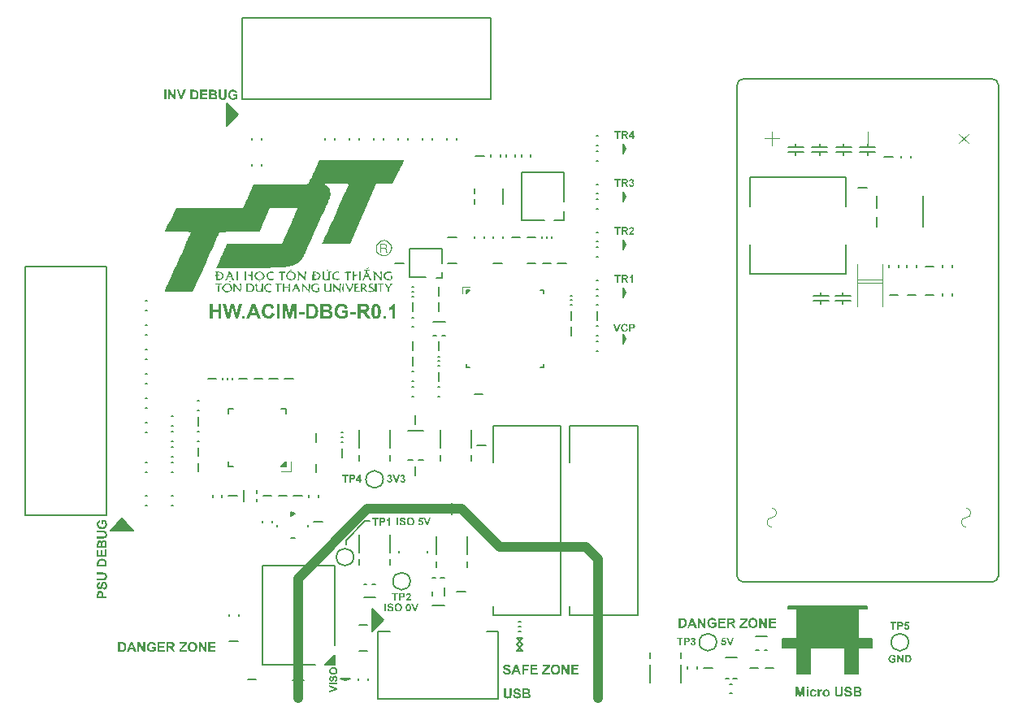
<source format=gbr>
%TF.GenerationSoftware,KiCad,Pcbnew,8.0.5*%
%TF.CreationDate,2024-09-26T23:09:47+07:00*%
%TF.ProjectId,HW.ACIM-DBG,48572e41-4349-44d2-9d44-42472e6b6963,0.1*%
%TF.SameCoordinates,Original*%
%TF.FileFunction,Legend,Top*%
%TF.FilePolarity,Positive*%
%FSLAX46Y46*%
G04 Gerber Fmt 4.6, Leading zero omitted, Abs format (unit mm)*
G04 Created by KiCad (PCBNEW 8.0.5) date 2024-09-26 23:09:47*
%MOMM*%
%LPD*%
G01*
G04 APERTURE LIST*
%ADD10C,0.154000*%
%ADD11C,0.150000*%
%ADD12C,1.000000*%
%ADD13C,0.200000*%
%ADD14C,0.160000*%
%ADD15C,0.000000*%
%ADD16C,0.100000*%
G04 APERTURE END LIST*
D10*
X140666744Y-91638456D02*
X139466744Y-92838456D01*
X139466744Y-90438456D01*
X140666744Y-91638456D01*
G36*
X140666744Y-91638456D02*
G01*
X139466744Y-92838456D01*
X139466744Y-90438456D01*
X140666744Y-91638456D01*
G37*
D11*
X191025100Y-90475100D02*
X190125100Y-90475100D01*
X190125100Y-93575100D01*
X191575100Y-93575100D01*
X191575100Y-94525100D01*
X190125100Y-94525100D01*
X190125100Y-97175100D01*
X188725100Y-97175100D01*
X188725100Y-94525100D01*
X185125100Y-94525100D01*
X185125100Y-97175100D01*
X183725100Y-97175100D01*
X183725100Y-94525100D01*
X182275100Y-94525100D01*
X182275100Y-93575100D01*
X183725100Y-93575100D01*
X183725100Y-90475100D01*
X182825100Y-90475100D01*
X182825100Y-90175100D01*
X191025100Y-90175100D01*
X191025100Y-90475100D01*
G36*
X191025100Y-90475100D02*
G01*
X190125100Y-90475100D01*
X190125100Y-93575100D01*
X191575100Y-93575100D01*
X191575100Y-94525100D01*
X190125100Y-94525100D01*
X190125100Y-97175100D01*
X188725100Y-97175100D01*
X188725100Y-94525100D01*
X185125100Y-94525100D01*
X185125100Y-97175100D01*
X183725100Y-97175100D01*
X183725100Y-94525100D01*
X182275100Y-94525100D01*
X182275100Y-93575100D01*
X183725100Y-93575100D01*
X183725100Y-90475100D01*
X182825100Y-90475100D01*
X182825100Y-90175100D01*
X191025100Y-90175100D01*
X191025100Y-90475100D01*
G37*
D12*
X161767815Y-83999185D02*
X152812700Y-84000000D01*
X131817815Y-99749185D02*
X131817815Y-87299385D01*
X131817815Y-87299385D02*
X139012700Y-80000000D01*
X163017815Y-85249185D02*
X161767815Y-83999185D01*
D11*
X136737500Y-83762500D02*
X136737500Y-83312500D01*
X138737500Y-81312500D02*
X139237500Y-81312500D01*
X136737500Y-83312500D02*
X138737500Y-81312500D01*
D10*
X114625000Y-82280200D02*
X112225000Y-82280200D01*
X113425000Y-81080200D01*
X114625000Y-82280200D01*
G36*
X114625000Y-82280200D02*
G01*
X112225000Y-82280200D01*
X113425000Y-81080200D01*
X114625000Y-82280200D01*
G37*
X125525000Y-38980200D02*
X124325000Y-40180200D01*
X124325000Y-37780200D01*
X125525000Y-38980200D01*
G36*
X125525000Y-38980200D02*
G01*
X124325000Y-40180200D01*
X124325000Y-37780200D01*
X125525000Y-38980200D01*
G37*
D12*
X163017815Y-99749185D02*
X163017815Y-85249185D01*
X148812700Y-80000000D02*
X139012700Y-80000000D01*
X152812700Y-84000000D02*
X148812700Y-80000000D01*
D13*
G36*
X171838210Y-91414873D02*
G01*
X171890817Y-91418189D01*
X171941060Y-91424803D01*
X171977773Y-91433244D01*
X172025517Y-91451328D01*
X172069281Y-91475903D01*
X172109065Y-91506970D01*
X172129448Y-91527034D01*
X172162635Y-91567211D01*
X172191031Y-91612179D01*
X172214636Y-91661939D01*
X172225679Y-91691653D01*
X172240105Y-91743112D01*
X172249346Y-91792822D01*
X172255432Y-91846903D01*
X172258137Y-91896737D01*
X172258652Y-91931744D01*
X172257168Y-91984913D01*
X172252715Y-92034787D01*
X172243991Y-92087749D01*
X172231389Y-92136407D01*
X172227633Y-92147899D01*
X172209623Y-92194390D01*
X172185233Y-92242571D01*
X172156783Y-92285470D01*
X172124271Y-92323087D01*
X172119922Y-92327418D01*
X172079126Y-92360471D01*
X172034476Y-92385811D01*
X171988131Y-92404783D01*
X171977040Y-92408506D01*
X171925356Y-92420743D01*
X171875126Y-92426977D01*
X171824476Y-92429664D01*
X171797033Y-92430000D01*
X171414305Y-92430000D01*
X171414305Y-92258053D01*
X171617759Y-92258053D01*
X171769434Y-92258053D01*
X171822438Y-92256898D01*
X171873702Y-92252090D01*
X171892532Y-92248283D01*
X171940196Y-92230223D01*
X171974353Y-92206273D01*
X172004029Y-92166889D01*
X172023644Y-92120772D01*
X172027598Y-92108332D01*
X172039418Y-92055485D01*
X172045439Y-92003574D01*
X172048035Y-91950879D01*
X172048359Y-91922219D01*
X172047061Y-91866882D01*
X172042500Y-91812767D01*
X172033579Y-91762745D01*
X172027598Y-91741723D01*
X172008188Y-91695119D01*
X171978979Y-91652765D01*
X171969957Y-91643538D01*
X171928008Y-91613862D01*
X171879476Y-91596467D01*
X171875924Y-91595666D01*
X171823076Y-91588987D01*
X171772563Y-91586669D01*
X171716796Y-91585906D01*
X171709106Y-91585896D01*
X171617759Y-91585896D01*
X171617759Y-92258053D01*
X171414305Y-92258053D01*
X171414305Y-91413949D01*
X171786042Y-91413949D01*
X171838210Y-91414873D01*
G37*
G36*
X173333321Y-92430000D02*
G01*
X173112281Y-92430000D01*
X173024353Y-92195526D01*
X172621597Y-92195526D01*
X172538554Y-92430000D01*
X172322888Y-92430000D01*
X172479790Y-92023579D01*
X172684123Y-92023579D01*
X172958896Y-92023579D01*
X172820166Y-91664054D01*
X172684123Y-92023579D01*
X172479790Y-92023579D01*
X172715142Y-91413949D01*
X172930076Y-91413949D01*
X173333321Y-92430000D01*
G37*
G36*
X173437612Y-92430000D02*
G01*
X173437612Y-91413949D01*
X173635449Y-91413949D01*
X174047487Y-92100516D01*
X174047487Y-91413949D01*
X174236286Y-91413949D01*
X174236286Y-92430000D01*
X174032344Y-92430000D01*
X173626412Y-91753691D01*
X173626412Y-92430000D01*
X173437612Y-92430000D01*
G37*
G36*
X174914060Y-92054842D02*
G01*
X174914060Y-91882896D01*
X175352476Y-91882896D01*
X175352476Y-92291270D01*
X175311960Y-92324594D01*
X175268355Y-92352270D01*
X175224340Y-92374984D01*
X175174856Y-92396295D01*
X175167340Y-92399225D01*
X175114187Y-92417307D01*
X175060731Y-92430948D01*
X175006971Y-92440148D01*
X174952906Y-92444906D01*
X174921876Y-92445631D01*
X174864042Y-92443287D01*
X174809059Y-92436254D01*
X174756926Y-92424534D01*
X174707645Y-92408125D01*
X174661214Y-92387027D01*
X174646370Y-92378953D01*
X174604367Y-92351939D01*
X174566468Y-92320907D01*
X174527441Y-92279624D01*
X174498435Y-92239885D01*
X174473534Y-92196127D01*
X174469783Y-92188443D01*
X174449695Y-92141151D01*
X174433764Y-92092330D01*
X174421989Y-92041981D01*
X174414370Y-91990103D01*
X174410907Y-91936697D01*
X174410676Y-91918555D01*
X174412994Y-91860449D01*
X174419949Y-91804833D01*
X174431541Y-91751708D01*
X174447770Y-91701072D01*
X174468636Y-91652927D01*
X174476621Y-91637431D01*
X174503498Y-91593287D01*
X174534667Y-91553179D01*
X174570130Y-91517107D01*
X174609886Y-91485070D01*
X174653936Y-91457069D01*
X174669573Y-91448632D01*
X174721002Y-91426619D01*
X174770835Y-91412518D01*
X174825180Y-91403231D01*
X174875352Y-91399104D01*
X174910641Y-91398318D01*
X174967250Y-91400345D01*
X175019839Y-91406427D01*
X175068410Y-91416564D01*
X175121390Y-91434081D01*
X175168582Y-91457437D01*
X175203488Y-91481360D01*
X175240411Y-91514734D01*
X175272044Y-91552572D01*
X175298388Y-91594876D01*
X175319442Y-91641645D01*
X175335207Y-91692878D01*
X175339287Y-91710949D01*
X175137298Y-91742212D01*
X175120344Y-91695715D01*
X175093210Y-91652117D01*
X175057187Y-91616427D01*
X175013423Y-91590145D01*
X174962733Y-91574773D01*
X174910641Y-91570265D01*
X174854915Y-91574367D01*
X174804426Y-91586674D01*
X174759172Y-91607185D01*
X174719154Y-91635901D01*
X174698638Y-91655994D01*
X174667994Y-91697379D01*
X174644876Y-91746735D01*
X174631052Y-91795384D01*
X174622757Y-91849889D01*
X174620069Y-91899784D01*
X174619992Y-91910251D01*
X174621936Y-91964819D01*
X174627768Y-92014951D01*
X174639898Y-92069253D01*
X174657626Y-92117166D01*
X174685386Y-92164991D01*
X174699615Y-92182826D01*
X174736918Y-92218229D01*
X174778942Y-92244936D01*
X174825689Y-92262948D01*
X174877157Y-92272264D01*
X174908687Y-92273684D01*
X174960562Y-92269452D01*
X175008590Y-92258031D01*
X175036670Y-92248039D01*
X175082305Y-92227259D01*
X175126007Y-92201259D01*
X175147068Y-92185757D01*
X175147068Y-92054842D01*
X174914060Y-92054842D01*
G37*
G36*
X175533949Y-92430000D02*
G01*
X175533949Y-91413949D01*
X176280599Y-91413949D01*
X176280599Y-91585896D01*
X175737403Y-91585896D01*
X175737403Y-91804738D01*
X176242986Y-91804738D01*
X176242986Y-91976685D01*
X175737403Y-91976685D01*
X175737403Y-92258053D01*
X176299894Y-92258053D01*
X176299894Y-92430000D01*
X175533949Y-92430000D01*
G37*
G36*
X176953036Y-91414911D02*
G01*
X177004252Y-91417796D01*
X177056148Y-91423593D01*
X177105096Y-91433424D01*
X177130076Y-91441304D01*
X177176987Y-91465162D01*
X177216973Y-91499120D01*
X177247312Y-91538757D01*
X177270496Y-91584548D01*
X177285094Y-91634298D01*
X177291104Y-91688008D01*
X177291276Y-91699225D01*
X177287109Y-91753996D01*
X177274606Y-91803761D01*
X177253769Y-91848518D01*
X177224598Y-91888269D01*
X177187244Y-91922081D01*
X177141616Y-91949024D01*
X177094905Y-91966964D01*
X177041859Y-91979645D01*
X177025540Y-91982302D01*
X177068136Y-92009896D01*
X177108350Y-92042039D01*
X177134228Y-92067543D01*
X177167302Y-92107822D01*
X177195779Y-92147847D01*
X177223752Y-92190283D01*
X177249999Y-92232163D01*
X177373097Y-92430000D01*
X177129831Y-92430000D01*
X176982797Y-92206517D01*
X176955140Y-92166117D01*
X176923686Y-92121627D01*
X176893084Y-92081083D01*
X176875575Y-92060704D01*
X176836275Y-92029158D01*
X176814514Y-92019183D01*
X176766265Y-92010098D01*
X176716520Y-92007959D01*
X176712176Y-92007948D01*
X176670899Y-92007948D01*
X176670899Y-92430000D01*
X176467689Y-92430000D01*
X176467689Y-91836001D01*
X176670899Y-91836001D01*
X176821353Y-91836001D01*
X176872352Y-91835580D01*
X176922083Y-91834026D01*
X176974882Y-91829818D01*
X177004046Y-91824033D01*
X177046582Y-91799045D01*
X177060955Y-91782267D01*
X177079688Y-91734590D01*
X177081716Y-91708262D01*
X177073137Y-91658313D01*
X177054605Y-91627906D01*
X177014489Y-91599573D01*
X176977912Y-91589316D01*
X176928514Y-91586751D01*
X176878993Y-91586060D01*
X176829657Y-91585896D01*
X176670899Y-91585896D01*
X176670899Y-91836001D01*
X176467689Y-91836001D01*
X176467689Y-91413949D01*
X176895603Y-91413949D01*
X176953036Y-91414911D01*
G37*
G36*
X177778785Y-92430000D02*
G01*
X177778785Y-92242421D01*
X178307815Y-91585896D01*
X177838624Y-91585896D01*
X177838624Y-91413949D01*
X178575505Y-91413949D01*
X178575505Y-91585896D01*
X178024004Y-92258053D01*
X178596998Y-92258053D01*
X178596998Y-92430000D01*
X177778785Y-92430000D01*
G37*
G36*
X179220867Y-91400489D02*
G01*
X179272375Y-91407004D01*
X179321098Y-91417861D01*
X179378084Y-91437540D01*
X179430716Y-91464005D01*
X179478996Y-91497255D01*
X179522923Y-91537292D01*
X179561411Y-91583299D01*
X179593376Y-91634612D01*
X179614252Y-91679484D01*
X179630952Y-91727753D01*
X179643477Y-91779418D01*
X179651827Y-91834479D01*
X179656002Y-91892937D01*
X179656524Y-91923440D01*
X179654451Y-91983077D01*
X179648235Y-92039379D01*
X179637873Y-92092345D01*
X179623368Y-92141976D01*
X179604717Y-92188272D01*
X179575576Y-92241450D01*
X179539960Y-92289418D01*
X179523900Y-92307145D01*
X179480278Y-92347041D01*
X179432304Y-92380175D01*
X179379977Y-92406547D01*
X179323296Y-92426156D01*
X179274818Y-92436976D01*
X179223554Y-92443467D01*
X179169503Y-92445631D01*
X179114766Y-92443479D01*
X179062907Y-92437021D01*
X179013925Y-92426260D01*
X178956743Y-92406753D01*
X178904058Y-92380521D01*
X178855869Y-92347563D01*
X178812176Y-92307878D01*
X178773969Y-92262220D01*
X178742238Y-92211493D01*
X178716982Y-92155697D01*
X178701440Y-92107412D01*
X178690043Y-92055882D01*
X178682790Y-92001109D01*
X178679682Y-91943092D01*
X178679552Y-91928080D01*
X178679748Y-91921242D01*
X178889113Y-91921242D01*
X178891039Y-91973388D01*
X178898435Y-92030563D01*
X178911378Y-92081849D01*
X178929868Y-92127244D01*
X178958450Y-92172759D01*
X178968003Y-92184291D01*
X179004658Y-92219123D01*
X179051530Y-92248455D01*
X179103714Y-92266613D01*
X179153733Y-92273335D01*
X179168771Y-92273684D01*
X179219893Y-92269442D01*
X179273195Y-92254203D01*
X179321032Y-92227882D01*
X179358407Y-92195760D01*
X179368317Y-92185024D01*
X179398676Y-92141886D01*
X179421578Y-92090262D01*
X179435274Y-92039261D01*
X179443491Y-91982025D01*
X179446154Y-91929566D01*
X179446231Y-91918555D01*
X179444376Y-91865859D01*
X179437255Y-91808386D01*
X179424793Y-91757198D01*
X179403503Y-91705423D01*
X179374944Y-91662203D01*
X179370271Y-91656727D01*
X179334666Y-91623037D01*
X179288165Y-91594667D01*
X179235465Y-91577104D01*
X179184270Y-91570602D01*
X179168771Y-91570265D01*
X179116077Y-91574449D01*
X179068059Y-91587001D01*
X179018905Y-91611593D01*
X178975857Y-91647115D01*
X178966049Y-91657704D01*
X178936071Y-91700201D01*
X178913456Y-91751183D01*
X178899932Y-91801635D01*
X178891817Y-91858321D01*
X178889188Y-91910322D01*
X178889113Y-91921242D01*
X178679748Y-91921242D01*
X178681167Y-91871846D01*
X178686009Y-91819099D01*
X178694081Y-91769837D01*
X178707578Y-91716771D01*
X178725470Y-91668450D01*
X178749427Y-91621634D01*
X178778249Y-91577966D01*
X178811938Y-91537446D01*
X178819259Y-91529720D01*
X178857580Y-91494353D01*
X178898047Y-91465187D01*
X178945040Y-91440267D01*
X178949441Y-91438374D01*
X178998365Y-91420849D01*
X179050862Y-91408332D01*
X179099727Y-91401486D01*
X179151327Y-91398474D01*
X179166572Y-91398318D01*
X179220867Y-91400489D01*
G37*
G36*
X179811374Y-92430000D02*
G01*
X179811374Y-91413949D01*
X180009210Y-91413949D01*
X180421248Y-92100516D01*
X180421248Y-91413949D01*
X180610048Y-91413949D01*
X180610048Y-92430000D01*
X180406105Y-92430000D01*
X180000173Y-91753691D01*
X180000173Y-92430000D01*
X179811374Y-92430000D01*
G37*
G36*
X180819364Y-92430000D02*
G01*
X180819364Y-91413949D01*
X181566014Y-91413949D01*
X181566014Y-91585896D01*
X181022818Y-91585896D01*
X181022818Y-91804738D01*
X181528401Y-91804738D01*
X181528401Y-91976685D01*
X181022818Y-91976685D01*
X181022818Y-92258053D01*
X181585309Y-92258053D01*
X181585309Y-92430000D01*
X180819364Y-92430000D01*
G37*
G36*
X153113502Y-96951737D02*
G01*
X153311339Y-96936106D01*
X153324266Y-96986453D01*
X153345427Y-97032879D01*
X153376969Y-97072376D01*
X153383635Y-97078255D01*
X153425750Y-97104119D01*
X153476870Y-97119248D01*
X153531157Y-97123684D01*
X153582561Y-97120458D01*
X153630704Y-97109305D01*
X153676007Y-97085405D01*
X153679168Y-97082896D01*
X153713229Y-97044374D01*
X153728556Y-96997290D01*
X153728994Y-96987152D01*
X153716174Y-96938608D01*
X153707989Y-96927313D01*
X153667061Y-96897670D01*
X153634960Y-96884326D01*
X153586107Y-96869380D01*
X153536285Y-96855722D01*
X153487570Y-96842910D01*
X153472051Y-96838897D01*
X153423368Y-96825404D01*
X153371229Y-96808047D01*
X153325943Y-96789420D01*
X153281770Y-96766082D01*
X153242706Y-96737292D01*
X153206542Y-96698769D01*
X153179261Y-96656716D01*
X153160861Y-96611133D01*
X153151344Y-96562021D01*
X153149894Y-96532372D01*
X153155031Y-96480158D01*
X153170443Y-96430310D01*
X153193369Y-96387048D01*
X153224439Y-96347783D01*
X153262998Y-96314862D01*
X153309046Y-96288287D01*
X153319154Y-96283733D01*
X153368120Y-96266613D01*
X153416121Y-96256099D01*
X153468336Y-96250012D01*
X153517480Y-96248318D01*
X153574419Y-96250399D01*
X153626778Y-96256642D01*
X153674558Y-96267047D01*
X153725849Y-96285028D01*
X153770546Y-96309002D01*
X153802755Y-96333558D01*
X153840390Y-96373574D01*
X153869307Y-96419037D01*
X153889504Y-96469945D01*
X153899877Y-96517916D01*
X153903628Y-96560949D01*
X153700173Y-96560949D01*
X153686240Y-96510654D01*
X153659306Y-96466996D01*
X153644242Y-96453237D01*
X153598400Y-96430697D01*
X153546010Y-96421424D01*
X153515281Y-96420265D01*
X153463742Y-96423747D01*
X153415645Y-96435622D01*
X153376552Y-96455924D01*
X153346862Y-96497003D01*
X153344312Y-96517473D01*
X153361347Y-96564231D01*
X153374598Y-96577313D01*
X153418848Y-96601779D01*
X153465559Y-96618815D01*
X153517727Y-96634197D01*
X153561443Y-96645457D01*
X153614409Y-96659064D01*
X153661930Y-96672774D01*
X153710491Y-96688899D01*
X153756917Y-96707500D01*
X153781018Y-96719218D01*
X153822410Y-96745422D01*
X153860945Y-96780472D01*
X153892148Y-96822044D01*
X153915092Y-96870486D01*
X153927686Y-96920784D01*
X153932291Y-96971152D01*
X153932448Y-96983000D01*
X153927749Y-97036271D01*
X153913653Y-97087395D01*
X153890159Y-97136372D01*
X153884332Y-97145910D01*
X153854118Y-97185546D01*
X153817605Y-97219000D01*
X153774795Y-97246271D01*
X153748289Y-97258750D01*
X153701624Y-97274886D01*
X153649554Y-97286411D01*
X153599560Y-97292714D01*
X153545429Y-97295487D01*
X153529203Y-97295631D01*
X153471681Y-97293490D01*
X153418488Y-97287068D01*
X153369624Y-97276365D01*
X153316701Y-97257869D01*
X153270013Y-97233208D01*
X153235868Y-97207948D01*
X153200385Y-97172150D01*
X153170689Y-97130702D01*
X153146781Y-97083604D01*
X153128660Y-97030857D01*
X153117981Y-96982584D01*
X153113502Y-96951737D01*
G37*
G36*
X155006140Y-97280000D02*
G01*
X154785100Y-97280000D01*
X154697173Y-97045526D01*
X154294416Y-97045526D01*
X154211374Y-97280000D01*
X153995707Y-97280000D01*
X154152609Y-96873579D01*
X154356942Y-96873579D01*
X154631716Y-96873579D01*
X154492986Y-96514054D01*
X154356942Y-96873579D01*
X154152609Y-96873579D01*
X154387961Y-96263949D01*
X154602895Y-96263949D01*
X155006140Y-97280000D01*
G37*
G36*
X155109699Y-97280000D02*
G01*
X155109699Y-96263949D01*
X155799929Y-96263949D01*
X155799929Y-96435896D01*
X155312909Y-96435896D01*
X155312909Y-96670369D01*
X155733251Y-96670369D01*
X155733251Y-96842316D01*
X155312909Y-96842316D01*
X155312909Y-97280000D01*
X155109699Y-97280000D01*
G37*
G36*
X155963083Y-97280000D02*
G01*
X155963083Y-96263949D01*
X156709734Y-96263949D01*
X156709734Y-96435896D01*
X156166538Y-96435896D01*
X156166538Y-96654738D01*
X156672120Y-96654738D01*
X156672120Y-96826685D01*
X156166538Y-96826685D01*
X156166538Y-97108053D01*
X156729029Y-97108053D01*
X156729029Y-97280000D01*
X155963083Y-97280000D01*
G37*
G36*
X157197731Y-97280000D02*
G01*
X157197731Y-97092421D01*
X157726761Y-96435896D01*
X157257570Y-96435896D01*
X157257570Y-96263949D01*
X157994451Y-96263949D01*
X157994451Y-96435896D01*
X157442951Y-97108053D01*
X158015944Y-97108053D01*
X158015944Y-97280000D01*
X157197731Y-97280000D01*
G37*
G36*
X158639813Y-96250489D02*
G01*
X158691322Y-96257004D01*
X158740044Y-96267861D01*
X158797030Y-96287540D01*
X158849663Y-96314005D01*
X158897942Y-96347255D01*
X158941869Y-96387292D01*
X158980358Y-96433299D01*
X159012323Y-96484612D01*
X159033198Y-96529484D01*
X159049898Y-96577753D01*
X159062423Y-96629418D01*
X159070773Y-96684479D01*
X159074948Y-96742937D01*
X159075470Y-96773440D01*
X159073398Y-96833077D01*
X159067181Y-96889379D01*
X159056820Y-96942345D01*
X159042314Y-96991976D01*
X159023664Y-97038272D01*
X158994523Y-97091450D01*
X158958906Y-97139418D01*
X158942846Y-97157145D01*
X158899225Y-97197041D01*
X158851250Y-97230175D01*
X158798923Y-97256547D01*
X158742243Y-97276156D01*
X158693764Y-97286976D01*
X158642500Y-97293467D01*
X158588450Y-97295631D01*
X158533713Y-97293479D01*
X158481853Y-97287021D01*
X158432871Y-97276260D01*
X158375690Y-97256753D01*
X158323004Y-97230521D01*
X158274815Y-97197563D01*
X158231122Y-97157878D01*
X158192915Y-97112220D01*
X158161184Y-97061493D01*
X158135929Y-97005697D01*
X158120387Y-96957412D01*
X158108989Y-96905882D01*
X158101736Y-96851109D01*
X158098628Y-96793092D01*
X158098499Y-96778080D01*
X158098695Y-96771242D01*
X158308059Y-96771242D01*
X158309985Y-96823388D01*
X158317381Y-96880563D01*
X158330324Y-96931849D01*
X158348814Y-96977244D01*
X158377396Y-97022759D01*
X158386949Y-97034291D01*
X158423604Y-97069123D01*
X158470476Y-97098455D01*
X158522660Y-97116613D01*
X158572679Y-97123335D01*
X158587717Y-97123684D01*
X158638839Y-97119442D01*
X158692141Y-97104203D01*
X158739979Y-97077882D01*
X158777353Y-97045760D01*
X158787263Y-97035024D01*
X158817622Y-96991886D01*
X158840525Y-96940262D01*
X158854220Y-96889261D01*
X158862438Y-96832025D01*
X158865101Y-96779566D01*
X158865177Y-96768555D01*
X158863322Y-96715859D01*
X158856201Y-96658386D01*
X158843739Y-96607198D01*
X158822450Y-96555423D01*
X158793891Y-96512203D01*
X158789217Y-96506727D01*
X158753612Y-96473037D01*
X158707111Y-96444667D01*
X158654412Y-96427104D01*
X158603216Y-96420602D01*
X158587717Y-96420265D01*
X158535023Y-96424449D01*
X158487005Y-96437001D01*
X158437851Y-96461593D01*
X158394803Y-96497115D01*
X158384995Y-96507704D01*
X158355017Y-96550201D01*
X158332402Y-96601183D01*
X158318878Y-96651635D01*
X158310764Y-96708321D01*
X158308134Y-96760322D01*
X158308059Y-96771242D01*
X158098695Y-96771242D01*
X158100113Y-96721846D01*
X158104956Y-96669099D01*
X158113027Y-96619837D01*
X158126524Y-96566771D01*
X158144416Y-96518450D01*
X158168373Y-96471634D01*
X158197196Y-96427966D01*
X158230884Y-96387446D01*
X158238205Y-96379720D01*
X158276526Y-96344353D01*
X158316993Y-96315187D01*
X158363986Y-96290267D01*
X158368387Y-96288374D01*
X158417312Y-96270849D01*
X158469809Y-96258332D01*
X158518674Y-96251486D01*
X158570274Y-96248474D01*
X158585519Y-96248318D01*
X158639813Y-96250489D01*
G37*
G36*
X159230320Y-97280000D02*
G01*
X159230320Y-96263949D01*
X159428157Y-96263949D01*
X159840194Y-96950516D01*
X159840194Y-96263949D01*
X160028994Y-96263949D01*
X160028994Y-97280000D01*
X159825051Y-97280000D01*
X159419120Y-96603691D01*
X159419120Y-97280000D01*
X159230320Y-97280000D01*
G37*
G36*
X160238310Y-97280000D02*
G01*
X160238310Y-96263949D01*
X160984960Y-96263949D01*
X160984960Y-96435896D01*
X160441764Y-96435896D01*
X160441764Y-96654738D01*
X160947347Y-96654738D01*
X160947347Y-96826685D01*
X160441764Y-96826685D01*
X160441764Y-97108053D01*
X161004256Y-97108053D01*
X161004256Y-97280000D01*
X160238310Y-97280000D01*
G37*
G36*
X113438210Y-93914873D02*
G01*
X113490817Y-93918189D01*
X113541060Y-93924803D01*
X113577773Y-93933244D01*
X113625517Y-93951328D01*
X113669281Y-93975903D01*
X113709065Y-94006970D01*
X113729448Y-94027034D01*
X113762635Y-94067211D01*
X113791031Y-94112179D01*
X113814636Y-94161939D01*
X113825679Y-94191653D01*
X113840105Y-94243112D01*
X113849346Y-94292822D01*
X113855432Y-94346903D01*
X113858137Y-94396737D01*
X113858652Y-94431744D01*
X113857168Y-94484913D01*
X113852715Y-94534787D01*
X113843991Y-94587749D01*
X113831389Y-94636407D01*
X113827633Y-94647899D01*
X113809623Y-94694390D01*
X113785233Y-94742571D01*
X113756783Y-94785470D01*
X113724271Y-94823087D01*
X113719922Y-94827418D01*
X113679126Y-94860471D01*
X113634476Y-94885811D01*
X113588131Y-94904783D01*
X113577040Y-94908506D01*
X113525356Y-94920743D01*
X113475126Y-94926977D01*
X113424476Y-94929664D01*
X113397033Y-94930000D01*
X113014305Y-94930000D01*
X113014305Y-94758053D01*
X113217759Y-94758053D01*
X113369434Y-94758053D01*
X113422438Y-94756898D01*
X113473702Y-94752090D01*
X113492532Y-94748283D01*
X113540196Y-94730223D01*
X113574353Y-94706273D01*
X113604029Y-94666889D01*
X113623644Y-94620772D01*
X113627598Y-94608332D01*
X113639418Y-94555485D01*
X113645439Y-94503574D01*
X113648035Y-94450879D01*
X113648359Y-94422219D01*
X113647061Y-94366882D01*
X113642500Y-94312767D01*
X113633579Y-94262745D01*
X113627598Y-94241723D01*
X113608188Y-94195119D01*
X113578979Y-94152765D01*
X113569957Y-94143538D01*
X113528008Y-94113862D01*
X113479476Y-94096467D01*
X113475924Y-94095666D01*
X113423076Y-94088987D01*
X113372563Y-94086669D01*
X113316796Y-94085906D01*
X113309106Y-94085896D01*
X113217759Y-94085896D01*
X113217759Y-94758053D01*
X113014305Y-94758053D01*
X113014305Y-93913949D01*
X113386042Y-93913949D01*
X113438210Y-93914873D01*
G37*
G36*
X114933321Y-94930000D02*
G01*
X114712281Y-94930000D01*
X114624353Y-94695526D01*
X114221597Y-94695526D01*
X114138554Y-94930000D01*
X113922888Y-94930000D01*
X114079790Y-94523579D01*
X114284123Y-94523579D01*
X114558896Y-94523579D01*
X114420166Y-94164054D01*
X114284123Y-94523579D01*
X114079790Y-94523579D01*
X114315142Y-93913949D01*
X114530076Y-93913949D01*
X114933321Y-94930000D01*
G37*
G36*
X115037612Y-94930000D02*
G01*
X115037612Y-93913949D01*
X115235449Y-93913949D01*
X115647487Y-94600516D01*
X115647487Y-93913949D01*
X115836286Y-93913949D01*
X115836286Y-94930000D01*
X115632344Y-94930000D01*
X115226412Y-94253691D01*
X115226412Y-94930000D01*
X115037612Y-94930000D01*
G37*
G36*
X116514060Y-94554842D02*
G01*
X116514060Y-94382896D01*
X116952476Y-94382896D01*
X116952476Y-94791270D01*
X116911960Y-94824594D01*
X116868355Y-94852270D01*
X116824340Y-94874984D01*
X116774856Y-94896295D01*
X116767340Y-94899225D01*
X116714187Y-94917307D01*
X116660731Y-94930948D01*
X116606971Y-94940148D01*
X116552906Y-94944906D01*
X116521876Y-94945631D01*
X116464042Y-94943287D01*
X116409059Y-94936254D01*
X116356926Y-94924534D01*
X116307645Y-94908125D01*
X116261214Y-94887027D01*
X116246370Y-94878953D01*
X116204367Y-94851939D01*
X116166468Y-94820907D01*
X116127441Y-94779624D01*
X116098435Y-94739885D01*
X116073534Y-94696127D01*
X116069783Y-94688443D01*
X116049695Y-94641151D01*
X116033764Y-94592330D01*
X116021989Y-94541981D01*
X116014370Y-94490103D01*
X116010907Y-94436697D01*
X116010676Y-94418555D01*
X116012994Y-94360449D01*
X116019949Y-94304833D01*
X116031541Y-94251708D01*
X116047770Y-94201072D01*
X116068636Y-94152927D01*
X116076621Y-94137431D01*
X116103498Y-94093287D01*
X116134667Y-94053179D01*
X116170130Y-94017107D01*
X116209886Y-93985070D01*
X116253936Y-93957069D01*
X116269573Y-93948632D01*
X116321002Y-93926619D01*
X116370835Y-93912518D01*
X116425180Y-93903231D01*
X116475352Y-93899104D01*
X116510641Y-93898318D01*
X116567250Y-93900345D01*
X116619839Y-93906427D01*
X116668410Y-93916564D01*
X116721390Y-93934081D01*
X116768582Y-93957437D01*
X116803488Y-93981360D01*
X116840411Y-94014734D01*
X116872044Y-94052572D01*
X116898388Y-94094876D01*
X116919442Y-94141645D01*
X116935207Y-94192878D01*
X116939287Y-94210949D01*
X116737298Y-94242212D01*
X116720344Y-94195715D01*
X116693210Y-94152117D01*
X116657187Y-94116427D01*
X116613423Y-94090145D01*
X116562733Y-94074773D01*
X116510641Y-94070265D01*
X116454915Y-94074367D01*
X116404426Y-94086674D01*
X116359172Y-94107185D01*
X116319154Y-94135901D01*
X116298638Y-94155994D01*
X116267994Y-94197379D01*
X116244876Y-94246735D01*
X116231052Y-94295384D01*
X116222757Y-94349889D01*
X116220069Y-94399784D01*
X116219992Y-94410251D01*
X116221936Y-94464819D01*
X116227768Y-94514951D01*
X116239898Y-94569253D01*
X116257626Y-94617166D01*
X116285386Y-94664991D01*
X116299615Y-94682826D01*
X116336918Y-94718229D01*
X116378942Y-94744936D01*
X116425689Y-94762948D01*
X116477157Y-94772264D01*
X116508687Y-94773684D01*
X116560562Y-94769452D01*
X116608590Y-94758031D01*
X116636670Y-94748039D01*
X116682305Y-94727259D01*
X116726007Y-94701259D01*
X116747068Y-94685757D01*
X116747068Y-94554842D01*
X116514060Y-94554842D01*
G37*
G36*
X117133949Y-94930000D02*
G01*
X117133949Y-93913949D01*
X117880599Y-93913949D01*
X117880599Y-94085896D01*
X117337403Y-94085896D01*
X117337403Y-94304738D01*
X117842986Y-94304738D01*
X117842986Y-94476685D01*
X117337403Y-94476685D01*
X117337403Y-94758053D01*
X117899894Y-94758053D01*
X117899894Y-94930000D01*
X117133949Y-94930000D01*
G37*
G36*
X118553036Y-93914911D02*
G01*
X118604252Y-93917796D01*
X118656148Y-93923593D01*
X118705096Y-93933424D01*
X118730076Y-93941304D01*
X118776987Y-93965162D01*
X118816973Y-93999120D01*
X118847312Y-94038757D01*
X118870496Y-94084548D01*
X118885094Y-94134298D01*
X118891104Y-94188008D01*
X118891276Y-94199225D01*
X118887109Y-94253996D01*
X118874606Y-94303761D01*
X118853769Y-94348518D01*
X118824598Y-94388269D01*
X118787244Y-94422081D01*
X118741616Y-94449024D01*
X118694905Y-94466964D01*
X118641859Y-94479645D01*
X118625540Y-94482302D01*
X118668136Y-94509896D01*
X118708350Y-94542039D01*
X118734228Y-94567543D01*
X118767302Y-94607822D01*
X118795779Y-94647847D01*
X118823752Y-94690283D01*
X118849999Y-94732163D01*
X118973097Y-94930000D01*
X118729831Y-94930000D01*
X118582797Y-94706517D01*
X118555140Y-94666117D01*
X118523686Y-94621627D01*
X118493084Y-94581083D01*
X118475575Y-94560704D01*
X118436275Y-94529158D01*
X118414514Y-94519183D01*
X118366265Y-94510098D01*
X118316520Y-94507959D01*
X118312176Y-94507948D01*
X118270899Y-94507948D01*
X118270899Y-94930000D01*
X118067689Y-94930000D01*
X118067689Y-94336001D01*
X118270899Y-94336001D01*
X118421353Y-94336001D01*
X118472352Y-94335580D01*
X118522083Y-94334026D01*
X118574882Y-94329818D01*
X118604046Y-94324033D01*
X118646582Y-94299045D01*
X118660955Y-94282267D01*
X118679688Y-94234590D01*
X118681716Y-94208262D01*
X118673137Y-94158313D01*
X118654605Y-94127906D01*
X118614489Y-94099573D01*
X118577912Y-94089316D01*
X118528514Y-94086751D01*
X118478993Y-94086060D01*
X118429657Y-94085896D01*
X118270899Y-94085896D01*
X118270899Y-94336001D01*
X118067689Y-94336001D01*
X118067689Y-93913949D01*
X118495603Y-93913949D01*
X118553036Y-93914911D01*
G37*
G36*
X119378785Y-94930000D02*
G01*
X119378785Y-94742421D01*
X119907815Y-94085896D01*
X119438624Y-94085896D01*
X119438624Y-93913949D01*
X120175505Y-93913949D01*
X120175505Y-94085896D01*
X119624004Y-94758053D01*
X120196998Y-94758053D01*
X120196998Y-94930000D01*
X119378785Y-94930000D01*
G37*
G36*
X120820867Y-93900489D02*
G01*
X120872375Y-93907004D01*
X120921098Y-93917861D01*
X120978084Y-93937540D01*
X121030716Y-93964005D01*
X121078996Y-93997255D01*
X121122923Y-94037292D01*
X121161411Y-94083299D01*
X121193376Y-94134612D01*
X121214252Y-94179484D01*
X121230952Y-94227753D01*
X121243477Y-94279418D01*
X121251827Y-94334479D01*
X121256002Y-94392937D01*
X121256524Y-94423440D01*
X121254451Y-94483077D01*
X121248235Y-94539379D01*
X121237873Y-94592345D01*
X121223368Y-94641976D01*
X121204717Y-94688272D01*
X121175576Y-94741450D01*
X121139960Y-94789418D01*
X121123900Y-94807145D01*
X121080278Y-94847041D01*
X121032304Y-94880175D01*
X120979977Y-94906547D01*
X120923296Y-94926156D01*
X120874818Y-94936976D01*
X120823554Y-94943467D01*
X120769503Y-94945631D01*
X120714766Y-94943479D01*
X120662907Y-94937021D01*
X120613925Y-94926260D01*
X120556743Y-94906753D01*
X120504058Y-94880521D01*
X120455869Y-94847563D01*
X120412176Y-94807878D01*
X120373969Y-94762220D01*
X120342238Y-94711493D01*
X120316982Y-94655697D01*
X120301440Y-94607412D01*
X120290043Y-94555882D01*
X120282790Y-94501109D01*
X120279682Y-94443092D01*
X120279552Y-94428080D01*
X120279748Y-94421242D01*
X120489113Y-94421242D01*
X120491039Y-94473388D01*
X120498435Y-94530563D01*
X120511378Y-94581849D01*
X120529868Y-94627244D01*
X120558450Y-94672759D01*
X120568003Y-94684291D01*
X120604658Y-94719123D01*
X120651530Y-94748455D01*
X120703714Y-94766613D01*
X120753733Y-94773335D01*
X120768771Y-94773684D01*
X120819893Y-94769442D01*
X120873195Y-94754203D01*
X120921032Y-94727882D01*
X120958407Y-94695760D01*
X120968317Y-94685024D01*
X120998676Y-94641886D01*
X121021578Y-94590262D01*
X121035274Y-94539261D01*
X121043491Y-94482025D01*
X121046154Y-94429566D01*
X121046231Y-94418555D01*
X121044376Y-94365859D01*
X121037255Y-94308386D01*
X121024793Y-94257198D01*
X121003503Y-94205423D01*
X120974944Y-94162203D01*
X120970271Y-94156727D01*
X120934666Y-94123037D01*
X120888165Y-94094667D01*
X120835465Y-94077104D01*
X120784270Y-94070602D01*
X120768771Y-94070265D01*
X120716077Y-94074449D01*
X120668059Y-94087001D01*
X120618905Y-94111593D01*
X120575857Y-94147115D01*
X120566049Y-94157704D01*
X120536071Y-94200201D01*
X120513456Y-94251183D01*
X120499932Y-94301635D01*
X120491817Y-94358321D01*
X120489188Y-94410322D01*
X120489113Y-94421242D01*
X120279748Y-94421242D01*
X120281167Y-94371846D01*
X120286009Y-94319099D01*
X120294081Y-94269837D01*
X120307578Y-94216771D01*
X120325470Y-94168450D01*
X120349427Y-94121634D01*
X120378249Y-94077966D01*
X120411938Y-94037446D01*
X120419259Y-94029720D01*
X120457580Y-93994353D01*
X120498047Y-93965187D01*
X120545040Y-93940267D01*
X120549441Y-93938374D01*
X120598365Y-93920849D01*
X120650862Y-93908332D01*
X120699727Y-93901486D01*
X120751327Y-93898474D01*
X120766572Y-93898318D01*
X120820867Y-93900489D01*
G37*
G36*
X121411374Y-94930000D02*
G01*
X121411374Y-93913949D01*
X121609210Y-93913949D01*
X122021248Y-94600516D01*
X122021248Y-93913949D01*
X122210048Y-93913949D01*
X122210048Y-94930000D01*
X122006105Y-94930000D01*
X121600173Y-94253691D01*
X121600173Y-94930000D01*
X121411374Y-94930000D01*
G37*
G36*
X122419364Y-94930000D02*
G01*
X122419364Y-93913949D01*
X123166014Y-93913949D01*
X123166014Y-94085896D01*
X122622818Y-94085896D01*
X122622818Y-94304738D01*
X123128401Y-94304738D01*
X123128401Y-94476685D01*
X122622818Y-94476685D01*
X122622818Y-94758053D01*
X123185309Y-94758053D01*
X123185309Y-94930000D01*
X122419364Y-94930000D01*
G37*
G36*
X122568104Y-60200411D02*
G01*
X122568104Y-58676335D01*
X122872919Y-58676335D01*
X122872919Y-59285965D01*
X123470826Y-59285965D01*
X123470826Y-58676335D01*
X123775641Y-58676335D01*
X123775641Y-60200411D01*
X123470826Y-60200411D01*
X123470826Y-59543886D01*
X122872919Y-59543886D01*
X122872919Y-60200411D01*
X122568104Y-60200411D01*
G37*
G36*
X124296611Y-60200411D02*
G01*
X123936108Y-58676335D01*
X124248251Y-58676335D01*
X124475763Y-59723404D01*
X124752002Y-58676335D01*
X125114702Y-58676335D01*
X125379584Y-59740990D01*
X125611492Y-58676335D01*
X125918505Y-58676335D01*
X125551775Y-60200411D01*
X125228275Y-60200411D01*
X124927124Y-59061018D01*
X124627438Y-60200411D01*
X124296611Y-60200411D01*
G37*
G36*
X125945616Y-60200411D02*
G01*
X125945616Y-59919043D01*
X126235411Y-59919043D01*
X126235411Y-60200411D01*
X125945616Y-60200411D01*
G37*
G36*
X127893209Y-60200411D02*
G01*
X127561649Y-60200411D01*
X127429758Y-59848701D01*
X126825623Y-59848701D01*
X126701060Y-60200411D01*
X126377560Y-60200411D01*
X126612913Y-59590780D01*
X126919413Y-59590780D01*
X127331572Y-59590780D01*
X127123478Y-59051492D01*
X126919413Y-59590780D01*
X126612913Y-59590780D01*
X126965941Y-58676335D01*
X127288341Y-58676335D01*
X127893209Y-60200411D01*
G37*
G36*
X129012818Y-59614228D02*
G01*
X129308474Y-59708017D01*
X129284979Y-59782959D01*
X129257083Y-59851622D01*
X129217799Y-59925729D01*
X129172178Y-59990794D01*
X129120220Y-60046818D01*
X129082061Y-60079144D01*
X129019846Y-60120356D01*
X128951630Y-60153041D01*
X128877411Y-60177199D01*
X128797190Y-60192831D01*
X128710967Y-60199937D01*
X128680892Y-60200411D01*
X128607367Y-60197228D01*
X128520163Y-60184298D01*
X128438181Y-60161421D01*
X128361424Y-60128599D01*
X128289890Y-60085830D01*
X128223579Y-60033115D01*
X128186300Y-59996712D01*
X128130573Y-59929407D01*
X128084291Y-59854803D01*
X128047454Y-59772901D01*
X128024785Y-59702124D01*
X128008161Y-59626675D01*
X127997583Y-59546556D01*
X127993049Y-59461766D01*
X127992860Y-59439838D01*
X127995900Y-59349026D01*
X128005019Y-59263434D01*
X128020217Y-59183063D01*
X128041495Y-59107912D01*
X128068852Y-59037982D01*
X128111597Y-58957912D01*
X128163842Y-58885999D01*
X128187399Y-58859517D01*
X128251295Y-58799990D01*
X128321165Y-58750553D01*
X128397011Y-58711204D01*
X128478831Y-58681945D01*
X128566626Y-58662775D01*
X128641164Y-58654704D01*
X128699577Y-58652888D01*
X128783696Y-58657127D01*
X128862716Y-58669846D01*
X128936638Y-58691045D01*
X129005462Y-58720722D01*
X129069188Y-58758879D01*
X129127815Y-58805516D01*
X129149838Y-58826544D01*
X129198107Y-58883606D01*
X129239964Y-58951841D01*
X129271330Y-59020713D01*
X129297787Y-59098141D01*
X129304444Y-59121834D01*
X129002560Y-59168729D01*
X128977290Y-59092548D01*
X128938253Y-59028229D01*
X128890819Y-58980051D01*
X128828055Y-58940629D01*
X128756632Y-58917570D01*
X128684189Y-58910808D01*
X128604230Y-58918273D01*
X128532148Y-58940667D01*
X128467943Y-58977990D01*
X128411614Y-59030243D01*
X128365933Y-59099234D01*
X128336669Y-59174816D01*
X128319538Y-59250902D01*
X128309750Y-59337421D01*
X128307201Y-59417490D01*
X128309714Y-59502230D01*
X128317254Y-59578991D01*
X128332938Y-59660573D01*
X128355860Y-59730666D01*
X128391751Y-59797920D01*
X128410149Y-59821956D01*
X128465493Y-59874690D01*
X128528576Y-59912357D01*
X128599399Y-59934957D01*
X128677961Y-59942490D01*
X128757558Y-59933139D01*
X128829102Y-59905087D01*
X128887155Y-59863355D01*
X128937051Y-59805023D01*
X128973698Y-59737352D01*
X128999704Y-59665132D01*
X129012818Y-59614228D01*
G37*
G36*
X129552473Y-60200411D02*
G01*
X129552473Y-58676335D01*
X129857288Y-58676335D01*
X129857288Y-60200411D01*
X129552473Y-60200411D01*
G37*
G36*
X130140854Y-60200411D02*
G01*
X130140854Y-58676335D01*
X130597344Y-58676335D01*
X130871384Y-59716077D01*
X131142494Y-58676335D01*
X131599716Y-58676335D01*
X131599716Y-60200411D01*
X131316517Y-60200411D01*
X131316517Y-59000568D01*
X131016464Y-60200411D01*
X130723007Y-60200411D01*
X130424053Y-59000568D01*
X130424053Y-60200411D01*
X130140854Y-60200411D01*
G37*
G36*
X131858003Y-59801806D02*
G01*
X131858003Y-59543886D01*
X132426967Y-59543886D01*
X132426967Y-59801806D01*
X131858003Y-59801806D01*
G37*
G36*
X133226956Y-58677720D02*
G01*
X133305867Y-58682695D01*
X133381231Y-58692615D01*
X133436300Y-58705278D01*
X133507916Y-58732403D01*
X133573562Y-58769266D01*
X133633239Y-58815866D01*
X133663813Y-58845962D01*
X133713594Y-58906227D01*
X133756188Y-58973680D01*
X133791595Y-59048319D01*
X133808160Y-59092891D01*
X133829798Y-59170080D01*
X133843661Y-59244644D01*
X133852789Y-59325766D01*
X133856846Y-59400517D01*
X133857619Y-59453027D01*
X133855393Y-59532781D01*
X133848713Y-59607592D01*
X133835627Y-59687035D01*
X133816725Y-59760022D01*
X133811091Y-59777260D01*
X133784076Y-59846996D01*
X133747491Y-59919267D01*
X133704815Y-59983616D01*
X133656048Y-60040041D01*
X133649524Y-60046538D01*
X133588330Y-60096118D01*
X133521354Y-60134128D01*
X133451838Y-60162586D01*
X133435201Y-60168170D01*
X133357675Y-60186526D01*
X133282330Y-60195877D01*
X133206355Y-60199907D01*
X133165191Y-60200411D01*
X132591098Y-60200411D01*
X132591098Y-59942490D01*
X132896279Y-59942490D01*
X133123792Y-59942490D01*
X133203298Y-59940758D01*
X133280194Y-59933546D01*
X133308439Y-59927835D01*
X133379936Y-59900745D01*
X133431171Y-59864821D01*
X133475684Y-59805745D01*
X133505107Y-59736569D01*
X133511039Y-59717909D01*
X133528768Y-59638639D01*
X133537800Y-59560773D01*
X133541693Y-59481730D01*
X133542180Y-59438739D01*
X133540233Y-59355735D01*
X133533391Y-59274562D01*
X133520010Y-59199529D01*
X133511039Y-59167996D01*
X133481923Y-59098090D01*
X133438109Y-59034559D01*
X133424577Y-59020718D01*
X133361654Y-58976204D01*
X133288855Y-58950112D01*
X133283526Y-58948910D01*
X133204256Y-58938892D01*
X133128486Y-58935415D01*
X133044835Y-58934270D01*
X133033300Y-58934256D01*
X132896279Y-58934256D01*
X132896279Y-59942490D01*
X132591098Y-59942490D01*
X132591098Y-58676335D01*
X133148704Y-58676335D01*
X133226956Y-58677720D01*
G37*
G36*
X134786361Y-58677071D02*
G01*
X134860258Y-58679716D01*
X134936593Y-58685727D01*
X134979427Y-58691722D01*
X135053107Y-58711247D01*
X135119635Y-58743534D01*
X135137330Y-58755103D01*
X135193750Y-58803269D01*
X135241194Y-58863776D01*
X135253101Y-58883331D01*
X135283226Y-58951488D01*
X135297993Y-59026176D01*
X135299629Y-59062849D01*
X135291592Y-59141160D01*
X135267481Y-59214524D01*
X135242476Y-59260686D01*
X135193893Y-59321943D01*
X135133872Y-59370527D01*
X135087504Y-59395875D01*
X135160125Y-59423035D01*
X135228918Y-59463750D01*
X135285189Y-59515557D01*
X135299629Y-59533261D01*
X135338849Y-59597268D01*
X135363542Y-59667929D01*
X135373710Y-59745244D01*
X135374001Y-59761506D01*
X135367252Y-59838219D01*
X135347004Y-59913387D01*
X135326007Y-59962640D01*
X135285118Y-60030217D01*
X135234439Y-60086769D01*
X135195215Y-60118345D01*
X135127655Y-60155748D01*
X135056131Y-60178992D01*
X134990784Y-60190152D01*
X134912939Y-60195001D01*
X134836894Y-60197365D01*
X134755303Y-60198945D01*
X134675741Y-60199947D01*
X134622954Y-60200411D01*
X134108579Y-60200411D01*
X134108579Y-59942490D01*
X134413394Y-59942490D01*
X134695861Y-59942490D01*
X134770759Y-59941918D01*
X134849144Y-59939261D01*
X134905055Y-59933331D01*
X134976934Y-59906575D01*
X135015697Y-59873980D01*
X135051487Y-59806492D01*
X135058561Y-59747218D01*
X135046937Y-59674835D01*
X135025589Y-59633645D01*
X134969689Y-59583140D01*
X134930334Y-59565501D01*
X134855604Y-59551506D01*
X134775604Y-59545997D01*
X134697392Y-59544076D01*
X134659591Y-59543886D01*
X134413394Y-59543886D01*
X134413394Y-59942490D01*
X134108579Y-59942490D01*
X134108579Y-59285965D01*
X134413394Y-59285965D01*
X134613429Y-59285965D01*
X134694029Y-59285645D01*
X134771080Y-59284342D01*
X134834713Y-59280836D01*
X134908502Y-59260686D01*
X134957811Y-59226248D01*
X134995437Y-59162662D01*
X135002874Y-59107546D01*
X134989183Y-59033008D01*
X134964039Y-58992874D01*
X134901214Y-58951372D01*
X134849367Y-58939385D01*
X134769425Y-58935703D01*
X134685602Y-58934576D01*
X134601814Y-58934261D01*
X134588516Y-58934256D01*
X134413394Y-58934256D01*
X134413394Y-59285965D01*
X134108579Y-59285965D01*
X134108579Y-58676335D01*
X134712347Y-58676335D01*
X134786361Y-58677071D01*
G37*
G36*
X136325449Y-59637675D02*
G01*
X136325449Y-59379755D01*
X136983073Y-59379755D01*
X136983073Y-59992316D01*
X136922299Y-60042303D01*
X136856891Y-60083817D01*
X136790869Y-60117887D01*
X136716642Y-60149854D01*
X136705369Y-60154249D01*
X136625640Y-60181372D01*
X136545455Y-60201833D01*
X136464814Y-60215633D01*
X136383718Y-60222770D01*
X136337173Y-60223858D01*
X136250422Y-60220342D01*
X136167947Y-60209793D01*
X136089748Y-60192212D01*
X136015825Y-60167598D01*
X135946179Y-60135952D01*
X135923914Y-60123840D01*
X135860909Y-60083320D01*
X135804061Y-60036772D01*
X135745520Y-59974847D01*
X135702011Y-59915238D01*
X135664659Y-59849602D01*
X135659032Y-59838076D01*
X135628902Y-59767138D01*
X135605005Y-59693906D01*
X135587342Y-59618382D01*
X135575913Y-59540566D01*
X135570719Y-59460456D01*
X135570372Y-59433244D01*
X135573850Y-59346085D01*
X135584283Y-59262661D01*
X135601671Y-59182973D01*
X135626014Y-59107019D01*
X135657312Y-59034801D01*
X135669291Y-59011558D01*
X135709605Y-58945342D01*
X135756359Y-58885180D01*
X135809554Y-58831071D01*
X135869188Y-58783016D01*
X135935262Y-58741014D01*
X135958718Y-58728359D01*
X136035861Y-58695340D01*
X136110611Y-58674188D01*
X136192128Y-58660258D01*
X136267386Y-58654067D01*
X136320320Y-58652888D01*
X136405233Y-58655929D01*
X136484118Y-58665052D01*
X136556974Y-58680258D01*
X136636443Y-58706533D01*
X136707232Y-58741567D01*
X136759591Y-58777452D01*
X136814975Y-58827512D01*
X136862424Y-58884270D01*
X136901940Y-58947725D01*
X136933522Y-59017878D01*
X136957170Y-59094729D01*
X136963289Y-59121834D01*
X136660306Y-59168729D01*
X136634875Y-59098984D01*
X136594174Y-59033586D01*
X136540138Y-58980051D01*
X136474493Y-58940629D01*
X136398458Y-58917570D01*
X136320320Y-58910808D01*
X136236732Y-58916962D01*
X136160997Y-58935422D01*
X136093117Y-58966189D01*
X136033090Y-59009263D01*
X136002316Y-59039402D01*
X135956349Y-59101480D01*
X135921673Y-59175514D01*
X135900936Y-59248487D01*
X135888494Y-59330245D01*
X135884462Y-59405087D01*
X135884346Y-59420787D01*
X135887262Y-59502640D01*
X135896010Y-59577837D01*
X135914205Y-59659290D01*
X135940798Y-59731161D01*
X135982437Y-59802898D01*
X136003781Y-59829650D01*
X136059735Y-59882754D01*
X136122772Y-59922815D01*
X136192892Y-59949833D01*
X136270094Y-59963808D01*
X136317389Y-59965937D01*
X136395202Y-59959589D01*
X136467244Y-59942458D01*
X136509364Y-59927469D01*
X136577817Y-59896300D01*
X136643369Y-59857300D01*
X136674960Y-59834046D01*
X136674960Y-59637675D01*
X136325449Y-59637675D01*
G37*
G36*
X137220111Y-59801806D02*
G01*
X137220111Y-59543886D01*
X137789074Y-59543886D01*
X137789074Y-59801806D01*
X137220111Y-59801806D01*
G37*
G36*
X138683424Y-58677778D02*
G01*
X138760249Y-58682105D01*
X138838092Y-58690801D01*
X138911513Y-58705547D01*
X138948983Y-58717368D01*
X139019351Y-58753154D01*
X139079329Y-58804092D01*
X139124838Y-58863547D01*
X139159614Y-58932233D01*
X139181510Y-59006859D01*
X139190526Y-59087423D01*
X139190784Y-59104249D01*
X139184533Y-59186406D01*
X139165780Y-59261053D01*
X139134524Y-59328189D01*
X139090766Y-59387815D01*
X139034736Y-59438533D01*
X138966294Y-59478948D01*
X138896227Y-59505858D01*
X138816659Y-59524879D01*
X138792180Y-59528865D01*
X138856073Y-59570255D01*
X138916395Y-59618469D01*
X138955212Y-59656726D01*
X139004823Y-59717145D01*
X139047539Y-59777182D01*
X139089499Y-59840835D01*
X139128868Y-59903655D01*
X139313516Y-60200411D01*
X138948617Y-60200411D01*
X138728066Y-59865187D01*
X138686579Y-59804587D01*
X138639399Y-59737851D01*
X138593496Y-59677036D01*
X138567232Y-59646468D01*
X138508282Y-59599149D01*
X138475641Y-59584186D01*
X138403268Y-59570559D01*
X138328650Y-59567349D01*
X138322134Y-59567333D01*
X138260219Y-59567333D01*
X138260219Y-60200411D01*
X137955404Y-60200411D01*
X137955404Y-59309413D01*
X138260219Y-59309413D01*
X138485899Y-59309413D01*
X138562398Y-59308781D01*
X138636995Y-59306450D01*
X138716193Y-59300139D01*
X138759940Y-59291461D01*
X138823743Y-59253979D01*
X138845302Y-59228812D01*
X138873402Y-59157296D01*
X138876443Y-59117804D01*
X138863576Y-59042881D01*
X138835777Y-58997270D01*
X138775603Y-58954771D01*
X138720739Y-58939385D01*
X138646641Y-58935538D01*
X138572359Y-58934501D01*
X138498355Y-58934256D01*
X138260219Y-58934256D01*
X138260219Y-59309413D01*
X137955404Y-59309413D01*
X137955404Y-58676335D01*
X138597274Y-58676335D01*
X138683424Y-58677778D01*
G37*
G36*
X139974111Y-58681861D02*
G01*
X140046222Y-58698437D01*
X140121886Y-58731744D01*
X140188434Y-58780092D01*
X140238219Y-58833505D01*
X140280648Y-58897641D01*
X140315886Y-58973726D01*
X140343932Y-59061760D01*
X140361191Y-59140792D01*
X140373848Y-59227472D01*
X140381902Y-59321799D01*
X140384922Y-59397563D01*
X140385498Y-59450463D01*
X140384194Y-59528984D01*
X140380281Y-59603254D01*
X140371008Y-59695669D01*
X140357097Y-59780528D01*
X140338550Y-59857831D01*
X140315366Y-59927578D01*
X140279866Y-60004135D01*
X140237120Y-60068886D01*
X140178814Y-60129270D01*
X140111287Y-60174824D01*
X140034538Y-60205546D01*
X139961414Y-60220074D01*
X139895302Y-60223858D01*
X139815597Y-60217881D01*
X139741893Y-60199953D01*
X139674192Y-60170071D01*
X139612492Y-60128237D01*
X139556795Y-60074450D01*
X139539563Y-60053865D01*
X139493744Y-59980754D01*
X139462804Y-59905522D01*
X139438446Y-59817285D01*
X139423700Y-59737332D01*
X139413167Y-59649055D01*
X139406847Y-59552455D01*
X139404872Y-59474543D01*
X139404755Y-59450463D01*
X139707724Y-59450463D01*
X139708377Y-59527233D01*
X139710884Y-59608944D01*
X139716186Y-59689915D01*
X139725380Y-59763520D01*
X139734468Y-59805470D01*
X139760535Y-59877508D01*
X139801880Y-59934064D01*
X139869817Y-59963945D01*
X139895302Y-59965937D01*
X139967705Y-59947596D01*
X139989092Y-59933331D01*
X140033399Y-59872537D01*
X140052839Y-59816827D01*
X140067361Y-59744152D01*
X140075370Y-59671197D01*
X140079947Y-59597223D01*
X140082412Y-59512688D01*
X140082881Y-59450463D01*
X140082228Y-59373807D01*
X140079721Y-59292234D01*
X140074419Y-59211423D01*
X140065225Y-59138001D01*
X140056136Y-59096189D01*
X140030000Y-59023830D01*
X139988359Y-58966862D01*
X139920765Y-58936293D01*
X139895302Y-58934256D01*
X139822900Y-58952597D01*
X139801513Y-58966862D01*
X139757206Y-59027656D01*
X139737766Y-59083366D01*
X139723244Y-59156544D01*
X139715234Y-59229728D01*
X139710658Y-59303788D01*
X139708193Y-59388307D01*
X139707724Y-59450463D01*
X139404755Y-59450463D01*
X139404741Y-59447532D01*
X139406045Y-59369404D01*
X139409957Y-59295488D01*
X139419231Y-59203485D01*
X139433141Y-59118969D01*
X139451688Y-59041941D01*
X139474872Y-58972400D01*
X139510373Y-58896004D01*
X139553118Y-58831307D01*
X139611442Y-58770923D01*
X139679022Y-58725369D01*
X139755858Y-58694647D01*
X139829085Y-58680119D01*
X139895302Y-58676335D01*
X139974111Y-58681861D01*
G37*
G36*
X140635358Y-60200411D02*
G01*
X140635358Y-59919043D01*
X140925152Y-59919043D01*
X140925152Y-60200411D01*
X140635358Y-60200411D01*
G37*
G36*
X141897850Y-60200411D02*
G01*
X141608422Y-60200411D01*
X141608422Y-59097654D01*
X141546937Y-59154369D01*
X141481459Y-59205262D01*
X141411989Y-59250333D01*
X141338526Y-59289583D01*
X141261070Y-59323011D01*
X141234364Y-59332860D01*
X141234364Y-59051492D01*
X141307050Y-59022455D01*
X141375771Y-58985431D01*
X141439484Y-58943860D01*
X141480561Y-58913739D01*
X141541835Y-58860708D01*
X141592668Y-58803464D01*
X141633060Y-58742006D01*
X141663010Y-58676335D01*
X141897850Y-58676335D01*
X141897850Y-60200411D01*
G37*
D14*
G36*
X117834224Y-37392911D02*
G01*
X117834224Y-36376860D01*
X118037434Y-36376860D01*
X118037434Y-37392911D01*
X117834224Y-37392911D01*
G37*
G36*
X118231363Y-37392911D02*
G01*
X118231363Y-36376860D01*
X118429200Y-36376860D01*
X118841237Y-37063427D01*
X118841237Y-36376860D01*
X119030037Y-36376860D01*
X119030037Y-37392911D01*
X118826094Y-37392911D01*
X118420163Y-36716602D01*
X118420163Y-37392911D01*
X118231363Y-37392911D01*
G37*
G36*
X119496297Y-37392911D02*
G01*
X119136283Y-36376860D01*
X119356834Y-36376860D01*
X119611579Y-37127174D01*
X119858265Y-36376860D01*
X120073931Y-36376860D01*
X119713429Y-37392911D01*
X119496297Y-37392911D01*
G37*
G36*
X120984368Y-36377784D02*
G01*
X121036976Y-36381100D01*
X121087218Y-36387714D01*
X121123931Y-36396155D01*
X121171675Y-36414239D01*
X121215439Y-36438814D01*
X121255223Y-36469881D01*
X121275606Y-36489945D01*
X121308793Y-36530122D01*
X121337189Y-36575090D01*
X121360794Y-36624850D01*
X121371838Y-36654564D01*
X121386263Y-36706023D01*
X121395505Y-36755733D01*
X121401590Y-36809814D01*
X121404295Y-36859648D01*
X121404810Y-36894655D01*
X121403326Y-36947824D01*
X121398873Y-36997698D01*
X121390149Y-37050660D01*
X121377548Y-37099318D01*
X121373792Y-37110810D01*
X121355781Y-37157301D01*
X121331391Y-37205482D01*
X121302941Y-37248381D01*
X121270430Y-37285998D01*
X121266080Y-37290329D01*
X121225284Y-37323382D01*
X121180634Y-37348722D01*
X121134289Y-37367694D01*
X121123198Y-37371417D01*
X121071514Y-37383654D01*
X121021284Y-37389888D01*
X120970634Y-37392575D01*
X120943191Y-37392911D01*
X120560463Y-37392911D01*
X120560463Y-37220964D01*
X120763917Y-37220964D01*
X120915592Y-37220964D01*
X120968596Y-37219809D01*
X121019860Y-37215001D01*
X121038690Y-37211194D01*
X121086355Y-37193134D01*
X121120512Y-37169184D01*
X121150187Y-37129800D01*
X121169802Y-37083683D01*
X121173757Y-37071243D01*
X121185576Y-37018396D01*
X121191598Y-36966485D01*
X121194193Y-36913790D01*
X121194517Y-36885130D01*
X121193220Y-36829793D01*
X121188658Y-36775678D01*
X121179737Y-36725656D01*
X121173757Y-36704634D01*
X121154346Y-36658030D01*
X121125137Y-36615676D01*
X121116115Y-36606449D01*
X121074167Y-36576773D01*
X121025634Y-36559378D01*
X121022082Y-36558577D01*
X120969235Y-36551898D01*
X120918722Y-36549580D01*
X120862954Y-36548817D01*
X120855264Y-36548807D01*
X120763917Y-36548807D01*
X120763917Y-37220964D01*
X120560463Y-37220964D01*
X120560463Y-36376860D01*
X120932200Y-36376860D01*
X120984368Y-36377784D01*
G37*
G36*
X121571384Y-37392911D02*
G01*
X121571384Y-36376860D01*
X122318034Y-36376860D01*
X122318034Y-36548807D01*
X121774838Y-36548807D01*
X121774838Y-36767649D01*
X122280421Y-36767649D01*
X122280421Y-36939596D01*
X121774838Y-36939596D01*
X121774838Y-37220964D01*
X122337330Y-37220964D01*
X122337330Y-37392911D01*
X121571384Y-37392911D01*
G37*
G36*
X122956979Y-36377351D02*
G01*
X123006244Y-36379114D01*
X123057134Y-36383121D01*
X123085690Y-36387118D01*
X123134810Y-36400135D01*
X123179162Y-36421660D01*
X123190958Y-36429372D01*
X123228572Y-36461483D01*
X123260201Y-36501821D01*
X123268139Y-36514857D01*
X123288223Y-36560296D01*
X123298067Y-36610087D01*
X123299158Y-36634536D01*
X123293800Y-36686743D01*
X123277726Y-36735653D01*
X123261056Y-36766428D01*
X123228667Y-36807266D01*
X123188653Y-36839655D01*
X123157741Y-36856553D01*
X123206155Y-36874660D01*
X123252017Y-36901804D01*
X123289532Y-36936341D01*
X123299158Y-36948144D01*
X123325304Y-36990815D01*
X123341767Y-37037923D01*
X123348546Y-37089466D01*
X123348739Y-37100308D01*
X123344240Y-37151450D01*
X123330742Y-37201561D01*
X123316743Y-37234397D01*
X123289484Y-37279448D01*
X123255698Y-37317149D01*
X123229549Y-37338200D01*
X123184509Y-37363136D01*
X123136826Y-37378631D01*
X123093261Y-37386072D01*
X123041364Y-37389304D01*
X122990668Y-37390880D01*
X122936274Y-37391934D01*
X122883232Y-37392601D01*
X122848041Y-37392911D01*
X122505124Y-37392911D01*
X122505124Y-37220964D01*
X122708334Y-37220964D01*
X122896646Y-37220964D01*
X122946578Y-37220582D01*
X122998834Y-37218811D01*
X123036108Y-37214857D01*
X123084028Y-37197020D01*
X123109870Y-37175290D01*
X123133730Y-37130298D01*
X123138446Y-37090782D01*
X123130697Y-37042527D01*
X123116464Y-37015067D01*
X123079198Y-36981397D01*
X123052961Y-36969638D01*
X123003142Y-36960308D01*
X122949808Y-36956635D01*
X122897667Y-36955354D01*
X122872466Y-36955227D01*
X122708334Y-36955227D01*
X122708334Y-37220964D01*
X122505124Y-37220964D01*
X122505124Y-36783280D01*
X122708334Y-36783280D01*
X122841691Y-36783280D01*
X122895424Y-36783067D01*
X122946792Y-36782198D01*
X122989214Y-36779861D01*
X123038407Y-36766427D01*
X123071279Y-36743469D01*
X123096363Y-36701078D01*
X123101321Y-36664334D01*
X123092194Y-36614642D01*
X123075431Y-36587886D01*
X123033548Y-36560218D01*
X122998983Y-36552227D01*
X122945689Y-36549772D01*
X122889807Y-36549021D01*
X122833948Y-36548811D01*
X122825083Y-36548807D01*
X122708334Y-36548807D01*
X122708334Y-36783280D01*
X122505124Y-36783280D01*
X122505124Y-36376860D01*
X122907637Y-36376860D01*
X122956979Y-36377351D01*
G37*
G36*
X123513115Y-36376860D02*
G01*
X123716569Y-36376860D01*
X123716569Y-36928361D01*
X123716931Y-36981325D01*
X123718233Y-37031036D01*
X123721567Y-37080545D01*
X123724140Y-37098354D01*
X123740624Y-37145085D01*
X123771719Y-37186305D01*
X123786178Y-37198737D01*
X123832150Y-37223249D01*
X123880242Y-37234229D01*
X123920512Y-37236595D01*
X123970529Y-37233113D01*
X124019530Y-37219740D01*
X124051182Y-37200936D01*
X124084670Y-37163734D01*
X124103354Y-37116244D01*
X124103938Y-37113008D01*
X124109445Y-37064305D01*
X124111907Y-37015064D01*
X124112896Y-36962148D01*
X124112975Y-36940084D01*
X124112975Y-36376860D01*
X124316185Y-36376860D01*
X124316185Y-36909554D01*
X124315780Y-36964028D01*
X124314563Y-37013266D01*
X124312033Y-37065442D01*
X124307605Y-37116785D01*
X124299577Y-37167719D01*
X124285007Y-37216834D01*
X124261543Y-37264095D01*
X124238760Y-37295213D01*
X124201380Y-37331094D01*
X124159692Y-37358795D01*
X124120302Y-37377767D01*
X124069589Y-37393996D01*
X124016319Y-37403463D01*
X123962902Y-37407791D01*
X123926618Y-37408542D01*
X123875018Y-37407366D01*
X123820982Y-37403020D01*
X123767355Y-37394131D01*
X123717389Y-37379133D01*
X123707776Y-37375081D01*
X123664270Y-37352083D01*
X123623467Y-37322322D01*
X123590051Y-37287886D01*
X123561784Y-37246865D01*
X123540541Y-37200797D01*
X123533143Y-37175290D01*
X123524380Y-37126503D01*
X123518767Y-37075298D01*
X123515481Y-37025084D01*
X123513604Y-36969030D01*
X123513115Y-36917858D01*
X123513115Y-36376860D01*
G37*
G36*
X124993226Y-37017753D02*
G01*
X124993226Y-36845807D01*
X125431642Y-36845807D01*
X125431642Y-37254181D01*
X125391126Y-37287505D01*
X125347521Y-37315181D01*
X125303506Y-37337895D01*
X125254022Y-37359206D01*
X125246506Y-37362136D01*
X125193353Y-37380218D01*
X125139897Y-37393859D01*
X125086137Y-37403059D01*
X125032072Y-37407817D01*
X125001042Y-37408542D01*
X124943208Y-37406198D01*
X124888225Y-37399165D01*
X124836092Y-37387445D01*
X124786811Y-37371036D01*
X124740380Y-37349938D01*
X124725536Y-37341864D01*
X124683533Y-37314850D01*
X124645634Y-37283818D01*
X124606607Y-37242535D01*
X124577601Y-37202796D01*
X124552700Y-37159038D01*
X124548949Y-37151354D01*
X124528861Y-37104062D01*
X124512930Y-37055241D01*
X124501155Y-37004892D01*
X124493536Y-36953014D01*
X124490073Y-36899608D01*
X124489842Y-36881466D01*
X124492160Y-36823360D01*
X124499115Y-36767744D01*
X124510707Y-36714619D01*
X124526936Y-36663983D01*
X124547802Y-36615838D01*
X124555787Y-36600342D01*
X124582664Y-36556198D01*
X124613833Y-36516090D01*
X124649296Y-36480018D01*
X124689052Y-36447981D01*
X124733102Y-36419980D01*
X124748739Y-36411543D01*
X124800168Y-36389530D01*
X124850001Y-36375429D01*
X124904346Y-36366142D01*
X124954518Y-36362015D01*
X124989807Y-36361229D01*
X125046416Y-36363256D01*
X125099005Y-36369338D01*
X125147576Y-36379475D01*
X125200556Y-36396992D01*
X125247748Y-36420348D01*
X125282654Y-36444271D01*
X125319577Y-36477645D01*
X125351210Y-36515483D01*
X125377554Y-36557787D01*
X125398608Y-36604556D01*
X125414373Y-36655789D01*
X125418453Y-36673860D01*
X125216464Y-36705123D01*
X125199510Y-36658626D01*
X125172376Y-36615028D01*
X125136353Y-36579338D01*
X125092589Y-36553056D01*
X125041899Y-36537684D01*
X124989807Y-36533176D01*
X124934081Y-36537278D01*
X124883592Y-36549585D01*
X124838338Y-36570096D01*
X124798320Y-36598812D01*
X124777804Y-36618905D01*
X124747160Y-36660290D01*
X124724042Y-36709646D01*
X124710218Y-36758295D01*
X124701923Y-36812800D01*
X124699235Y-36862695D01*
X124699158Y-36873162D01*
X124701102Y-36927730D01*
X124706934Y-36977862D01*
X124719064Y-37032164D01*
X124736792Y-37080077D01*
X124764552Y-37127902D01*
X124778781Y-37145737D01*
X124816084Y-37181140D01*
X124858108Y-37207847D01*
X124904855Y-37225859D01*
X124956323Y-37235175D01*
X124987853Y-37236595D01*
X125039728Y-37232363D01*
X125087756Y-37220942D01*
X125115836Y-37210950D01*
X125161471Y-37190170D01*
X125205173Y-37164170D01*
X125226234Y-37148668D01*
X125226234Y-37017753D01*
X124993226Y-37017753D01*
G37*
G36*
X171461695Y-94262100D02*
G01*
X171461695Y-93586817D01*
X171222727Y-93586817D01*
X171222727Y-93449259D01*
X171862839Y-93449259D01*
X171862839Y-93586817D01*
X171624458Y-93586817D01*
X171624458Y-94262100D01*
X171461695Y-94262100D01*
G37*
G36*
X172269173Y-93449555D02*
G01*
X172315152Y-93450691D01*
X172359591Y-93453092D01*
X172402164Y-93457884D01*
X172418736Y-93461374D01*
X172455961Y-93474855D01*
X172489600Y-93495075D01*
X172519653Y-93522033D01*
X172534800Y-93539922D01*
X172557374Y-93576792D01*
X172571238Y-93614262D01*
X172579265Y-93656152D01*
X172581499Y-93696433D01*
X172579366Y-93736124D01*
X172571993Y-93775875D01*
X172557800Y-93814311D01*
X172554535Y-93820704D01*
X172532278Y-93855463D01*
X172503578Y-93886234D01*
X172486147Y-93899839D01*
X172452232Y-93919983D01*
X172415132Y-93934537D01*
X172401736Y-93937940D01*
X172360250Y-93944020D01*
X172319724Y-93947262D01*
X172278914Y-93948917D01*
X172233111Y-93949469D01*
X172127012Y-93949469D01*
X172127012Y-94262100D01*
X171964249Y-94262100D01*
X171964249Y-93811911D01*
X172127012Y-93811911D01*
X172216112Y-93811911D01*
X172260198Y-93811142D01*
X172300277Y-93808437D01*
X172340378Y-93801092D01*
X172344681Y-93799601D01*
X172379730Y-93778474D01*
X172395484Y-93760522D01*
X172411268Y-93723947D01*
X172413851Y-93698778D01*
X172407403Y-93659357D01*
X172388059Y-93627459D01*
X172356739Y-93603519D01*
X172322602Y-93592288D01*
X172282385Y-93588361D01*
X172241215Y-93587079D01*
X172205561Y-93586817D01*
X172127012Y-93586817D01*
X172127012Y-93811911D01*
X171964249Y-93811911D01*
X171964249Y-93449259D01*
X172225295Y-93449259D01*
X172269173Y-93449555D01*
G37*
G36*
X172671185Y-94031339D02*
G01*
X172820662Y-94011995D01*
X172828472Y-94050402D01*
X172845025Y-94087100D01*
X172859154Y-94105003D01*
X172891383Y-94128003D01*
X172929451Y-94136922D01*
X172934967Y-94137047D01*
X172973804Y-94130053D01*
X173006882Y-94109072D01*
X173015274Y-94100508D01*
X173036528Y-94066596D01*
X173046530Y-94027794D01*
X173048101Y-94001834D01*
X173043677Y-93961278D01*
X173028900Y-93925031D01*
X173016642Y-93908827D01*
X172984328Y-93884143D01*
X172946003Y-93874572D01*
X172940438Y-93874437D01*
X172901106Y-93878501D01*
X172869510Y-93885966D01*
X172886510Y-93761890D01*
X172926098Y-93759686D01*
X172963776Y-93748628D01*
X172982057Y-93737270D01*
X173006824Y-93706789D01*
X173015079Y-93667710D01*
X173006537Y-93629160D01*
X172990850Y-93608896D01*
X172954473Y-93589922D01*
X172926565Y-93586817D01*
X172887827Y-93594041D01*
X172858959Y-93612414D01*
X172835448Y-93646075D01*
X172824960Y-93686859D01*
X172682713Y-93664388D01*
X172692257Y-93624783D01*
X172705652Y-93586361D01*
X172723781Y-93550884D01*
X172727459Y-93545198D01*
X172753205Y-93514332D01*
X172785601Y-93488851D01*
X172810892Y-93474856D01*
X172849335Y-93460283D01*
X172890779Y-93451759D01*
X172931060Y-93449259D01*
X172972118Y-93451753D01*
X173016007Y-93460965D01*
X173055578Y-93476966D01*
X173090828Y-93499754D01*
X173113362Y-93520187D01*
X173140754Y-93554036D01*
X173159181Y-93590296D01*
X173168643Y-93628967D01*
X173170027Y-93651492D01*
X173164482Y-93694875D01*
X173147849Y-93734237D01*
X173120126Y-93769578D01*
X173087538Y-93796671D01*
X173054158Y-93816991D01*
X173094679Y-93830200D01*
X173129782Y-93850773D01*
X173159465Y-93878712D01*
X173164751Y-93885184D01*
X173186699Y-93920313D01*
X173200517Y-93959754D01*
X173206004Y-93998939D01*
X173206370Y-94012776D01*
X173203643Y-94052390D01*
X173193568Y-94095757D01*
X173176069Y-94136058D01*
X173151146Y-94173292D01*
X173128799Y-94198010D01*
X173098443Y-94224040D01*
X173059642Y-94247602D01*
X173017195Y-94263834D01*
X172977909Y-94271912D01*
X172935944Y-94274605D01*
X172896290Y-94272242D01*
X172853326Y-94263512D01*
X172813915Y-94248349D01*
X172778056Y-94226753D01*
X172754619Y-94207389D01*
X172726049Y-94175924D01*
X172703258Y-94140513D01*
X172686245Y-94101157D01*
X172675011Y-94057854D01*
X172671185Y-94031339D01*
G37*
G36*
X175840459Y-94029580D02*
G01*
X175994235Y-94011995D01*
X176002844Y-94051874D01*
X176020357Y-94087510D01*
X176033314Y-94103439D01*
X176065868Y-94127562D01*
X176105326Y-94137014D01*
X176107954Y-94137047D01*
X176147475Y-94130315D01*
X176181236Y-94110119D01*
X176189824Y-94101876D01*
X176211584Y-94067240D01*
X176221332Y-94028713D01*
X176223432Y-93995386D01*
X176219507Y-93953415D01*
X176204748Y-93914053D01*
X176190215Y-93895344D01*
X176157298Y-93872504D01*
X176116677Y-93862454D01*
X176103656Y-93861932D01*
X176063470Y-93868038D01*
X176025956Y-93886356D01*
X175994477Y-93913284D01*
X175984465Y-93924458D01*
X175859217Y-93905114D01*
X175938352Y-93461765D01*
X176346531Y-93461765D01*
X176346531Y-93611827D01*
X176055393Y-93611827D01*
X176031164Y-93752902D01*
X176066905Y-93736660D01*
X176106528Y-93726631D01*
X176136677Y-93724374D01*
X176180137Y-93727937D01*
X176220586Y-93738624D01*
X176258024Y-93756435D01*
X176292452Y-93781372D01*
X176310773Y-93798820D01*
X176338639Y-93833436D01*
X176359660Y-93872315D01*
X176373837Y-93915459D01*
X176380542Y-93955832D01*
X176382288Y-93991869D01*
X176379530Y-94034115D01*
X176371255Y-94074341D01*
X176357464Y-94112547D01*
X176338156Y-94148734D01*
X176324646Y-94168506D01*
X176298607Y-94199071D01*
X176263418Y-94228912D01*
X176223928Y-94251292D01*
X176180138Y-94266212D01*
X176140362Y-94272947D01*
X176106391Y-94274605D01*
X176066002Y-94272269D01*
X176022545Y-94263641D01*
X175983033Y-94248654D01*
X175947467Y-94227309D01*
X175924479Y-94208171D01*
X175896416Y-94176918D01*
X175873776Y-94141289D01*
X175856558Y-94101285D01*
X175846117Y-94063513D01*
X175840459Y-94029580D01*
G37*
G36*
X176700780Y-94262100D02*
G01*
X176412769Y-93449259D01*
X176589210Y-93449259D01*
X176793007Y-94049511D01*
X176990355Y-93449259D01*
X177162888Y-93449259D01*
X176874486Y-94262100D01*
X176700780Y-94262100D01*
G37*
G36*
X136624095Y-77294500D02*
G01*
X136624095Y-76619217D01*
X136385127Y-76619217D01*
X136385127Y-76481659D01*
X137025239Y-76481659D01*
X137025239Y-76619217D01*
X136786858Y-76619217D01*
X136786858Y-77294500D01*
X136624095Y-77294500D01*
G37*
G36*
X137431573Y-76481955D02*
G01*
X137477552Y-76483091D01*
X137521991Y-76485492D01*
X137564564Y-76490284D01*
X137581136Y-76493774D01*
X137618361Y-76507255D01*
X137652000Y-76527475D01*
X137682053Y-76554433D01*
X137697200Y-76572322D01*
X137719774Y-76609192D01*
X137733638Y-76646662D01*
X137741665Y-76688552D01*
X137743899Y-76728833D01*
X137741766Y-76768524D01*
X137734393Y-76808275D01*
X137720200Y-76846711D01*
X137716935Y-76853104D01*
X137694678Y-76887863D01*
X137665978Y-76918634D01*
X137648547Y-76932239D01*
X137614632Y-76952383D01*
X137577532Y-76966937D01*
X137564136Y-76970340D01*
X137522650Y-76976420D01*
X137482124Y-76979662D01*
X137441314Y-76981317D01*
X137395511Y-76981869D01*
X137289412Y-76981869D01*
X137289412Y-77294500D01*
X137126649Y-77294500D01*
X137126649Y-76844311D01*
X137289412Y-76844311D01*
X137378512Y-76844311D01*
X137422598Y-76843542D01*
X137462677Y-76840837D01*
X137502778Y-76833492D01*
X137507081Y-76832001D01*
X137542130Y-76810874D01*
X137557884Y-76792922D01*
X137573668Y-76756347D01*
X137576251Y-76731178D01*
X137569803Y-76691757D01*
X137550459Y-76659859D01*
X137519139Y-76635919D01*
X137485002Y-76624688D01*
X137444785Y-76620761D01*
X137403615Y-76619479D01*
X137367961Y-76619217D01*
X137289412Y-76619217D01*
X137289412Y-76844311D01*
X137126649Y-76844311D01*
X137126649Y-76481659D01*
X137387695Y-76481659D01*
X137431573Y-76481955D01*
G37*
G36*
X138291199Y-76994374D02*
G01*
X138391240Y-76994374D01*
X138391240Y-77131931D01*
X138291199Y-77131931D01*
X138291199Y-77294500D01*
X138141722Y-77294500D01*
X138141722Y-77131931D01*
X137812092Y-77131931D01*
X137812092Y-76994960D01*
X137812501Y-76994374D01*
X137956684Y-76994374D01*
X138141722Y-76994374D01*
X138141722Y-76729419D01*
X137956684Y-76994374D01*
X137812501Y-76994374D01*
X138161652Y-76494165D01*
X138291199Y-76494165D01*
X138291199Y-76994374D01*
G37*
G36*
X141033780Y-77063739D02*
G01*
X141183257Y-77044395D01*
X141191067Y-77082802D01*
X141207620Y-77119500D01*
X141221749Y-77137403D01*
X141253978Y-77160403D01*
X141292045Y-77169322D01*
X141297562Y-77169447D01*
X141336399Y-77162453D01*
X141369477Y-77141472D01*
X141377869Y-77132908D01*
X141399123Y-77098996D01*
X141409125Y-77060194D01*
X141410696Y-77034234D01*
X141406272Y-76993678D01*
X141391495Y-76957431D01*
X141379237Y-76941227D01*
X141346923Y-76916543D01*
X141308598Y-76906972D01*
X141303033Y-76906837D01*
X141263701Y-76910901D01*
X141232105Y-76918366D01*
X141249105Y-76794290D01*
X141288693Y-76792086D01*
X141326371Y-76781028D01*
X141344652Y-76769670D01*
X141369419Y-76739189D01*
X141377674Y-76700110D01*
X141369132Y-76661560D01*
X141353445Y-76641296D01*
X141317068Y-76622322D01*
X141289160Y-76619217D01*
X141250422Y-76626441D01*
X141221554Y-76644814D01*
X141198043Y-76678475D01*
X141187555Y-76719259D01*
X141045308Y-76696788D01*
X141054852Y-76657183D01*
X141068247Y-76618761D01*
X141086375Y-76583284D01*
X141090054Y-76577598D01*
X141115800Y-76546732D01*
X141148196Y-76521251D01*
X141173487Y-76507256D01*
X141211929Y-76492683D01*
X141253373Y-76484159D01*
X141293654Y-76481659D01*
X141334712Y-76484153D01*
X141378602Y-76493365D01*
X141418173Y-76509366D01*
X141453423Y-76532154D01*
X141475957Y-76552587D01*
X141503349Y-76586436D01*
X141521776Y-76622696D01*
X141531238Y-76661367D01*
X141532622Y-76683892D01*
X141527077Y-76727275D01*
X141510444Y-76766637D01*
X141482721Y-76801978D01*
X141450133Y-76829071D01*
X141416753Y-76849391D01*
X141457274Y-76862600D01*
X141492377Y-76883173D01*
X141522060Y-76911112D01*
X141527346Y-76917584D01*
X141549294Y-76952713D01*
X141563112Y-76992154D01*
X141568599Y-77031339D01*
X141568965Y-77045176D01*
X141566238Y-77084790D01*
X141556163Y-77128157D01*
X141538664Y-77168458D01*
X141513741Y-77205692D01*
X141491393Y-77230410D01*
X141461038Y-77256440D01*
X141422237Y-77280002D01*
X141379790Y-77296234D01*
X141340504Y-77304312D01*
X141298539Y-77307005D01*
X141258885Y-77304642D01*
X141215921Y-77295912D01*
X141176509Y-77280749D01*
X141140651Y-77259153D01*
X141117213Y-77239789D01*
X141088644Y-77208324D01*
X141065853Y-77172913D01*
X141048840Y-77133557D01*
X141037606Y-77090254D01*
X141033780Y-77063739D01*
G37*
G36*
X141901721Y-77294500D02*
G01*
X141613710Y-76481659D01*
X141790151Y-76481659D01*
X141993948Y-77081911D01*
X142191296Y-76481659D01*
X142363829Y-76481659D01*
X142075427Y-77294500D01*
X141901721Y-77294500D01*
G37*
G36*
X142403103Y-77063739D02*
G01*
X142552580Y-77044395D01*
X142560390Y-77082802D01*
X142576943Y-77119500D01*
X142591072Y-77137403D01*
X142623301Y-77160403D01*
X142661369Y-77169322D01*
X142666885Y-77169447D01*
X142705722Y-77162453D01*
X142738800Y-77141472D01*
X142747192Y-77132908D01*
X142768446Y-77098996D01*
X142778448Y-77060194D01*
X142780019Y-77034234D01*
X142775595Y-76993678D01*
X142760818Y-76957431D01*
X142748560Y-76941227D01*
X142716246Y-76916543D01*
X142677921Y-76906972D01*
X142672356Y-76906837D01*
X142633024Y-76910901D01*
X142601428Y-76918366D01*
X142618428Y-76794290D01*
X142658016Y-76792086D01*
X142695694Y-76781028D01*
X142713975Y-76769670D01*
X142738742Y-76739189D01*
X142746997Y-76700110D01*
X142738455Y-76661560D01*
X142722768Y-76641296D01*
X142686391Y-76622322D01*
X142658483Y-76619217D01*
X142619745Y-76626441D01*
X142590877Y-76644814D01*
X142567366Y-76678475D01*
X142556878Y-76719259D01*
X142414631Y-76696788D01*
X142424175Y-76657183D01*
X142437570Y-76618761D01*
X142455699Y-76583284D01*
X142459377Y-76577598D01*
X142485123Y-76546732D01*
X142517519Y-76521251D01*
X142542810Y-76507256D01*
X142581253Y-76492683D01*
X142622697Y-76484159D01*
X142662978Y-76481659D01*
X142704036Y-76484153D01*
X142747925Y-76493365D01*
X142787496Y-76509366D01*
X142822746Y-76532154D01*
X142845280Y-76552587D01*
X142872672Y-76586436D01*
X142891099Y-76622696D01*
X142900561Y-76661367D01*
X142901945Y-76683892D01*
X142896400Y-76727275D01*
X142879767Y-76766637D01*
X142852044Y-76801978D01*
X142819456Y-76829071D01*
X142786076Y-76849391D01*
X142826597Y-76862600D01*
X142861700Y-76883173D01*
X142891383Y-76911112D01*
X142896669Y-76917584D01*
X142918617Y-76952713D01*
X142932435Y-76992154D01*
X142937922Y-77031339D01*
X142938288Y-77045176D01*
X142935561Y-77084790D01*
X142925486Y-77128157D01*
X142907987Y-77168458D01*
X142883064Y-77205692D01*
X142860717Y-77230410D01*
X142830361Y-77256440D01*
X142791560Y-77280002D01*
X142749113Y-77296234D01*
X142709827Y-77304312D01*
X142667862Y-77307005D01*
X142628208Y-77304642D01*
X142585244Y-77295912D01*
X142545833Y-77280749D01*
X142509974Y-77259153D01*
X142486537Y-77239789D01*
X142457967Y-77208324D01*
X142435176Y-77172913D01*
X142418163Y-77133557D01*
X142406929Y-77090254D01*
X142403103Y-77063739D01*
G37*
G36*
X111181915Y-88565154D02*
G01*
X111231603Y-88574370D01*
X111279649Y-88592112D01*
X111287640Y-88596193D01*
X111331088Y-88624014D01*
X111369553Y-88659889D01*
X111386558Y-88681678D01*
X111411739Y-88724071D01*
X111429932Y-88770447D01*
X111434186Y-88787191D01*
X111441785Y-88839050D01*
X111445838Y-88889707D01*
X111447906Y-88940719D01*
X111448596Y-88997973D01*
X111448596Y-89130596D01*
X111839385Y-89130596D01*
X111839385Y-89334051D01*
X110823334Y-89334051D01*
X110823334Y-89032411D01*
X110995281Y-89032411D01*
X110995281Y-89130596D01*
X111276649Y-89130596D01*
X111276649Y-89019222D01*
X111275687Y-88964114D01*
X111272306Y-88914016D01*
X111263125Y-88863889D01*
X111261262Y-88858510D01*
X111234853Y-88814699D01*
X111212413Y-88795007D01*
X111166694Y-88775277D01*
X111135232Y-88772048D01*
X111085956Y-88780108D01*
X111046084Y-88804288D01*
X111016159Y-88843437D01*
X111002120Y-88886109D01*
X110997211Y-88936381D01*
X110995608Y-88987843D01*
X110995281Y-89032411D01*
X110823334Y-89032411D01*
X110823334Y-89007742D01*
X110823704Y-88952895D01*
X110825124Y-88895422D01*
X110828126Y-88839873D01*
X110834115Y-88786657D01*
X110838477Y-88765942D01*
X110855329Y-88719411D01*
X110880603Y-88677362D01*
X110914302Y-88639795D01*
X110936663Y-88620862D01*
X110982750Y-88592644D01*
X111029587Y-88575314D01*
X111081950Y-88565281D01*
X111132301Y-88562488D01*
X111181915Y-88565154D01*
G37*
G36*
X111511122Y-88452578D02*
G01*
X111495491Y-88254742D01*
X111545838Y-88241814D01*
X111592264Y-88220653D01*
X111631761Y-88189111D01*
X111637640Y-88182446D01*
X111663504Y-88140330D01*
X111678633Y-88089210D01*
X111683069Y-88034923D01*
X111679843Y-87983519D01*
X111668690Y-87935376D01*
X111644790Y-87890073D01*
X111642281Y-87886912D01*
X111603759Y-87852851D01*
X111556675Y-87837524D01*
X111546537Y-87837086D01*
X111497993Y-87849907D01*
X111486698Y-87858091D01*
X111457055Y-87899019D01*
X111443711Y-87931120D01*
X111428765Y-87979973D01*
X111415107Y-88029795D01*
X111402295Y-88078510D01*
X111398282Y-88094030D01*
X111384789Y-88142713D01*
X111367432Y-88194851D01*
X111348805Y-88240137D01*
X111325467Y-88284310D01*
X111296677Y-88323374D01*
X111258154Y-88359538D01*
X111216101Y-88386820D01*
X111170518Y-88405219D01*
X111121406Y-88414736D01*
X111091757Y-88416186D01*
X111039543Y-88411049D01*
X110989695Y-88395637D01*
X110946433Y-88372711D01*
X110907168Y-88341641D01*
X110874247Y-88303083D01*
X110847672Y-88257034D01*
X110843118Y-88246926D01*
X110825998Y-88197960D01*
X110815484Y-88149959D01*
X110809397Y-88097744D01*
X110807703Y-88048601D01*
X110809784Y-87991662D01*
X110816027Y-87939302D01*
X110826432Y-87891522D01*
X110844413Y-87840231D01*
X110868387Y-87795535D01*
X110892943Y-87763325D01*
X110932959Y-87725690D01*
X110978422Y-87696774D01*
X111029330Y-87676576D01*
X111077301Y-87666203D01*
X111120334Y-87662453D01*
X111120334Y-87865907D01*
X111070039Y-87879840D01*
X111026381Y-87906775D01*
X111012622Y-87921839D01*
X110990082Y-87967680D01*
X110980809Y-88020070D01*
X110979650Y-88050799D01*
X110983132Y-88102338D01*
X110995007Y-88150436D01*
X111015309Y-88189529D01*
X111056388Y-88219219D01*
X111076858Y-88221769D01*
X111123616Y-88204733D01*
X111136698Y-88191483D01*
X111161164Y-88147233D01*
X111178200Y-88100521D01*
X111193582Y-88048354D01*
X111204842Y-88004637D01*
X111218449Y-87951672D01*
X111232159Y-87904150D01*
X111248284Y-87855589D01*
X111266885Y-87809164D01*
X111278603Y-87785063D01*
X111304807Y-87743670D01*
X111339857Y-87705136D01*
X111381429Y-87673932D01*
X111429871Y-87650988D01*
X111480169Y-87638394D01*
X111530537Y-87633789D01*
X111542385Y-87633632D01*
X111595656Y-87638331D01*
X111646780Y-87652427D01*
X111695757Y-87675921D01*
X111705295Y-87681748D01*
X111744931Y-87711962D01*
X111778385Y-87748475D01*
X111805656Y-87791286D01*
X111818135Y-87817791D01*
X111834271Y-87864457D01*
X111845796Y-87916526D01*
X111852099Y-87966520D01*
X111854872Y-88020651D01*
X111855016Y-88036877D01*
X111852875Y-88094399D01*
X111846453Y-88147592D01*
X111835750Y-88196457D01*
X111817254Y-88249379D01*
X111792593Y-88296068D01*
X111767333Y-88330213D01*
X111731535Y-88365696D01*
X111690087Y-88395391D01*
X111642989Y-88419299D01*
X111590242Y-88437420D01*
X111541969Y-88448100D01*
X111511122Y-88452578D01*
G37*
G36*
X110823334Y-87469501D02*
G01*
X110823334Y-87266047D01*
X111374835Y-87266047D01*
X111427799Y-87265684D01*
X111477510Y-87264383D01*
X111527019Y-87261048D01*
X111544828Y-87258475D01*
X111591559Y-87241992D01*
X111632779Y-87210896D01*
X111645211Y-87196437D01*
X111669723Y-87150466D01*
X111680703Y-87102373D01*
X111683069Y-87062104D01*
X111679587Y-87012086D01*
X111666214Y-86963085D01*
X111647410Y-86931434D01*
X111610208Y-86897946D01*
X111562718Y-86879261D01*
X111559482Y-86878677D01*
X111510779Y-86873170D01*
X111461538Y-86870708D01*
X111408622Y-86869720D01*
X111386558Y-86869640D01*
X110823334Y-86869640D01*
X110823334Y-86666430D01*
X111356028Y-86666430D01*
X111410502Y-86666836D01*
X111459740Y-86668052D01*
X111511916Y-86670582D01*
X111563259Y-86675010D01*
X111614193Y-86683039D01*
X111663308Y-86697608D01*
X111710569Y-86721073D01*
X111741687Y-86743855D01*
X111777568Y-86781236D01*
X111805269Y-86822924D01*
X111824241Y-86862313D01*
X111840470Y-86913027D01*
X111849937Y-86966296D01*
X111854265Y-87019713D01*
X111855016Y-87055998D01*
X111853840Y-87107598D01*
X111849494Y-87161634D01*
X111840605Y-87215260D01*
X111825607Y-87265226D01*
X111821555Y-87274839D01*
X111798557Y-87318345D01*
X111768796Y-87359149D01*
X111734360Y-87392564D01*
X111693339Y-87420832D01*
X111647271Y-87442075D01*
X111621764Y-87449473D01*
X111572977Y-87458235D01*
X111521772Y-87463848D01*
X111471558Y-87467134D01*
X111415504Y-87469012D01*
X111364332Y-87469501D01*
X110823334Y-87469501D01*
G37*
G36*
X111394298Y-85226882D02*
G01*
X111444172Y-85231335D01*
X111497134Y-85240059D01*
X111545792Y-85252660D01*
X111557284Y-85256416D01*
X111603775Y-85274427D01*
X111651956Y-85298817D01*
X111694855Y-85327267D01*
X111732472Y-85359778D01*
X111736803Y-85364128D01*
X111769856Y-85404923D01*
X111795196Y-85449574D01*
X111814168Y-85495918D01*
X111817891Y-85507010D01*
X111830128Y-85558694D01*
X111836362Y-85608924D01*
X111839049Y-85659574D01*
X111839385Y-85687017D01*
X111839385Y-86069745D01*
X110823334Y-86069745D01*
X110823334Y-85774944D01*
X110995281Y-85774944D01*
X110995281Y-85866291D01*
X111667438Y-85866291D01*
X111667438Y-85714616D01*
X111666283Y-85661612D01*
X111661475Y-85610348D01*
X111657668Y-85591518D01*
X111639608Y-85543853D01*
X111615658Y-85509696D01*
X111576274Y-85480021D01*
X111530157Y-85460405D01*
X111517717Y-85456451D01*
X111464870Y-85444632D01*
X111412959Y-85438610D01*
X111360264Y-85436015D01*
X111331604Y-85435691D01*
X111276267Y-85436988D01*
X111222152Y-85441550D01*
X111172130Y-85450470D01*
X111151108Y-85456451D01*
X111104504Y-85475862D01*
X111062150Y-85505071D01*
X111052923Y-85514093D01*
X111023247Y-85556041D01*
X111005852Y-85604574D01*
X111005051Y-85608126D01*
X110998372Y-85660973D01*
X110996054Y-85711486D01*
X110995291Y-85767254D01*
X110995281Y-85774944D01*
X110823334Y-85774944D01*
X110823334Y-85698007D01*
X110824258Y-85645840D01*
X110827574Y-85593232D01*
X110834188Y-85542990D01*
X110842629Y-85506277D01*
X110860713Y-85458533D01*
X110885288Y-85414769D01*
X110916355Y-85374985D01*
X110936419Y-85354602D01*
X110976596Y-85321415D01*
X111021564Y-85293018D01*
X111071324Y-85269414D01*
X111101038Y-85258370D01*
X111152497Y-85243945D01*
X111202207Y-85234703D01*
X111256288Y-85228618D01*
X111306122Y-85225913D01*
X111341129Y-85225398D01*
X111394298Y-85226882D01*
G37*
G36*
X111839385Y-85058824D02*
G01*
X110823334Y-85058824D01*
X110823334Y-84312174D01*
X110995281Y-84312174D01*
X110995281Y-84855370D01*
X111214123Y-84855370D01*
X111214123Y-84349787D01*
X111386070Y-84349787D01*
X111386070Y-84855370D01*
X111667438Y-84855370D01*
X111667438Y-84292878D01*
X111839385Y-84292878D01*
X111839385Y-85058824D01*
G37*
G36*
X111597924Y-83285968D02*
G01*
X111648035Y-83299466D01*
X111680871Y-83313465D01*
X111725922Y-83340724D01*
X111763623Y-83374510D01*
X111784674Y-83400659D01*
X111809610Y-83445699D01*
X111825105Y-83493382D01*
X111832546Y-83536947D01*
X111835778Y-83588844D01*
X111837354Y-83639540D01*
X111838408Y-83693934D01*
X111839075Y-83746976D01*
X111839385Y-83782167D01*
X111839385Y-84125084D01*
X110823334Y-84125084D01*
X110823334Y-83805125D01*
X110995281Y-83805125D01*
X110995281Y-83921873D01*
X111229754Y-83921873D01*
X111229754Y-83788517D01*
X111229632Y-83757742D01*
X111401701Y-83757742D01*
X111401701Y-83921873D01*
X111667438Y-83921873D01*
X111667438Y-83733562D01*
X111667056Y-83683630D01*
X111665285Y-83631374D01*
X111661331Y-83594100D01*
X111643494Y-83546180D01*
X111621764Y-83520338D01*
X111576772Y-83496478D01*
X111537256Y-83491762D01*
X111489001Y-83499511D01*
X111461541Y-83513744D01*
X111427871Y-83551010D01*
X111416112Y-83577247D01*
X111406782Y-83627066D01*
X111403109Y-83680400D01*
X111401828Y-83732541D01*
X111401701Y-83757742D01*
X111229632Y-83757742D01*
X111229541Y-83734783D01*
X111228672Y-83683416D01*
X111226335Y-83640994D01*
X111212901Y-83591801D01*
X111189943Y-83558929D01*
X111147552Y-83533845D01*
X111110808Y-83528887D01*
X111061116Y-83538014D01*
X111034360Y-83554776D01*
X111006692Y-83596660D01*
X110998701Y-83631225D01*
X110996246Y-83684519D01*
X110995495Y-83740401D01*
X110995285Y-83796260D01*
X110995281Y-83805125D01*
X110823334Y-83805125D01*
X110823334Y-83722571D01*
X110823825Y-83673229D01*
X110825588Y-83623964D01*
X110829595Y-83573074D01*
X110833592Y-83544518D01*
X110846609Y-83495398D01*
X110868134Y-83451046D01*
X110875846Y-83439250D01*
X110907957Y-83401636D01*
X110948295Y-83370007D01*
X110961331Y-83362069D01*
X111006770Y-83341985D01*
X111056561Y-83332141D01*
X111081010Y-83331050D01*
X111133217Y-83336408D01*
X111182127Y-83352482D01*
X111212902Y-83369152D01*
X111253740Y-83401541D01*
X111286129Y-83441555D01*
X111303027Y-83472467D01*
X111321134Y-83424053D01*
X111348278Y-83378191D01*
X111382815Y-83340676D01*
X111394618Y-83331050D01*
X111437289Y-83304904D01*
X111484397Y-83288441D01*
X111535940Y-83281662D01*
X111546782Y-83281469D01*
X111597924Y-83285968D01*
G37*
G36*
X110823334Y-83117093D02*
G01*
X110823334Y-82913639D01*
X111374835Y-82913639D01*
X111427799Y-82913277D01*
X111477510Y-82911975D01*
X111527019Y-82908641D01*
X111544828Y-82906067D01*
X111591559Y-82889584D01*
X111632779Y-82858489D01*
X111645211Y-82844030D01*
X111669723Y-82798058D01*
X111680703Y-82749966D01*
X111683069Y-82709696D01*
X111679587Y-82659679D01*
X111666214Y-82610678D01*
X111647410Y-82579026D01*
X111610208Y-82545538D01*
X111562718Y-82526854D01*
X111559482Y-82526270D01*
X111510779Y-82520763D01*
X111461538Y-82518301D01*
X111408622Y-82517312D01*
X111386558Y-82517233D01*
X110823334Y-82517233D01*
X110823334Y-82314023D01*
X111356028Y-82314023D01*
X111410502Y-82314428D01*
X111459740Y-82315645D01*
X111511916Y-82318175D01*
X111563259Y-82322603D01*
X111614193Y-82330631D01*
X111663308Y-82345201D01*
X111710569Y-82368665D01*
X111741687Y-82391448D01*
X111777568Y-82428828D01*
X111805269Y-82470516D01*
X111824241Y-82509906D01*
X111840470Y-82560619D01*
X111849937Y-82613889D01*
X111854265Y-82667306D01*
X111855016Y-82703590D01*
X111853840Y-82755190D01*
X111849494Y-82809226D01*
X111840605Y-82862853D01*
X111825607Y-82912819D01*
X111821555Y-82922432D01*
X111798557Y-82965938D01*
X111768796Y-83006741D01*
X111734360Y-83040157D01*
X111693339Y-83068424D01*
X111647271Y-83089667D01*
X111621764Y-83097065D01*
X111572977Y-83105828D01*
X111521772Y-83111441D01*
X111471558Y-83114727D01*
X111415504Y-83116604D01*
X111364332Y-83117093D01*
X110823334Y-83117093D01*
G37*
G36*
X111464227Y-81636982D02*
G01*
X111292281Y-81636982D01*
X111292281Y-81198566D01*
X111700655Y-81198566D01*
X111733979Y-81239082D01*
X111761655Y-81282687D01*
X111784369Y-81326702D01*
X111805680Y-81376186D01*
X111808610Y-81383702D01*
X111826692Y-81436854D01*
X111840333Y-81490311D01*
X111849533Y-81544071D01*
X111854291Y-81598136D01*
X111855016Y-81629166D01*
X111852672Y-81687000D01*
X111845639Y-81741983D01*
X111833919Y-81794116D01*
X111817510Y-81843397D01*
X111796412Y-81889828D01*
X111788338Y-81904672D01*
X111761324Y-81946675D01*
X111730292Y-81984574D01*
X111689009Y-82023601D01*
X111649270Y-82052607D01*
X111605512Y-82077508D01*
X111597828Y-82081259D01*
X111550536Y-82101346D01*
X111501715Y-82117278D01*
X111451366Y-82129053D01*
X111399488Y-82136672D01*
X111346082Y-82140135D01*
X111327940Y-82140366D01*
X111269834Y-82138048D01*
X111214218Y-82131093D01*
X111161093Y-82119501D01*
X111110457Y-82103272D01*
X111062312Y-82082406D01*
X111046816Y-82074421D01*
X111002672Y-82047544D01*
X110962564Y-82016375D01*
X110926492Y-81980912D01*
X110894455Y-81941156D01*
X110866454Y-81897106D01*
X110858017Y-81881469D01*
X110836004Y-81830040D01*
X110821903Y-81780207D01*
X110812616Y-81725862D01*
X110808489Y-81675690D01*
X110807703Y-81640401D01*
X110809730Y-81583792D01*
X110815812Y-81531203D01*
X110825949Y-81482632D01*
X110843466Y-81429652D01*
X110866822Y-81382460D01*
X110890745Y-81347554D01*
X110924119Y-81310631D01*
X110961957Y-81278998D01*
X111004261Y-81252654D01*
X111051030Y-81231600D01*
X111102263Y-81215834D01*
X111120334Y-81211755D01*
X111151597Y-81413744D01*
X111105100Y-81430698D01*
X111061502Y-81457832D01*
X111025812Y-81493855D01*
X110999530Y-81537619D01*
X110984158Y-81588309D01*
X110979650Y-81640401D01*
X110983752Y-81696127D01*
X110996059Y-81746616D01*
X111016570Y-81791870D01*
X111045286Y-81831887D01*
X111065379Y-81852404D01*
X111106764Y-81883048D01*
X111156120Y-81906166D01*
X111204769Y-81919990D01*
X111259274Y-81928285D01*
X111309169Y-81930973D01*
X111319636Y-81931050D01*
X111374204Y-81929106D01*
X111424336Y-81923274D01*
X111478638Y-81911144D01*
X111526551Y-81893416D01*
X111574376Y-81865656D01*
X111592211Y-81851427D01*
X111627614Y-81814124D01*
X111654321Y-81772099D01*
X111672333Y-81725353D01*
X111681649Y-81673885D01*
X111683069Y-81642355D01*
X111678837Y-81590480D01*
X111667416Y-81542452D01*
X111657424Y-81514372D01*
X111636644Y-81468737D01*
X111610644Y-81425035D01*
X111595142Y-81403974D01*
X111464227Y-81403974D01*
X111464227Y-81636982D01*
G37*
G36*
X164980723Y-56482000D02*
G01*
X164980723Y-55806717D01*
X164741755Y-55806717D01*
X164741755Y-55669159D01*
X165381867Y-55669159D01*
X165381867Y-55806717D01*
X165143486Y-55806717D01*
X165143486Y-56482000D01*
X164980723Y-56482000D01*
G37*
G36*
X165872140Y-55669929D02*
G01*
X165913114Y-55672237D01*
X165954630Y-55676874D01*
X165993788Y-55684739D01*
X166013772Y-55691043D01*
X166051302Y-55710129D01*
X166083290Y-55737296D01*
X166107561Y-55769006D01*
X166126109Y-55805638D01*
X166137786Y-55845439D01*
X166142595Y-55888406D01*
X166142732Y-55897380D01*
X166139398Y-55941197D01*
X166129397Y-55981009D01*
X166112727Y-56016815D01*
X166089390Y-56048615D01*
X166059507Y-56075665D01*
X166023005Y-56097219D01*
X165985636Y-56111571D01*
X165943199Y-56121716D01*
X165930143Y-56123842D01*
X165964220Y-56145917D01*
X165996391Y-56171631D01*
X166017094Y-56192034D01*
X166043553Y-56224258D01*
X166066335Y-56256278D01*
X166088713Y-56290226D01*
X166109711Y-56323730D01*
X166208189Y-56482000D01*
X166013577Y-56482000D01*
X165895949Y-56303214D01*
X165873823Y-56270894D01*
X165848660Y-56235301D01*
X165824179Y-56202867D01*
X165810171Y-56186563D01*
X165778732Y-56161327D01*
X165761323Y-56153346D01*
X165722724Y-56146079D01*
X165682928Y-56144367D01*
X165679453Y-56144358D01*
X165646431Y-56144358D01*
X165646431Y-56482000D01*
X165483863Y-56482000D01*
X165483863Y-56006801D01*
X165646431Y-56006801D01*
X165766794Y-56006801D01*
X165807593Y-56006464D01*
X165847378Y-56005220D01*
X165889617Y-56001855D01*
X165912949Y-55997226D01*
X165946977Y-55977236D01*
X165958476Y-55963814D01*
X165973462Y-55925672D01*
X165975084Y-55904609D01*
X165968222Y-55864651D01*
X165953395Y-55840325D01*
X165921303Y-55817658D01*
X165892042Y-55809452D01*
X165852523Y-55807401D01*
X165812906Y-55806848D01*
X165773437Y-55806717D01*
X165646431Y-55806717D01*
X165646431Y-56006801D01*
X165483863Y-56006801D01*
X165483863Y-55669159D01*
X165826194Y-55669159D01*
X165872140Y-55669929D01*
G37*
G36*
X166652516Y-56482000D02*
G01*
X166498155Y-56482000D01*
X166498155Y-55893863D01*
X166465363Y-55924111D01*
X166430441Y-55951254D01*
X166393390Y-55975292D01*
X166354210Y-55996225D01*
X166312900Y-56014053D01*
X166298657Y-56019306D01*
X166298657Y-55869243D01*
X166337423Y-55853757D01*
X166374074Y-55834011D01*
X166408055Y-55811839D01*
X166429962Y-55795775D01*
X166462642Y-55767491D01*
X166489753Y-55736961D01*
X166511295Y-55704184D01*
X166527268Y-55669159D01*
X166652516Y-55669159D01*
X166652516Y-56482000D01*
G37*
G36*
X183587627Y-99590100D02*
G01*
X183587627Y-98574049D01*
X183891953Y-98574049D01*
X184074647Y-99267210D01*
X184255387Y-98574049D01*
X184560202Y-98574049D01*
X184560202Y-99590100D01*
X184371402Y-99590100D01*
X184371402Y-98790204D01*
X184171367Y-99590100D01*
X183975728Y-99590100D01*
X183776426Y-98790204D01*
X183776426Y-99590100D01*
X183587627Y-99590100D01*
G37*
G36*
X184754375Y-98745996D02*
G01*
X184754375Y-98574049D01*
X184947571Y-98574049D01*
X184947571Y-98745996D01*
X184754375Y-98745996D01*
G37*
G36*
X184754375Y-99590100D02*
G01*
X184754375Y-98855417D01*
X184947571Y-98855417D01*
X184947571Y-99590100D01*
X184754375Y-99590100D01*
G37*
G36*
X185779462Y-99058627D02*
G01*
X185589197Y-99089890D01*
X185573504Y-99042202D01*
X185545477Y-99008069D01*
X185500870Y-98985752D01*
X185457306Y-98980469D01*
X185407354Y-98987957D01*
X185362465Y-99012967D01*
X185342267Y-99033714D01*
X185317793Y-99078776D01*
X185305325Y-99128225D01*
X185299952Y-99181683D01*
X185299280Y-99211767D01*
X185300809Y-99260932D01*
X185306456Y-99311062D01*
X185318004Y-99358823D01*
X185340081Y-99404228D01*
X185342756Y-99407894D01*
X185379736Y-99442722D01*
X185425096Y-99461475D01*
X185459992Y-99465047D01*
X185509940Y-99457170D01*
X185549874Y-99433540D01*
X185578285Y-99393737D01*
X185594445Y-99347444D01*
X185599455Y-99324363D01*
X185788987Y-99355626D01*
X185773463Y-99406904D01*
X185752750Y-99452385D01*
X185722723Y-99497264D01*
X185685919Y-99534572D01*
X185675659Y-99542716D01*
X185630199Y-99570285D01*
X185584561Y-99587947D01*
X185533454Y-99599577D01*
X185476877Y-99605177D01*
X185450955Y-99605731D01*
X185393239Y-99602168D01*
X185340073Y-99591477D01*
X185291458Y-99573660D01*
X185247394Y-99548716D01*
X185207881Y-99516644D01*
X185195721Y-99504370D01*
X185163433Y-99463538D01*
X185137824Y-99417244D01*
X185118897Y-99365490D01*
X185106649Y-99308274D01*
X185101546Y-99256422D01*
X185100711Y-99223491D01*
X185103043Y-99168743D01*
X185110037Y-99117918D01*
X185124586Y-99062108D01*
X185145849Y-99011947D01*
X185173827Y-98967437D01*
X185196210Y-98940902D01*
X185234392Y-98906538D01*
X185277314Y-98879284D01*
X185324976Y-98859140D01*
X185377377Y-98846105D01*
X185434518Y-98840180D01*
X185454619Y-98839785D01*
X185510249Y-98842380D01*
X185560667Y-98850164D01*
X185611905Y-98865414D01*
X185656334Y-98887441D01*
X185666377Y-98894007D01*
X185707119Y-98928852D01*
X185737462Y-98967351D01*
X185762280Y-99012933D01*
X185779462Y-99058627D01*
G37*
G36*
X186106747Y-99590100D02*
G01*
X185913795Y-99590100D01*
X185913795Y-98855417D01*
X186093070Y-98855417D01*
X186093070Y-98959220D01*
X186120862Y-98918209D01*
X186154282Y-98879658D01*
X186175624Y-98862744D01*
X186222950Y-98843575D01*
X186259399Y-98839785D01*
X186308171Y-98845350D01*
X186355570Y-98862042D01*
X186386405Y-98879353D01*
X186326566Y-99059116D01*
X186282327Y-99036325D01*
X186235952Y-99027364D01*
X186187997Y-99036831D01*
X186167075Y-99049346D01*
X186136640Y-99090657D01*
X186122867Y-99128725D01*
X186113690Y-99182881D01*
X186109833Y-99232821D01*
X186107755Y-99285208D01*
X186106889Y-99335620D01*
X186106747Y-99368815D01*
X186106747Y-99590100D01*
G37*
G36*
X186847510Y-98842421D02*
G01*
X186903999Y-98852542D01*
X186956280Y-98870253D01*
X187004354Y-98895555D01*
X187048220Y-98928448D01*
X187068576Y-98947741D01*
X187104517Y-98990233D01*
X187133021Y-99036744D01*
X187154090Y-99087274D01*
X187167723Y-99141822D01*
X187173403Y-99190349D01*
X187174333Y-99220804D01*
X187171721Y-99271323D01*
X187161692Y-99328292D01*
X187144141Y-99381278D01*
X187119068Y-99430279D01*
X187086473Y-99475296D01*
X187067354Y-99496310D01*
X187025389Y-99533496D01*
X186979541Y-99562989D01*
X186929813Y-99584787D01*
X186876204Y-99598892D01*
X186818713Y-99605304D01*
X186798687Y-99605731D01*
X186749075Y-99602892D01*
X186700624Y-99594374D01*
X186653332Y-99580177D01*
X186607201Y-99560302D01*
X186564489Y-99534824D01*
X186522934Y-99499849D01*
X186488257Y-99458188D01*
X186468959Y-99426701D01*
X186448229Y-99380341D01*
X186433422Y-99329187D01*
X186425324Y-99280496D01*
X186421761Y-99228134D01*
X186421697Y-99222758D01*
X186619413Y-99222758D01*
X186622634Y-99278064D01*
X186632297Y-99326500D01*
X186650868Y-99372780D01*
X186670948Y-99402765D01*
X186709207Y-99438225D01*
X186757395Y-99460121D01*
X186797955Y-99465047D01*
X186846955Y-99457688D01*
X186893827Y-99432872D01*
X186924472Y-99402765D01*
X186951520Y-99358177D01*
X186967298Y-99308625D01*
X186974511Y-99257086D01*
X186975763Y-99221293D01*
X186972558Y-99166643D01*
X186962941Y-99118711D01*
X186944458Y-99072815D01*
X186924472Y-99042996D01*
X186886492Y-99007397D01*
X186838475Y-98985415D01*
X186797955Y-98980469D01*
X186748897Y-98987858D01*
X186701830Y-99012770D01*
X186670948Y-99042996D01*
X186643771Y-99087312D01*
X186627918Y-99136415D01*
X186620671Y-99187393D01*
X186619413Y-99222758D01*
X186421697Y-99222758D01*
X186421576Y-99212500D01*
X186425324Y-99158597D01*
X186436569Y-99105699D01*
X186452857Y-99059522D01*
X186468959Y-99025410D01*
X186495124Y-98982897D01*
X186530471Y-98941455D01*
X186572078Y-98906776D01*
X186603293Y-98887413D01*
X186648020Y-98866576D01*
X186695250Y-98851692D01*
X186744984Y-98842762D01*
X186797222Y-98839785D01*
X186847510Y-98842421D01*
G37*
G36*
X187709713Y-98574049D02*
G01*
X187913167Y-98574049D01*
X187913167Y-99125550D01*
X187913530Y-99178514D01*
X187914831Y-99228225D01*
X187918166Y-99277734D01*
X187920739Y-99295543D01*
X187937222Y-99342274D01*
X187968318Y-99383494D01*
X187982777Y-99395926D01*
X188028748Y-99420438D01*
X188076841Y-99431418D01*
X188117110Y-99433784D01*
X188167127Y-99430302D01*
X188216129Y-99416929D01*
X188247780Y-99398125D01*
X188281268Y-99360923D01*
X188299953Y-99313433D01*
X188300537Y-99310197D01*
X188306043Y-99261494D01*
X188308506Y-99212253D01*
X188309494Y-99159337D01*
X188309574Y-99137273D01*
X188309574Y-98574049D01*
X188512784Y-98574049D01*
X188512784Y-99106743D01*
X188512378Y-99161217D01*
X188511162Y-99210455D01*
X188508631Y-99262631D01*
X188504204Y-99313974D01*
X188496175Y-99364908D01*
X188481606Y-99414023D01*
X188458141Y-99461284D01*
X188435359Y-99492402D01*
X188397978Y-99528283D01*
X188356290Y-99555984D01*
X188316901Y-99574956D01*
X188266187Y-99591185D01*
X188212918Y-99600652D01*
X188159501Y-99604980D01*
X188123216Y-99605731D01*
X188071616Y-99604555D01*
X188017580Y-99600209D01*
X187963954Y-99591320D01*
X187913988Y-99576322D01*
X187904375Y-99572270D01*
X187860869Y-99549272D01*
X187820065Y-99519511D01*
X187786650Y-99485075D01*
X187758382Y-99444054D01*
X187737139Y-99397986D01*
X187729741Y-99372479D01*
X187720979Y-99323692D01*
X187715366Y-99272487D01*
X187712080Y-99222273D01*
X187710202Y-99166219D01*
X187709713Y-99115047D01*
X187709713Y-98574049D01*
G37*
G36*
X188669832Y-99261837D02*
G01*
X188867668Y-99246206D01*
X188880596Y-99296553D01*
X188901757Y-99342979D01*
X188933299Y-99382476D01*
X188939964Y-99388355D01*
X188982080Y-99414219D01*
X189033200Y-99429348D01*
X189087487Y-99433784D01*
X189138891Y-99430558D01*
X189187034Y-99419405D01*
X189232337Y-99395505D01*
X189235498Y-99392996D01*
X189269559Y-99354474D01*
X189284886Y-99307390D01*
X189285324Y-99297252D01*
X189272503Y-99248708D01*
X189264319Y-99237413D01*
X189223391Y-99207770D01*
X189191290Y-99194426D01*
X189142437Y-99179480D01*
X189092615Y-99165822D01*
X189043900Y-99153010D01*
X189028380Y-99148997D01*
X188979697Y-99135504D01*
X188927559Y-99118147D01*
X188882273Y-99099520D01*
X188838100Y-99076182D01*
X188799036Y-99047392D01*
X188762872Y-99008869D01*
X188735590Y-98966816D01*
X188717191Y-98921233D01*
X188707674Y-98872121D01*
X188706224Y-98842472D01*
X188711361Y-98790258D01*
X188726773Y-98740410D01*
X188749699Y-98697148D01*
X188780769Y-98657883D01*
X188819327Y-98624962D01*
X188865376Y-98598387D01*
X188875484Y-98593833D01*
X188924450Y-98576713D01*
X188972451Y-98566199D01*
X189024666Y-98560112D01*
X189073809Y-98558418D01*
X189130749Y-98560499D01*
X189183108Y-98566742D01*
X189230888Y-98577147D01*
X189282179Y-98595128D01*
X189326876Y-98619102D01*
X189359085Y-98643658D01*
X189396720Y-98683674D01*
X189425636Y-98729137D01*
X189445834Y-98780045D01*
X189456207Y-98828016D01*
X189459957Y-98871049D01*
X189256503Y-98871049D01*
X189242570Y-98820754D01*
X189215635Y-98777096D01*
X189200571Y-98763337D01*
X189154730Y-98740797D01*
X189102340Y-98731524D01*
X189071611Y-98730365D01*
X189020072Y-98733847D01*
X188971974Y-98745722D01*
X188932881Y-98766024D01*
X188903191Y-98807103D01*
X188900641Y-98827573D01*
X188917677Y-98874331D01*
X188930927Y-98887413D01*
X188975177Y-98911879D01*
X189021889Y-98928915D01*
X189074056Y-98944297D01*
X189117773Y-98955557D01*
X189170739Y-98969164D01*
X189218260Y-98982874D01*
X189266821Y-98998999D01*
X189313246Y-99017600D01*
X189337347Y-99029318D01*
X189378740Y-99055522D01*
X189417274Y-99090572D01*
X189448478Y-99132144D01*
X189471422Y-99180586D01*
X189484016Y-99230884D01*
X189488621Y-99281252D01*
X189488778Y-99293100D01*
X189484079Y-99346371D01*
X189469983Y-99397495D01*
X189446489Y-99446472D01*
X189440662Y-99456010D01*
X189410448Y-99495646D01*
X189373935Y-99529100D01*
X189331124Y-99556371D01*
X189304619Y-99568850D01*
X189257953Y-99584986D01*
X189205884Y-99596511D01*
X189155890Y-99602814D01*
X189101759Y-99605587D01*
X189085533Y-99605731D01*
X189028011Y-99603590D01*
X188974818Y-99597168D01*
X188925954Y-99586465D01*
X188873031Y-99567969D01*
X188826343Y-99543308D01*
X188792197Y-99518048D01*
X188756714Y-99482250D01*
X188727019Y-99440802D01*
X188703111Y-99393704D01*
X188684990Y-99340957D01*
X188674310Y-99292684D01*
X188669832Y-99261837D01*
G37*
G36*
X190106962Y-98574540D02*
G01*
X190156227Y-98576303D01*
X190207117Y-98580310D01*
X190235673Y-98584307D01*
X190284793Y-98597324D01*
X190329145Y-98618849D01*
X190340941Y-98626561D01*
X190378555Y-98658672D01*
X190410184Y-98699010D01*
X190418122Y-98712046D01*
X190438206Y-98757485D01*
X190448050Y-98807276D01*
X190449141Y-98831725D01*
X190443783Y-98883932D01*
X190427709Y-98932842D01*
X190411039Y-98963617D01*
X190378650Y-99004455D01*
X190338636Y-99036844D01*
X190307724Y-99053742D01*
X190356138Y-99071849D01*
X190402000Y-99098993D01*
X190439515Y-99133530D01*
X190449141Y-99145333D01*
X190475287Y-99188004D01*
X190491750Y-99235112D01*
X190498529Y-99286655D01*
X190498722Y-99297497D01*
X190494223Y-99348639D01*
X190480725Y-99398750D01*
X190466726Y-99431586D01*
X190439467Y-99476637D01*
X190405681Y-99514338D01*
X190379532Y-99535389D01*
X190334492Y-99560325D01*
X190286809Y-99575820D01*
X190243244Y-99583261D01*
X190191347Y-99586493D01*
X190140651Y-99588069D01*
X190086257Y-99589123D01*
X190033215Y-99589790D01*
X189998024Y-99590100D01*
X189655107Y-99590100D01*
X189655107Y-99418153D01*
X189858317Y-99418153D01*
X190046629Y-99418153D01*
X190096561Y-99417771D01*
X190148817Y-99416000D01*
X190186091Y-99412046D01*
X190234011Y-99394209D01*
X190259853Y-99372479D01*
X190283713Y-99327487D01*
X190288429Y-99287971D01*
X190280680Y-99239716D01*
X190266447Y-99212256D01*
X190229181Y-99178586D01*
X190202944Y-99166827D01*
X190153125Y-99157497D01*
X190099791Y-99153824D01*
X190047650Y-99152543D01*
X190022449Y-99152416D01*
X189858317Y-99152416D01*
X189858317Y-99418153D01*
X189655107Y-99418153D01*
X189655107Y-98980469D01*
X189858317Y-98980469D01*
X189991674Y-98980469D01*
X190045407Y-98980256D01*
X190096775Y-98979387D01*
X190139197Y-98977050D01*
X190188390Y-98963616D01*
X190221262Y-98940658D01*
X190246346Y-98898267D01*
X190251304Y-98861523D01*
X190242177Y-98811831D01*
X190225414Y-98785075D01*
X190183531Y-98757407D01*
X190148966Y-98749416D01*
X190095672Y-98746961D01*
X190039790Y-98746210D01*
X189983931Y-98746000D01*
X189975066Y-98745996D01*
X189858317Y-98745996D01*
X189858317Y-98980469D01*
X189655107Y-98980469D01*
X189655107Y-98574049D01*
X190057620Y-98574049D01*
X190106962Y-98574540D01*
G37*
G36*
X135844700Y-98874853D02*
G01*
X135031859Y-99162864D01*
X135031859Y-98986423D01*
X135632111Y-98782626D01*
X135031859Y-98585278D01*
X135031859Y-98412745D01*
X135844700Y-98701147D01*
X135844700Y-98874853D01*
G37*
G36*
X135844700Y-98338886D02*
G01*
X135031859Y-98338886D01*
X135031859Y-98176318D01*
X135844700Y-98176318D01*
X135844700Y-98338886D01*
G37*
G36*
X135582090Y-98064162D02*
G01*
X135569584Y-97905892D01*
X135609863Y-97895551D01*
X135647003Y-97878621D01*
X135678601Y-97853388D01*
X135683304Y-97848056D01*
X135703995Y-97814363D01*
X135716098Y-97773467D01*
X135719647Y-97730037D01*
X135717066Y-97688914D01*
X135708144Y-97650400D01*
X135689024Y-97614158D01*
X135687016Y-97611629D01*
X135656199Y-97584380D01*
X135618532Y-97572118D01*
X135610422Y-97571768D01*
X135571586Y-97582024D01*
X135562550Y-97588572D01*
X135538836Y-97621314D01*
X135528161Y-97646995D01*
X135516204Y-97686078D01*
X135505278Y-97725935D01*
X135495028Y-97764907D01*
X135491817Y-97777323D01*
X135481023Y-97816269D01*
X135467138Y-97857980D01*
X135452236Y-97894209D01*
X135433566Y-97929547D01*
X135410533Y-97960798D01*
X135379715Y-97989729D01*
X135346072Y-98011555D01*
X135309606Y-98026274D01*
X135270317Y-98033888D01*
X135246598Y-98035048D01*
X135204826Y-98030938D01*
X135164948Y-98018609D01*
X135130338Y-98000268D01*
X135098926Y-97975412D01*
X135072590Y-97944565D01*
X135051329Y-97907726D01*
X135047686Y-97899640D01*
X135033991Y-97860467D01*
X135025579Y-97822066D01*
X135020710Y-97780295D01*
X135019354Y-97740980D01*
X135021019Y-97695428D01*
X135026014Y-97653541D01*
X135034338Y-97615317D01*
X135048722Y-97574284D01*
X135067901Y-97538527D01*
X135087547Y-97512759D01*
X135119559Y-97482651D01*
X135155929Y-97459518D01*
X135196656Y-97443360D01*
X135235033Y-97435062D01*
X135269459Y-97432061D01*
X135269459Y-97594825D01*
X135229223Y-97605971D01*
X135194297Y-97627519D01*
X135183290Y-97639570D01*
X135165258Y-97676243D01*
X135157839Y-97718155D01*
X135156912Y-97742738D01*
X135159698Y-97783969D01*
X135169197Y-97822447D01*
X135185439Y-97853722D01*
X135218302Y-97877474D01*
X135234679Y-97879514D01*
X135272084Y-97865885D01*
X135282550Y-97855285D01*
X135302123Y-97819885D01*
X135315752Y-97782516D01*
X135328058Y-97740782D01*
X135337065Y-97705809D01*
X135347951Y-97663436D01*
X135358919Y-97625419D01*
X135371819Y-97586570D01*
X135386700Y-97549430D01*
X135396074Y-97530149D01*
X135417037Y-97497035D01*
X135445077Y-97466208D01*
X135478335Y-97441245D01*
X135517088Y-97422889D01*
X135557327Y-97412814D01*
X135597621Y-97409131D01*
X135607100Y-97409005D01*
X135649717Y-97412764D01*
X135690616Y-97424041D01*
X135729798Y-97442836D01*
X135737428Y-97447497D01*
X135769137Y-97471669D01*
X135795900Y-97500879D01*
X135817717Y-97535128D01*
X135827700Y-97556332D01*
X135840608Y-97593664D01*
X135849829Y-97635320D01*
X135854871Y-97675315D01*
X135857089Y-97718620D01*
X135857205Y-97731601D01*
X135855492Y-97777618D01*
X135850354Y-97820173D01*
X135841792Y-97859264D01*
X135826995Y-97901602D01*
X135807266Y-97938953D01*
X135787058Y-97966269D01*
X135758420Y-97994655D01*
X135725262Y-98018412D01*
X135687583Y-98037538D01*
X135645385Y-98052035D01*
X135606767Y-98060579D01*
X135582090Y-98064162D01*
G37*
G36*
X135487162Y-96529630D02*
G01*
X135532203Y-96534603D01*
X135574576Y-96542892D01*
X135614281Y-96554497D01*
X135651317Y-96569417D01*
X135693860Y-96592730D01*
X135732234Y-96621223D01*
X135746416Y-96634071D01*
X135778333Y-96668968D01*
X135804840Y-96707348D01*
X135825937Y-96749209D01*
X135841625Y-96794554D01*
X135850280Y-96833336D01*
X135855474Y-96874348D01*
X135857205Y-96917588D01*
X135855483Y-96961378D01*
X135850317Y-97002865D01*
X135841708Y-97042051D01*
X135826103Y-97087796D01*
X135805117Y-97129944D01*
X135778750Y-97168495D01*
X135747002Y-97203450D01*
X135710476Y-97234016D01*
X135669894Y-97259401D01*
X135625258Y-97279605D01*
X135586629Y-97292038D01*
X135545406Y-97301156D01*
X135501587Y-97306959D01*
X135455173Y-97309445D01*
X135443164Y-97309549D01*
X135398177Y-97308258D01*
X135355979Y-97304383D01*
X135316569Y-97297926D01*
X135274117Y-97287128D01*
X135235460Y-97272815D01*
X135198007Y-97253649D01*
X135163073Y-97230591D01*
X135130657Y-97203641D01*
X135124476Y-97197783D01*
X135096182Y-97167127D01*
X135072849Y-97134754D01*
X135052913Y-97097159D01*
X135051399Y-97093638D01*
X135037379Y-97054498D01*
X135027365Y-97012501D01*
X135021889Y-96973409D01*
X135019479Y-96932129D01*
X135019354Y-96919933D01*
X135019424Y-96918174D01*
X135156912Y-96918174D01*
X135160259Y-96960329D01*
X135170301Y-96998744D01*
X135189974Y-97038067D01*
X135218392Y-97072505D01*
X135226863Y-97080351D01*
X135260860Y-97104334D01*
X135301646Y-97122426D01*
X135342008Y-97133245D01*
X135387357Y-97139737D01*
X135428958Y-97141841D01*
X135437693Y-97141901D01*
X135479410Y-97140360D01*
X135525151Y-97134443D01*
X135566179Y-97124089D01*
X135602495Y-97109297D01*
X135638907Y-97086431D01*
X135648133Y-97078788D01*
X135675998Y-97049464D01*
X135699464Y-97011967D01*
X135713990Y-96970220D01*
X135719368Y-96930205D01*
X135719647Y-96918174D01*
X135716253Y-96877276D01*
X135704062Y-96834635D01*
X135683006Y-96796365D01*
X135657308Y-96766465D01*
X135648719Y-96758537D01*
X135614208Y-96734250D01*
X135572910Y-96715928D01*
X135532108Y-96704972D01*
X135486320Y-96698398D01*
X135444353Y-96696267D01*
X135435544Y-96696206D01*
X135393387Y-96697690D01*
X135347408Y-96703387D01*
X135306458Y-96713357D01*
X135265038Y-96730388D01*
X135230462Y-96753235D01*
X135226081Y-96756974D01*
X135199129Y-96785458D01*
X135176433Y-96822659D01*
X135162383Y-96864818D01*
X135157182Y-96905775D01*
X135156912Y-96918174D01*
X135019424Y-96918174D01*
X135021091Y-96876497D01*
X135026303Y-96835290D01*
X135034989Y-96796312D01*
X135050732Y-96750724D01*
X135071904Y-96708618D01*
X135098504Y-96669994D01*
X135130533Y-96634853D01*
X135167339Y-96604062D01*
X135208390Y-96578490D01*
X135244287Y-96561790D01*
X135282902Y-96548429D01*
X135324234Y-96538409D01*
X135368283Y-96531729D01*
X135415050Y-96528389D01*
X135439452Y-96527972D01*
X135487162Y-96529630D01*
G37*
G36*
X164980723Y-51482000D02*
G01*
X164980723Y-50806717D01*
X164741755Y-50806717D01*
X164741755Y-50669159D01*
X165381867Y-50669159D01*
X165381867Y-50806717D01*
X165143486Y-50806717D01*
X165143486Y-51482000D01*
X164980723Y-51482000D01*
G37*
G36*
X165872140Y-50669929D02*
G01*
X165913114Y-50672237D01*
X165954630Y-50676874D01*
X165993788Y-50684739D01*
X166013772Y-50691043D01*
X166051302Y-50710129D01*
X166083290Y-50737296D01*
X166107561Y-50769006D01*
X166126109Y-50805638D01*
X166137786Y-50845439D01*
X166142595Y-50888406D01*
X166142732Y-50897380D01*
X166139398Y-50941197D01*
X166129397Y-50981009D01*
X166112727Y-51016815D01*
X166089390Y-51048615D01*
X166059507Y-51075665D01*
X166023005Y-51097219D01*
X165985636Y-51111571D01*
X165943199Y-51121716D01*
X165930143Y-51123842D01*
X165964220Y-51145917D01*
X165996391Y-51171631D01*
X166017094Y-51192034D01*
X166043553Y-51224258D01*
X166066335Y-51256278D01*
X166088713Y-51290226D01*
X166109711Y-51323730D01*
X166208189Y-51482000D01*
X166013577Y-51482000D01*
X165895949Y-51303214D01*
X165873823Y-51270894D01*
X165848660Y-51235301D01*
X165824179Y-51202867D01*
X165810171Y-51186563D01*
X165778732Y-51161327D01*
X165761323Y-51153346D01*
X165722724Y-51146079D01*
X165682928Y-51144367D01*
X165679453Y-51144358D01*
X165646431Y-51144358D01*
X165646431Y-51482000D01*
X165483863Y-51482000D01*
X165483863Y-51006801D01*
X165646431Y-51006801D01*
X165766794Y-51006801D01*
X165807593Y-51006464D01*
X165847378Y-51005220D01*
X165889617Y-51001855D01*
X165912949Y-50997226D01*
X165946977Y-50977236D01*
X165958476Y-50963814D01*
X165973462Y-50925672D01*
X165975084Y-50904609D01*
X165968222Y-50864651D01*
X165953395Y-50840325D01*
X165921303Y-50817658D01*
X165892042Y-50809452D01*
X165852523Y-50807401D01*
X165812906Y-50806848D01*
X165773437Y-50806717D01*
X165646431Y-50806717D01*
X165646431Y-51006801D01*
X165483863Y-51006801D01*
X165483863Y-50669159D01*
X165826194Y-50669159D01*
X165872140Y-50669929D01*
G37*
G36*
X166778936Y-51331937D02*
G01*
X166778936Y-51482000D01*
X166237499Y-51482000D01*
X166244093Y-51442188D01*
X166255084Y-51403451D01*
X166270471Y-51365789D01*
X166290255Y-51329201D01*
X166313594Y-51295318D01*
X166340132Y-51262689D01*
X166366855Y-51232969D01*
X166397766Y-51200949D01*
X166432865Y-51166630D01*
X166463961Y-51137519D01*
X166494653Y-51108877D01*
X166526270Y-51078524D01*
X166555968Y-51048651D01*
X166582776Y-51019008D01*
X166592139Y-51006801D01*
X166611547Y-50971355D01*
X166622464Y-50933327D01*
X166623988Y-50913011D01*
X166618678Y-50872743D01*
X166599602Y-50837804D01*
X166596242Y-50834267D01*
X166560807Y-50812770D01*
X166519648Y-50806717D01*
X166478598Y-50813071D01*
X166444465Y-50833856D01*
X166442663Y-50835635D01*
X166421199Y-50871161D01*
X166411632Y-50911699D01*
X166409641Y-50931769D01*
X166255670Y-50916528D01*
X166261380Y-50877017D01*
X166272023Y-50834428D01*
X166286801Y-50797100D01*
X166309269Y-50760201D01*
X166337366Y-50730464D01*
X166341839Y-50726801D01*
X166375369Y-50704341D01*
X166412359Y-50687397D01*
X166452808Y-50675970D01*
X166496717Y-50670060D01*
X166523360Y-50669159D01*
X166566264Y-50671412D01*
X166605582Y-50678172D01*
X166646920Y-50691753D01*
X166683378Y-50711468D01*
X166710744Y-50733249D01*
X166737315Y-50762708D01*
X166759690Y-50800061D01*
X166773542Y-50841348D01*
X166778670Y-50880699D01*
X166778936Y-50892495D01*
X166776188Y-50932374D01*
X166767945Y-50970824D01*
X166759397Y-50995663D01*
X166741555Y-51032987D01*
X166719600Y-51068406D01*
X166697652Y-51098245D01*
X166670230Y-51129313D01*
X166641368Y-51158384D01*
X166609745Y-51188377D01*
X166596438Y-51200632D01*
X166567028Y-51227650D01*
X166536745Y-51256124D01*
X166507955Y-51284809D01*
X166503821Y-51289341D01*
X166479569Y-51320194D01*
X166472167Y-51331937D01*
X166778936Y-51331937D01*
G37*
G36*
X193711695Y-92612100D02*
G01*
X193711695Y-91936817D01*
X193472727Y-91936817D01*
X193472727Y-91799259D01*
X194112839Y-91799259D01*
X194112839Y-91936817D01*
X193874458Y-91936817D01*
X193874458Y-92612100D01*
X193711695Y-92612100D01*
G37*
G36*
X194519173Y-91799555D02*
G01*
X194565152Y-91800691D01*
X194609591Y-91803092D01*
X194652164Y-91807884D01*
X194668736Y-91811374D01*
X194705961Y-91824855D01*
X194739600Y-91845075D01*
X194769653Y-91872033D01*
X194784800Y-91889922D01*
X194807374Y-91926792D01*
X194821238Y-91964262D01*
X194829265Y-92006152D01*
X194831499Y-92046433D01*
X194829366Y-92086124D01*
X194821993Y-92125875D01*
X194807800Y-92164311D01*
X194804535Y-92170704D01*
X194782278Y-92205463D01*
X194753578Y-92236234D01*
X194736147Y-92249839D01*
X194702232Y-92269983D01*
X194665132Y-92284537D01*
X194651736Y-92287940D01*
X194610250Y-92294020D01*
X194569724Y-92297262D01*
X194528914Y-92298917D01*
X194483111Y-92299469D01*
X194377012Y-92299469D01*
X194377012Y-92612100D01*
X194214249Y-92612100D01*
X194214249Y-92161911D01*
X194377012Y-92161911D01*
X194466112Y-92161911D01*
X194510198Y-92161142D01*
X194550277Y-92158437D01*
X194590378Y-92151092D01*
X194594681Y-92149601D01*
X194629730Y-92128474D01*
X194645484Y-92110522D01*
X194661268Y-92073947D01*
X194663851Y-92048778D01*
X194657403Y-92009357D01*
X194638059Y-91977459D01*
X194606739Y-91953519D01*
X194572602Y-91942288D01*
X194532385Y-91938361D01*
X194491215Y-91937079D01*
X194455561Y-91936817D01*
X194377012Y-91936817D01*
X194377012Y-92161911D01*
X194214249Y-92161911D01*
X194214249Y-91799259D01*
X194475295Y-91799259D01*
X194519173Y-91799555D01*
G37*
G36*
X194928806Y-92379580D02*
G01*
X195082581Y-92361995D01*
X195091190Y-92401874D01*
X195108703Y-92437510D01*
X195121660Y-92453439D01*
X195154215Y-92477562D01*
X195193672Y-92487014D01*
X195196300Y-92487047D01*
X195235821Y-92480315D01*
X195269582Y-92460119D01*
X195278171Y-92451876D01*
X195299930Y-92417240D01*
X195309678Y-92378713D01*
X195311778Y-92345386D01*
X195307853Y-92303415D01*
X195293094Y-92264053D01*
X195278561Y-92245344D01*
X195245644Y-92222504D01*
X195205023Y-92212454D01*
X195192002Y-92211932D01*
X195151816Y-92218038D01*
X195114302Y-92236356D01*
X195082823Y-92263284D01*
X195072811Y-92274458D01*
X194947563Y-92255114D01*
X195026698Y-91811765D01*
X195434877Y-91811765D01*
X195434877Y-91961827D01*
X195143739Y-91961827D01*
X195119510Y-92102902D01*
X195155251Y-92086660D01*
X195194874Y-92076631D01*
X195225023Y-92074374D01*
X195268483Y-92077937D01*
X195308932Y-92088624D01*
X195346371Y-92106435D01*
X195380798Y-92131372D01*
X195399120Y-92148820D01*
X195426985Y-92183436D01*
X195448006Y-92222315D01*
X195462183Y-92265459D01*
X195468888Y-92305832D01*
X195470634Y-92341869D01*
X195467876Y-92384115D01*
X195459601Y-92424341D01*
X195445810Y-92462547D01*
X195426502Y-92498734D01*
X195412993Y-92518506D01*
X195386953Y-92549071D01*
X195351764Y-92578912D01*
X195312274Y-92601292D01*
X195268485Y-92616212D01*
X195228708Y-92622947D01*
X195194737Y-92624605D01*
X195154348Y-92622269D01*
X195110891Y-92613641D01*
X195071379Y-92598654D01*
X195035813Y-92577309D01*
X195012825Y-92558171D01*
X194984762Y-92526918D01*
X194962122Y-92491289D01*
X194944905Y-92451285D01*
X194934463Y-92413513D01*
X194928806Y-92379580D01*
G37*
G36*
X193688247Y-95761974D02*
G01*
X193688247Y-95624416D01*
X194038980Y-95624416D01*
X194038980Y-95951116D01*
X194006567Y-95977775D01*
X193971683Y-95999916D01*
X193936471Y-96018087D01*
X193896883Y-96035136D01*
X193890871Y-96037480D01*
X193848349Y-96051945D01*
X193805583Y-96062858D01*
X193762575Y-96070218D01*
X193719324Y-96074025D01*
X193694500Y-96074605D01*
X193648232Y-96072729D01*
X193604246Y-96067103D01*
X193562540Y-96057727D01*
X193523114Y-96044600D01*
X193485970Y-96027722D01*
X193474095Y-96021262D01*
X193440492Y-95999651D01*
X193410173Y-95974825D01*
X193378951Y-95941799D01*
X193355747Y-95910008D01*
X193335826Y-95875001D01*
X193332825Y-95868855D01*
X193316755Y-95831021D01*
X193304010Y-95791964D01*
X193294590Y-95751684D01*
X193288495Y-95710182D01*
X193285724Y-95667457D01*
X193285539Y-95652944D01*
X193287394Y-95606459D01*
X193292958Y-95561966D01*
X193302232Y-95519466D01*
X193315215Y-95478957D01*
X193331907Y-95440441D01*
X193338296Y-95428045D01*
X193359797Y-95392730D01*
X193384732Y-95360643D01*
X193413103Y-95331785D01*
X193444908Y-95306156D01*
X193480147Y-95283755D01*
X193492657Y-95277005D01*
X193533800Y-95259395D01*
X193573667Y-95248114D01*
X193617142Y-95240685D01*
X193657280Y-95237383D01*
X193685511Y-95236754D01*
X193730798Y-95238376D01*
X193772870Y-95243242D01*
X193811727Y-95251351D01*
X193854111Y-95265365D01*
X193891864Y-95284049D01*
X193919789Y-95303188D01*
X193949327Y-95329887D01*
X193974634Y-95360158D01*
X193995709Y-95394001D01*
X194012553Y-95431416D01*
X194025165Y-95472403D01*
X194028428Y-95486859D01*
X193866837Y-95511869D01*
X193853274Y-95474672D01*
X193831567Y-95439793D01*
X193802748Y-95411241D01*
X193767737Y-95390216D01*
X193727185Y-95377918D01*
X193685511Y-95374312D01*
X193640931Y-95377593D01*
X193600539Y-95387439D01*
X193564336Y-95403848D01*
X193532322Y-95426821D01*
X193515909Y-95442895D01*
X193491394Y-95476003D01*
X193472900Y-95515488D01*
X193461840Y-95554407D01*
X193455204Y-95598011D01*
X193453054Y-95637927D01*
X193452992Y-95646300D01*
X193454547Y-95689955D01*
X193459213Y-95730061D01*
X193468917Y-95773502D01*
X193483100Y-95811833D01*
X193505307Y-95850093D01*
X193516691Y-95864360D01*
X193546533Y-95892683D01*
X193580153Y-95914049D01*
X193617550Y-95928458D01*
X193658724Y-95935911D01*
X193683948Y-95937047D01*
X193725449Y-95933661D01*
X193763871Y-95924525D01*
X193786335Y-95916531D01*
X193822843Y-95899907D01*
X193857805Y-95879107D01*
X193874653Y-95866705D01*
X193874653Y-95761974D01*
X193688247Y-95761974D01*
G37*
G36*
X194185916Y-96062100D02*
G01*
X194185916Y-95249259D01*
X194344186Y-95249259D01*
X194673816Y-95798513D01*
X194673816Y-95249259D01*
X194824855Y-95249259D01*
X194824855Y-96062100D01*
X194661701Y-96062100D01*
X194336956Y-95521053D01*
X194336956Y-96062100D01*
X194185916Y-96062100D01*
G37*
G36*
X195330846Y-95249998D02*
G01*
X195372932Y-95252651D01*
X195413127Y-95257942D01*
X195442497Y-95264695D01*
X195480692Y-95279162D01*
X195515703Y-95298822D01*
X195547531Y-95323676D01*
X195563837Y-95339727D01*
X195590387Y-95371868D01*
X195613103Y-95407843D01*
X195631987Y-95447651D01*
X195640822Y-95471423D01*
X195652362Y-95512590D01*
X195659756Y-95552358D01*
X195664624Y-95595622D01*
X195666788Y-95635490D01*
X195667200Y-95663495D01*
X195666013Y-95706031D01*
X195662450Y-95745929D01*
X195655471Y-95788299D01*
X195645390Y-95827226D01*
X195642385Y-95836419D01*
X195627977Y-95873612D01*
X195608465Y-95912156D01*
X195585705Y-95946476D01*
X195559696Y-95976569D01*
X195556216Y-95980034D01*
X195523579Y-96006477D01*
X195487859Y-96026749D01*
X195450783Y-96041927D01*
X195441911Y-96044905D01*
X195400563Y-96054694D01*
X195360379Y-96059681D01*
X195319859Y-96061831D01*
X195297905Y-96062100D01*
X194991722Y-96062100D01*
X194991722Y-95924542D01*
X195154486Y-95924542D01*
X195275825Y-95924542D01*
X195318229Y-95923618D01*
X195359240Y-95919772D01*
X195374304Y-95916726D01*
X195412436Y-95902278D01*
X195439761Y-95883118D01*
X195463502Y-95851611D01*
X195479194Y-95814717D01*
X195482357Y-95804765D01*
X195491813Y-95762488D01*
X195496630Y-95720959D01*
X195498706Y-95678803D01*
X195498966Y-95655875D01*
X195497928Y-95611606D01*
X195494278Y-95568314D01*
X195487142Y-95528296D01*
X195482357Y-95511478D01*
X195466829Y-95474195D01*
X195443462Y-95440312D01*
X195436244Y-95432930D01*
X195402685Y-95409190D01*
X195363859Y-95395273D01*
X195361017Y-95394633D01*
X195318740Y-95389290D01*
X195278329Y-95387435D01*
X195233715Y-95386825D01*
X195227563Y-95386817D01*
X195154486Y-95386817D01*
X195154486Y-95924542D01*
X194991722Y-95924542D01*
X194991722Y-95249259D01*
X195289112Y-95249259D01*
X195330846Y-95249998D01*
G37*
G36*
X164980723Y-46482000D02*
G01*
X164980723Y-45806717D01*
X164741755Y-45806717D01*
X164741755Y-45669159D01*
X165381867Y-45669159D01*
X165381867Y-45806717D01*
X165143486Y-45806717D01*
X165143486Y-46482000D01*
X164980723Y-46482000D01*
G37*
G36*
X165872140Y-45669929D02*
G01*
X165913114Y-45672237D01*
X165954630Y-45676874D01*
X165993788Y-45684739D01*
X166013772Y-45691043D01*
X166051302Y-45710129D01*
X166083290Y-45737296D01*
X166107561Y-45769006D01*
X166126109Y-45805638D01*
X166137786Y-45845439D01*
X166142595Y-45888406D01*
X166142732Y-45897380D01*
X166139398Y-45941197D01*
X166129397Y-45981009D01*
X166112727Y-46016815D01*
X166089390Y-46048615D01*
X166059507Y-46075665D01*
X166023005Y-46097219D01*
X165985636Y-46111571D01*
X165943199Y-46121716D01*
X165930143Y-46123842D01*
X165964220Y-46145917D01*
X165996391Y-46171631D01*
X166017094Y-46192034D01*
X166043553Y-46224258D01*
X166066335Y-46256278D01*
X166088713Y-46290226D01*
X166109711Y-46323730D01*
X166208189Y-46482000D01*
X166013577Y-46482000D01*
X165895949Y-46303214D01*
X165873823Y-46270894D01*
X165848660Y-46235301D01*
X165824179Y-46202867D01*
X165810171Y-46186563D01*
X165778732Y-46161327D01*
X165761323Y-46153346D01*
X165722724Y-46146079D01*
X165682928Y-46144367D01*
X165679453Y-46144358D01*
X165646431Y-46144358D01*
X165646431Y-46482000D01*
X165483863Y-46482000D01*
X165483863Y-46006801D01*
X165646431Y-46006801D01*
X165766794Y-46006801D01*
X165807593Y-46006464D01*
X165847378Y-46005220D01*
X165889617Y-46001855D01*
X165912949Y-45997226D01*
X165946977Y-45977236D01*
X165958476Y-45963814D01*
X165973462Y-45925672D01*
X165975084Y-45904609D01*
X165968222Y-45864651D01*
X165953395Y-45840325D01*
X165921303Y-45817658D01*
X165892042Y-45809452D01*
X165852523Y-45807401D01*
X165812906Y-45806848D01*
X165773437Y-45806717D01*
X165646431Y-45806717D01*
X165646431Y-46006801D01*
X165483863Y-46006801D01*
X165483863Y-45669159D01*
X165826194Y-45669159D01*
X165872140Y-45669929D01*
G37*
G36*
X166251958Y-46251239D02*
G01*
X166401434Y-46231895D01*
X166409245Y-46270302D01*
X166425798Y-46307000D01*
X166439927Y-46324903D01*
X166472156Y-46347903D01*
X166510223Y-46356822D01*
X166515740Y-46356947D01*
X166554577Y-46349953D01*
X166587654Y-46328972D01*
X166596047Y-46320408D01*
X166617301Y-46286496D01*
X166627303Y-46247694D01*
X166628873Y-46221734D01*
X166624449Y-46181178D01*
X166609673Y-46144931D01*
X166597415Y-46128727D01*
X166565100Y-46104043D01*
X166526775Y-46094472D01*
X166521211Y-46094337D01*
X166481878Y-46098401D01*
X166450283Y-46105866D01*
X166467282Y-45981790D01*
X166506871Y-45979586D01*
X166544548Y-45968528D01*
X166562830Y-45957170D01*
X166587596Y-45926689D01*
X166595852Y-45887610D01*
X166587310Y-45849060D01*
X166571623Y-45828796D01*
X166535246Y-45809822D01*
X166507338Y-45806717D01*
X166468600Y-45813941D01*
X166439732Y-45832314D01*
X166416220Y-45865975D01*
X166405733Y-45906759D01*
X166263486Y-45884288D01*
X166273029Y-45844683D01*
X166286424Y-45806261D01*
X166304553Y-45770784D01*
X166308231Y-45765098D01*
X166333978Y-45734232D01*
X166366373Y-45708751D01*
X166391665Y-45694756D01*
X166430107Y-45680183D01*
X166471551Y-45671659D01*
X166511832Y-45669159D01*
X166552890Y-45671653D01*
X166596780Y-45680865D01*
X166636350Y-45696866D01*
X166671601Y-45719654D01*
X166694135Y-45740087D01*
X166721526Y-45773936D01*
X166739953Y-45810196D01*
X166749416Y-45848867D01*
X166750799Y-45871392D01*
X166745255Y-45914775D01*
X166728621Y-45954137D01*
X166700899Y-45989478D01*
X166668311Y-46016571D01*
X166634931Y-46036891D01*
X166675452Y-46050100D01*
X166710554Y-46070673D01*
X166740237Y-46098612D01*
X166745524Y-46105084D01*
X166767471Y-46140213D01*
X166781290Y-46179654D01*
X166786777Y-46218839D01*
X166787143Y-46232676D01*
X166784416Y-46272290D01*
X166774340Y-46315657D01*
X166756841Y-46355958D01*
X166731918Y-46393192D01*
X166709571Y-46417910D01*
X166679216Y-46443940D01*
X166640415Y-46467502D01*
X166597967Y-46483734D01*
X166558682Y-46491812D01*
X166516717Y-46494505D01*
X166477063Y-46492142D01*
X166434098Y-46483412D01*
X166394687Y-46468249D01*
X166358829Y-46446653D01*
X166335391Y-46427289D01*
X166306822Y-46395824D01*
X166284031Y-46360413D01*
X166267018Y-46321057D01*
X166255783Y-46277754D01*
X166251958Y-46251239D01*
G37*
G36*
X139736049Y-81779855D02*
G01*
X139736049Y-81104572D01*
X139497081Y-81104572D01*
X139497081Y-80967014D01*
X140137193Y-80967014D01*
X140137193Y-81104572D01*
X139898812Y-81104572D01*
X139898812Y-81779855D01*
X139736049Y-81779855D01*
G37*
G36*
X140543527Y-80967310D02*
G01*
X140589506Y-80968446D01*
X140633945Y-80970847D01*
X140676518Y-80975639D01*
X140693090Y-80979129D01*
X140730315Y-80992610D01*
X140763954Y-81012830D01*
X140794007Y-81039788D01*
X140809154Y-81057677D01*
X140831728Y-81094547D01*
X140845592Y-81132017D01*
X140853619Y-81173907D01*
X140855853Y-81214188D01*
X140853720Y-81253879D01*
X140846347Y-81293630D01*
X140832154Y-81332066D01*
X140828889Y-81338459D01*
X140806632Y-81373218D01*
X140777932Y-81403989D01*
X140760501Y-81417594D01*
X140726586Y-81437738D01*
X140689486Y-81452292D01*
X140676090Y-81455695D01*
X140634604Y-81461775D01*
X140594078Y-81465017D01*
X140553268Y-81466672D01*
X140507465Y-81467224D01*
X140401366Y-81467224D01*
X140401366Y-81779855D01*
X140238603Y-81779855D01*
X140238603Y-81329666D01*
X140401366Y-81329666D01*
X140490466Y-81329666D01*
X140534552Y-81328897D01*
X140574631Y-81326192D01*
X140614732Y-81318847D01*
X140619035Y-81317356D01*
X140654084Y-81296229D01*
X140669838Y-81278277D01*
X140685622Y-81241702D01*
X140688205Y-81216533D01*
X140681757Y-81177112D01*
X140662413Y-81145214D01*
X140631093Y-81121274D01*
X140596956Y-81110043D01*
X140556739Y-81106116D01*
X140515569Y-81104834D01*
X140479915Y-81104572D01*
X140401366Y-81104572D01*
X140401366Y-81329666D01*
X140238603Y-81329666D01*
X140238603Y-80967014D01*
X140499649Y-80967014D01*
X140543527Y-80967310D01*
G37*
G36*
X141346097Y-81779855D02*
G01*
X141191736Y-81779855D01*
X141191736Y-81191718D01*
X141158944Y-81221966D01*
X141124023Y-81249109D01*
X141086972Y-81273147D01*
X141047791Y-81294080D01*
X141006482Y-81311908D01*
X140992238Y-81317161D01*
X140992238Y-81167098D01*
X141031004Y-81151612D01*
X141067656Y-81131866D01*
X141101636Y-81109694D01*
X141123543Y-81093630D01*
X141156223Y-81065346D01*
X141183334Y-81034816D01*
X141204876Y-81002039D01*
X141220850Y-80967014D01*
X141346097Y-80967014D01*
X141346097Y-81779855D01*
G37*
G36*
X142060215Y-81744500D02*
G01*
X142060215Y-80931659D01*
X142222783Y-80931659D01*
X142222783Y-81744500D01*
X142060215Y-81744500D01*
G37*
G36*
X142334939Y-81481890D02*
G01*
X142493209Y-81469384D01*
X142503550Y-81509663D01*
X142520479Y-81546803D01*
X142545713Y-81578401D01*
X142551045Y-81583104D01*
X142584738Y-81603795D01*
X142625634Y-81615898D01*
X142669063Y-81619447D01*
X142710187Y-81616866D01*
X142748701Y-81607944D01*
X142784943Y-81588824D01*
X142787472Y-81586816D01*
X142814721Y-81555999D01*
X142826982Y-81518332D01*
X142827333Y-81510222D01*
X142817076Y-81471386D01*
X142810529Y-81462350D01*
X142777787Y-81438636D01*
X142752106Y-81427961D01*
X142713023Y-81416004D01*
X142673166Y-81405078D01*
X142634194Y-81394828D01*
X142621778Y-81391617D01*
X142582832Y-81380823D01*
X142541121Y-81366938D01*
X142504892Y-81352036D01*
X142469554Y-81333366D01*
X142438303Y-81310333D01*
X142409371Y-81279515D01*
X142387546Y-81245872D01*
X142372827Y-81209406D01*
X142365213Y-81170117D01*
X142364053Y-81146398D01*
X142368163Y-81104626D01*
X142380492Y-81064748D01*
X142398833Y-81030138D01*
X142423689Y-80998726D01*
X142454536Y-80972390D01*
X142491374Y-80951129D01*
X142499461Y-80947486D01*
X142538634Y-80933791D01*
X142577035Y-80925379D01*
X142618806Y-80920510D01*
X142658121Y-80919154D01*
X142703673Y-80920819D01*
X142745560Y-80925814D01*
X142783784Y-80934138D01*
X142824817Y-80948522D01*
X142860574Y-80967701D01*
X142886342Y-80987347D01*
X142916450Y-81019359D01*
X142939583Y-81055729D01*
X142955741Y-81096456D01*
X142964039Y-81134833D01*
X142967040Y-81169259D01*
X142804276Y-81169259D01*
X142793130Y-81129023D01*
X142771582Y-81094097D01*
X142759531Y-81083090D01*
X142722858Y-81065058D01*
X142680946Y-81057639D01*
X142656363Y-81056712D01*
X142615132Y-81059498D01*
X142576653Y-81068997D01*
X142545379Y-81085239D01*
X142521627Y-81118102D01*
X142519587Y-81134479D01*
X142533216Y-81171884D01*
X142543816Y-81182350D01*
X142579216Y-81201923D01*
X142616585Y-81215552D01*
X142658319Y-81227858D01*
X142693292Y-81236865D01*
X142735665Y-81247751D01*
X142773682Y-81258719D01*
X142812531Y-81271619D01*
X142849671Y-81286500D01*
X142868952Y-81295874D01*
X142902066Y-81316837D01*
X142932893Y-81344877D01*
X142957856Y-81378135D01*
X142976212Y-81416888D01*
X142986287Y-81457127D01*
X142989970Y-81497421D01*
X142990096Y-81506900D01*
X142986337Y-81549517D01*
X142975060Y-81590416D01*
X142956265Y-81629598D01*
X142951604Y-81637228D01*
X142927432Y-81668937D01*
X142898222Y-81695700D01*
X142863973Y-81717517D01*
X142842769Y-81727500D01*
X142805436Y-81740408D01*
X142763781Y-81749629D01*
X142723786Y-81754671D01*
X142680481Y-81756889D01*
X142667500Y-81757005D01*
X142621482Y-81755292D01*
X142578928Y-81750154D01*
X142539837Y-81741592D01*
X142497499Y-81726795D01*
X142460148Y-81707066D01*
X142432832Y-81686858D01*
X142404445Y-81658220D01*
X142380689Y-81625062D01*
X142361562Y-81587383D01*
X142347066Y-81545185D01*
X142338522Y-81506567D01*
X142334939Y-81481890D01*
G37*
G36*
X143522604Y-80920891D02*
G01*
X143563810Y-80926103D01*
X143602789Y-80934789D01*
X143648377Y-80950532D01*
X143690483Y-80971704D01*
X143729107Y-80998304D01*
X143764248Y-81030333D01*
X143795039Y-81067139D01*
X143820611Y-81108190D01*
X143837311Y-81144087D01*
X143850671Y-81182702D01*
X143860691Y-81224034D01*
X143867371Y-81268083D01*
X143870712Y-81314850D01*
X143871129Y-81339252D01*
X143869471Y-81386962D01*
X143864498Y-81432003D01*
X143856209Y-81474376D01*
X143844604Y-81514081D01*
X143829684Y-81551117D01*
X143806371Y-81593660D01*
X143777878Y-81632034D01*
X143765030Y-81646216D01*
X143730133Y-81678133D01*
X143691753Y-81704640D01*
X143649891Y-81725737D01*
X143604547Y-81741425D01*
X143565764Y-81750080D01*
X143524753Y-81755274D01*
X143481513Y-81757005D01*
X143437723Y-81755283D01*
X143396235Y-81750117D01*
X143357050Y-81741508D01*
X143311305Y-81725903D01*
X143269157Y-81704917D01*
X143230605Y-81678550D01*
X143195651Y-81646802D01*
X143165085Y-81610276D01*
X143139700Y-81569694D01*
X143119496Y-81525058D01*
X143107062Y-81486429D01*
X143097945Y-81445206D01*
X143092142Y-81401387D01*
X143089656Y-81354973D01*
X143089552Y-81342964D01*
X143089709Y-81337493D01*
X143257200Y-81337493D01*
X143258741Y-81379210D01*
X143264658Y-81424951D01*
X143275012Y-81465979D01*
X143289804Y-81502295D01*
X143312670Y-81538707D01*
X143320313Y-81547933D01*
X143349637Y-81575798D01*
X143387134Y-81599264D01*
X143428881Y-81613790D01*
X143468896Y-81619168D01*
X143480927Y-81619447D01*
X143521825Y-81616053D01*
X143564466Y-81603862D01*
X143602736Y-81582806D01*
X143632636Y-81557108D01*
X143640564Y-81548519D01*
X143664851Y-81514008D01*
X143683173Y-81472710D01*
X143694129Y-81431908D01*
X143700703Y-81386120D01*
X143702834Y-81344153D01*
X143702895Y-81335344D01*
X143701411Y-81293187D01*
X143695714Y-81247208D01*
X143685744Y-81206258D01*
X143668713Y-81164838D01*
X143645866Y-81130262D01*
X143642127Y-81125881D01*
X143613643Y-81098929D01*
X143576442Y-81076233D01*
X143534282Y-81062183D01*
X143493326Y-81056982D01*
X143480927Y-81056712D01*
X143438772Y-81060059D01*
X143400357Y-81070101D01*
X143361034Y-81089774D01*
X143326596Y-81118192D01*
X143318749Y-81126663D01*
X143294767Y-81160660D01*
X143276675Y-81201446D01*
X143265856Y-81241808D01*
X143259364Y-81287157D01*
X143257260Y-81328758D01*
X143257200Y-81337493D01*
X143089709Y-81337493D01*
X143090843Y-81297977D01*
X143094718Y-81255779D01*
X143101175Y-81216369D01*
X143111973Y-81173917D01*
X143126286Y-81135260D01*
X143145451Y-81097807D01*
X143168510Y-81062873D01*
X143195460Y-81030457D01*
X143201317Y-81024276D01*
X143231974Y-80995982D01*
X143264347Y-80972649D01*
X143301942Y-80952713D01*
X143305463Y-80951199D01*
X143344602Y-80937179D01*
X143386600Y-80927165D01*
X143425692Y-80921689D01*
X143466972Y-80919279D01*
X143479168Y-80919154D01*
X143522604Y-80920891D01*
G37*
G36*
X144272469Y-81511980D02*
G01*
X144426244Y-81494395D01*
X144434854Y-81534274D01*
X144452367Y-81569910D01*
X144465323Y-81585839D01*
X144497878Y-81609962D01*
X144537335Y-81619414D01*
X144539964Y-81619447D01*
X144579484Y-81612715D01*
X144613246Y-81592519D01*
X144621834Y-81584276D01*
X144643594Y-81549640D01*
X144653341Y-81511113D01*
X144655442Y-81477786D01*
X144651517Y-81435815D01*
X144636757Y-81396453D01*
X144622225Y-81377744D01*
X144589308Y-81354904D01*
X144548686Y-81344854D01*
X144535665Y-81344332D01*
X144495479Y-81350438D01*
X144457965Y-81368756D01*
X144426486Y-81395684D01*
X144416474Y-81406858D01*
X144291227Y-81387514D01*
X144370361Y-80944165D01*
X144778540Y-80944165D01*
X144778540Y-81094227D01*
X144487403Y-81094227D01*
X144463174Y-81235302D01*
X144498915Y-81219060D01*
X144538537Y-81209031D01*
X144568687Y-81206774D01*
X144612146Y-81210337D01*
X144652595Y-81221024D01*
X144690034Y-81238835D01*
X144724462Y-81263772D01*
X144742783Y-81281220D01*
X144770648Y-81315836D01*
X144791670Y-81354715D01*
X144805847Y-81397859D01*
X144812551Y-81438232D01*
X144814297Y-81474269D01*
X144811539Y-81516515D01*
X144803264Y-81556741D01*
X144789473Y-81594947D01*
X144770166Y-81631134D01*
X144756656Y-81650906D01*
X144730616Y-81681471D01*
X144695427Y-81711312D01*
X144655938Y-81733692D01*
X144612148Y-81748612D01*
X144572372Y-81755347D01*
X144538400Y-81757005D01*
X144498011Y-81754669D01*
X144454554Y-81746041D01*
X144415043Y-81731054D01*
X144379477Y-81709709D01*
X144356488Y-81690571D01*
X144328425Y-81659318D01*
X144305785Y-81623689D01*
X144288568Y-81583685D01*
X144278127Y-81545913D01*
X144272469Y-81511980D01*
G37*
G36*
X145132790Y-81744500D02*
G01*
X144844779Y-80931659D01*
X145021220Y-80931659D01*
X145225016Y-81531911D01*
X145422364Y-80931659D01*
X145594897Y-80931659D01*
X145306495Y-81744500D01*
X145132790Y-81744500D01*
G37*
G36*
X141789295Y-89607000D02*
G01*
X141789295Y-88931717D01*
X141550327Y-88931717D01*
X141550327Y-88794159D01*
X142190439Y-88794159D01*
X142190439Y-88931717D01*
X141952058Y-88931717D01*
X141952058Y-89607000D01*
X141789295Y-89607000D01*
G37*
G36*
X142596773Y-88794455D02*
G01*
X142642752Y-88795591D01*
X142687191Y-88797992D01*
X142729764Y-88802784D01*
X142746336Y-88806274D01*
X142783561Y-88819755D01*
X142817200Y-88839975D01*
X142847253Y-88866933D01*
X142862400Y-88884822D01*
X142884974Y-88921692D01*
X142898838Y-88959162D01*
X142906865Y-89001052D01*
X142909099Y-89041333D01*
X142906966Y-89081024D01*
X142899593Y-89120775D01*
X142885400Y-89159211D01*
X142882135Y-89165604D01*
X142859878Y-89200363D01*
X142831178Y-89231134D01*
X142813747Y-89244739D01*
X142779832Y-89264883D01*
X142742732Y-89279437D01*
X142729336Y-89282840D01*
X142687850Y-89288920D01*
X142647324Y-89292162D01*
X142606514Y-89293817D01*
X142560711Y-89294369D01*
X142454612Y-89294369D01*
X142454612Y-89607000D01*
X142291849Y-89607000D01*
X142291849Y-89156811D01*
X142454612Y-89156811D01*
X142543712Y-89156811D01*
X142587798Y-89156042D01*
X142627877Y-89153337D01*
X142667978Y-89145992D01*
X142672281Y-89144501D01*
X142707330Y-89123374D01*
X142723084Y-89105422D01*
X142738868Y-89068847D01*
X142741451Y-89043678D01*
X142735003Y-89004257D01*
X142715659Y-88972359D01*
X142684339Y-88948419D01*
X142650202Y-88937188D01*
X142609985Y-88933261D01*
X142568815Y-88931979D01*
X142533161Y-88931717D01*
X142454612Y-88931717D01*
X142454612Y-89156811D01*
X142291849Y-89156811D01*
X142291849Y-88794159D01*
X142552895Y-88794159D01*
X142596773Y-88794455D01*
G37*
G36*
X143525764Y-89456937D02*
G01*
X143525764Y-89607000D01*
X142984326Y-89607000D01*
X142990921Y-89567188D01*
X143001911Y-89528451D01*
X143017299Y-89490789D01*
X143037082Y-89454201D01*
X143060421Y-89420318D01*
X143086960Y-89387689D01*
X143113682Y-89357969D01*
X143144593Y-89325949D01*
X143179693Y-89291630D01*
X143210788Y-89262519D01*
X143241481Y-89233877D01*
X143273098Y-89203524D01*
X143302796Y-89173651D01*
X143329603Y-89144008D01*
X143338967Y-89131801D01*
X143358375Y-89096355D01*
X143369292Y-89058327D01*
X143370816Y-89038011D01*
X143365505Y-88997743D01*
X143346430Y-88962804D01*
X143343070Y-88959267D01*
X143307634Y-88937770D01*
X143266475Y-88931717D01*
X143225425Y-88938071D01*
X143191292Y-88958856D01*
X143189490Y-88960635D01*
X143168026Y-88996161D01*
X143158460Y-89036699D01*
X143156468Y-89056769D01*
X143002498Y-89041528D01*
X143008208Y-89002017D01*
X143018851Y-88959428D01*
X143033629Y-88922100D01*
X143056097Y-88885201D01*
X143084193Y-88855464D01*
X143088667Y-88851801D01*
X143122197Y-88829341D01*
X143159186Y-88812397D01*
X143199635Y-88800970D01*
X143243544Y-88795060D01*
X143270188Y-88794159D01*
X143313091Y-88796412D01*
X143352409Y-88803172D01*
X143393748Y-88816753D01*
X143430206Y-88836468D01*
X143457571Y-88858249D01*
X143484142Y-88887708D01*
X143506518Y-88925061D01*
X143520369Y-88966348D01*
X143525497Y-89005699D01*
X143525764Y-89017495D01*
X143523016Y-89057374D01*
X143514773Y-89095824D01*
X143506224Y-89120663D01*
X143488382Y-89157987D01*
X143466427Y-89193406D01*
X143444480Y-89223245D01*
X143417057Y-89254313D01*
X143388196Y-89283384D01*
X143356572Y-89313377D01*
X143343265Y-89325632D01*
X143313856Y-89352650D01*
X143283572Y-89381124D01*
X143254783Y-89409809D01*
X143250648Y-89414341D01*
X143226396Y-89445194D01*
X143218995Y-89456937D01*
X143525764Y-89456937D01*
G37*
G36*
X140785415Y-90707000D02*
G01*
X140785415Y-89894159D01*
X140947983Y-89894159D01*
X140947983Y-90707000D01*
X140785415Y-90707000D01*
G37*
G36*
X141060139Y-90444390D02*
G01*
X141218409Y-90431884D01*
X141228750Y-90472163D01*
X141245679Y-90509303D01*
X141270913Y-90540901D01*
X141276245Y-90545604D01*
X141309938Y-90566295D01*
X141350834Y-90578398D01*
X141394263Y-90581947D01*
X141435387Y-90579366D01*
X141473901Y-90570444D01*
X141510143Y-90551324D01*
X141512672Y-90549316D01*
X141539921Y-90518499D01*
X141552182Y-90480832D01*
X141552533Y-90472722D01*
X141542276Y-90433886D01*
X141535729Y-90424850D01*
X141502987Y-90401136D01*
X141477306Y-90390461D01*
X141438223Y-90378504D01*
X141398366Y-90367578D01*
X141359394Y-90357328D01*
X141346978Y-90354117D01*
X141308032Y-90343323D01*
X141266321Y-90329438D01*
X141230092Y-90314536D01*
X141194754Y-90295866D01*
X141163503Y-90272833D01*
X141134571Y-90242015D01*
X141112746Y-90208372D01*
X141098027Y-90171906D01*
X141090413Y-90132617D01*
X141089253Y-90108898D01*
X141093363Y-90067126D01*
X141105692Y-90027248D01*
X141124033Y-89992638D01*
X141148889Y-89961226D01*
X141179736Y-89934890D01*
X141216574Y-89913629D01*
X141224661Y-89909986D01*
X141263834Y-89896291D01*
X141302235Y-89887879D01*
X141344006Y-89883010D01*
X141383321Y-89881654D01*
X141428873Y-89883319D01*
X141470760Y-89888314D01*
X141508984Y-89896638D01*
X141550017Y-89911022D01*
X141585774Y-89930201D01*
X141611542Y-89949847D01*
X141641650Y-89981859D01*
X141664783Y-90018229D01*
X141680941Y-90058956D01*
X141689239Y-90097333D01*
X141692240Y-90131759D01*
X141529476Y-90131759D01*
X141518330Y-90091523D01*
X141496782Y-90056597D01*
X141484731Y-90045590D01*
X141448058Y-90027558D01*
X141406146Y-90020139D01*
X141381563Y-90019212D01*
X141340332Y-90021998D01*
X141301853Y-90031497D01*
X141270579Y-90047739D01*
X141246827Y-90080602D01*
X141244787Y-90096979D01*
X141258416Y-90134384D01*
X141269016Y-90144850D01*
X141304416Y-90164423D01*
X141341785Y-90178052D01*
X141383519Y-90190358D01*
X141418492Y-90199365D01*
X141460865Y-90210251D01*
X141498882Y-90221219D01*
X141537731Y-90234119D01*
X141574871Y-90249000D01*
X141594152Y-90258374D01*
X141627266Y-90279337D01*
X141658093Y-90307377D01*
X141683056Y-90340635D01*
X141701412Y-90379388D01*
X141711487Y-90419627D01*
X141715170Y-90459921D01*
X141715296Y-90469400D01*
X141711537Y-90512017D01*
X141700260Y-90552916D01*
X141681465Y-90592098D01*
X141676804Y-90599728D01*
X141652632Y-90631437D01*
X141623422Y-90658200D01*
X141589173Y-90680017D01*
X141567969Y-90690000D01*
X141530636Y-90702908D01*
X141488981Y-90712129D01*
X141448986Y-90717171D01*
X141405681Y-90719389D01*
X141392700Y-90719505D01*
X141346682Y-90717792D01*
X141304128Y-90712654D01*
X141265037Y-90704092D01*
X141222699Y-90689295D01*
X141185348Y-90669566D01*
X141158032Y-90649358D01*
X141129645Y-90620720D01*
X141105889Y-90587562D01*
X141086762Y-90549883D01*
X141072266Y-90507685D01*
X141063722Y-90469067D01*
X141060139Y-90444390D01*
G37*
G36*
X142247804Y-89883391D02*
G01*
X142289010Y-89888603D01*
X142327989Y-89897289D01*
X142373577Y-89913032D01*
X142415683Y-89934204D01*
X142454307Y-89960804D01*
X142489448Y-89992833D01*
X142520239Y-90029639D01*
X142545811Y-90070690D01*
X142562511Y-90106587D01*
X142575871Y-90145202D01*
X142585891Y-90186534D01*
X142592571Y-90230583D01*
X142595912Y-90277350D01*
X142596329Y-90301752D01*
X142594671Y-90349462D01*
X142589698Y-90394503D01*
X142581409Y-90436876D01*
X142569804Y-90476581D01*
X142554884Y-90513617D01*
X142531571Y-90556160D01*
X142503078Y-90594534D01*
X142490230Y-90608716D01*
X142455333Y-90640633D01*
X142416953Y-90667140D01*
X142375091Y-90688237D01*
X142329747Y-90703925D01*
X142290964Y-90712580D01*
X142249953Y-90717774D01*
X142206713Y-90719505D01*
X142162923Y-90717783D01*
X142121435Y-90712617D01*
X142082250Y-90704008D01*
X142036505Y-90688403D01*
X141994357Y-90667417D01*
X141955805Y-90641050D01*
X141920851Y-90609302D01*
X141890285Y-90572776D01*
X141864900Y-90532194D01*
X141844696Y-90487558D01*
X141832262Y-90448929D01*
X141823145Y-90407706D01*
X141817342Y-90363887D01*
X141814856Y-90317473D01*
X141814752Y-90305464D01*
X141814909Y-90299993D01*
X141982400Y-90299993D01*
X141983941Y-90341710D01*
X141989858Y-90387451D01*
X142000212Y-90428479D01*
X142015004Y-90464795D01*
X142037870Y-90501207D01*
X142045513Y-90510433D01*
X142074837Y-90538298D01*
X142112334Y-90561764D01*
X142154081Y-90576290D01*
X142194096Y-90581668D01*
X142206127Y-90581947D01*
X142247025Y-90578553D01*
X142289666Y-90566362D01*
X142327936Y-90545306D01*
X142357836Y-90519608D01*
X142365764Y-90511019D01*
X142390051Y-90476508D01*
X142408373Y-90435210D01*
X142419329Y-90394408D01*
X142425903Y-90348620D01*
X142428034Y-90306653D01*
X142428095Y-90297844D01*
X142426611Y-90255687D01*
X142420914Y-90209708D01*
X142410944Y-90168758D01*
X142393913Y-90127338D01*
X142371066Y-90092762D01*
X142367327Y-90088381D01*
X142338843Y-90061429D01*
X142301642Y-90038733D01*
X142259482Y-90024683D01*
X142218526Y-90019482D01*
X142206127Y-90019212D01*
X142163972Y-90022559D01*
X142125557Y-90032601D01*
X142086234Y-90052274D01*
X142051796Y-90080692D01*
X142043949Y-90089163D01*
X142019967Y-90123160D01*
X142001875Y-90163946D01*
X141991056Y-90204308D01*
X141984564Y-90249657D01*
X141982460Y-90291258D01*
X141982400Y-90299993D01*
X141814909Y-90299993D01*
X141816043Y-90260477D01*
X141819918Y-90218279D01*
X141826375Y-90178869D01*
X141837173Y-90136417D01*
X141851486Y-90097760D01*
X141870651Y-90060307D01*
X141893710Y-90025373D01*
X141920660Y-89992957D01*
X141926517Y-89986776D01*
X141957174Y-89958482D01*
X141989547Y-89935149D01*
X142027142Y-89915213D01*
X142030663Y-89913699D01*
X142069802Y-89899679D01*
X142111800Y-89889665D01*
X142150892Y-89884189D01*
X142192172Y-89881779D01*
X142204368Y-89881654D01*
X142247804Y-89883391D01*
G37*
G36*
X143298597Y-89897106D02*
G01*
X143337057Y-89905947D01*
X143377411Y-89923711D01*
X143412903Y-89949496D01*
X143439455Y-89977983D01*
X143462084Y-90012189D01*
X143480877Y-90052768D01*
X143495835Y-90099719D01*
X143505040Y-90141870D01*
X143511791Y-90188099D01*
X143516086Y-90238407D01*
X143517697Y-90278814D01*
X143518004Y-90307027D01*
X143517308Y-90348905D01*
X143515222Y-90388516D01*
X143510276Y-90437804D01*
X143502857Y-90483062D01*
X143492965Y-90524291D01*
X143480600Y-90561489D01*
X143461667Y-90602319D01*
X143438869Y-90636853D01*
X143407773Y-90669058D01*
X143371758Y-90693353D01*
X143330825Y-90709738D01*
X143291826Y-90717487D01*
X143256566Y-90719505D01*
X143214057Y-90716317D01*
X143174748Y-90706755D01*
X143138640Y-90690818D01*
X143105734Y-90668507D01*
X143076029Y-90639821D01*
X143066838Y-90628842D01*
X143042402Y-90589849D01*
X143025900Y-90549726D01*
X143012910Y-90502666D01*
X143005045Y-90460024D01*
X142999427Y-90412943D01*
X142996057Y-90361423D01*
X142995004Y-90319870D01*
X142994941Y-90307027D01*
X143156524Y-90307027D01*
X143156873Y-90347971D01*
X143158210Y-90391551D01*
X143161038Y-90434735D01*
X143165941Y-90473991D01*
X143170788Y-90496364D01*
X143184690Y-90534785D01*
X143206741Y-90564948D01*
X143242974Y-90580885D01*
X143256566Y-90581947D01*
X143295181Y-90572165D01*
X143306587Y-90564557D01*
X143330218Y-90532134D01*
X143340586Y-90502422D01*
X143348331Y-90463661D01*
X143352603Y-90424752D01*
X143355043Y-90385300D01*
X143356358Y-90340214D01*
X143356608Y-90307027D01*
X143356260Y-90266144D01*
X143354923Y-90222639D01*
X143352095Y-90179540D01*
X143347192Y-90140381D01*
X143342344Y-90118081D01*
X143328405Y-90079490D01*
X143306196Y-90049107D01*
X143270146Y-90032804D01*
X143256566Y-90031717D01*
X143217951Y-90041499D01*
X143206545Y-90049107D01*
X143182915Y-90081530D01*
X143172547Y-90111242D01*
X143164802Y-90150270D01*
X143160530Y-90189302D01*
X143158089Y-90228801D01*
X143156775Y-90273878D01*
X143156524Y-90307027D01*
X142994941Y-90307027D01*
X142994933Y-90305464D01*
X142995629Y-90263796D01*
X142997715Y-90224374D01*
X143002661Y-90175306D01*
X143010080Y-90130231D01*
X143019972Y-90089149D01*
X143032337Y-90052061D01*
X143051270Y-90011316D01*
X143074068Y-89976811D01*
X143105174Y-89944606D01*
X143141216Y-89920311D01*
X143182196Y-89903926D01*
X143221250Y-89896177D01*
X143256566Y-89894159D01*
X143298597Y-89897106D01*
G37*
G36*
X143857990Y-90707000D02*
G01*
X143569979Y-89894159D01*
X143746420Y-89894159D01*
X143950216Y-90494411D01*
X144147564Y-89894159D01*
X144320097Y-89894159D01*
X144031695Y-90707000D01*
X143857990Y-90707000D01*
G37*
G36*
X153211680Y-98761449D02*
G01*
X153415134Y-98761449D01*
X153415134Y-99312950D01*
X153415496Y-99365914D01*
X153416798Y-99415625D01*
X153420132Y-99465134D01*
X153422706Y-99482943D01*
X153439189Y-99529674D01*
X153470284Y-99570894D01*
X153484743Y-99583326D01*
X153530715Y-99607838D01*
X153578807Y-99618818D01*
X153619077Y-99621184D01*
X153669094Y-99617702D01*
X153718095Y-99604329D01*
X153749747Y-99585525D01*
X153783235Y-99548323D01*
X153801919Y-99500833D01*
X153802503Y-99497597D01*
X153808010Y-99448894D01*
X153810472Y-99399653D01*
X153811461Y-99346737D01*
X153811540Y-99324673D01*
X153811540Y-98761449D01*
X154014750Y-98761449D01*
X154014750Y-99294143D01*
X154014345Y-99348617D01*
X154013128Y-99397855D01*
X154010598Y-99450031D01*
X154006170Y-99501374D01*
X153998142Y-99552308D01*
X153983572Y-99601423D01*
X153960108Y-99648684D01*
X153937325Y-99679802D01*
X153899945Y-99715683D01*
X153858257Y-99743384D01*
X153818868Y-99762356D01*
X153768154Y-99778585D01*
X153714884Y-99788052D01*
X153661468Y-99792380D01*
X153625183Y-99793131D01*
X153573583Y-99791955D01*
X153519547Y-99787609D01*
X153465920Y-99778720D01*
X153415955Y-99763722D01*
X153406341Y-99759670D01*
X153362836Y-99736672D01*
X153322032Y-99706911D01*
X153288616Y-99672475D01*
X153260349Y-99631454D01*
X153239106Y-99585386D01*
X153231708Y-99559879D01*
X153222945Y-99511092D01*
X153217332Y-99459887D01*
X153214046Y-99409673D01*
X153212169Y-99353619D01*
X153211680Y-99302447D01*
X153211680Y-98761449D01*
G37*
G36*
X154171798Y-99449237D02*
G01*
X154369635Y-99433606D01*
X154382562Y-99483953D01*
X154403724Y-99530379D01*
X154435266Y-99569876D01*
X154441931Y-99575755D01*
X154484047Y-99601619D01*
X154535167Y-99616748D01*
X154589454Y-99621184D01*
X154640858Y-99617958D01*
X154689000Y-99606805D01*
X154734304Y-99582905D01*
X154737465Y-99580396D01*
X154771525Y-99541874D01*
X154786852Y-99494790D01*
X154787290Y-99484652D01*
X154774470Y-99436108D01*
X154766286Y-99424813D01*
X154725358Y-99395170D01*
X154693257Y-99381826D01*
X154644404Y-99366880D01*
X154594582Y-99353222D01*
X154545867Y-99340410D01*
X154530347Y-99336397D01*
X154481664Y-99322904D01*
X154429526Y-99305547D01*
X154384240Y-99286920D01*
X154340066Y-99263582D01*
X154301003Y-99234792D01*
X154264839Y-99196269D01*
X154237557Y-99154216D01*
X154219158Y-99108633D01*
X154209641Y-99059521D01*
X154208191Y-99029872D01*
X154213328Y-98977658D01*
X154228739Y-98927810D01*
X154251666Y-98884548D01*
X154282735Y-98845283D01*
X154321294Y-98812362D01*
X154367342Y-98785787D01*
X154377451Y-98781233D01*
X154426416Y-98764113D01*
X154474418Y-98753599D01*
X154526632Y-98747512D01*
X154575776Y-98745818D01*
X154632715Y-98747899D01*
X154685075Y-98754142D01*
X154732855Y-98764547D01*
X154784146Y-98782528D01*
X154828842Y-98806502D01*
X154861052Y-98831058D01*
X154898687Y-98871074D01*
X154927603Y-98916537D01*
X154947801Y-98967445D01*
X154958173Y-99015416D01*
X154961924Y-99058449D01*
X154758470Y-99058449D01*
X154744536Y-99008154D01*
X154717602Y-98964496D01*
X154702538Y-98950737D01*
X154656697Y-98928197D01*
X154604307Y-98918924D01*
X154573578Y-98917765D01*
X154522039Y-98921247D01*
X154473941Y-98933122D01*
X154434848Y-98953424D01*
X154405158Y-98994503D01*
X154402608Y-99014973D01*
X154419644Y-99061731D01*
X154432894Y-99074813D01*
X154477144Y-99099279D01*
X154523855Y-99116315D01*
X154576023Y-99131697D01*
X154619740Y-99142957D01*
X154672705Y-99156564D01*
X154720227Y-99170274D01*
X154768788Y-99186399D01*
X154815213Y-99205000D01*
X154839314Y-99216718D01*
X154880707Y-99242922D01*
X154919241Y-99277972D01*
X154950445Y-99319544D01*
X154973389Y-99367986D01*
X154985983Y-99418284D01*
X154990587Y-99468652D01*
X154990745Y-99480500D01*
X154986046Y-99533771D01*
X154971949Y-99584895D01*
X154948455Y-99633872D01*
X154942629Y-99643410D01*
X154912415Y-99683046D01*
X154875902Y-99716500D01*
X154833091Y-99743771D01*
X154806586Y-99756250D01*
X154759920Y-99772386D01*
X154707850Y-99783911D01*
X154657857Y-99790214D01*
X154603726Y-99792987D01*
X154587500Y-99793131D01*
X154529977Y-99790990D01*
X154476784Y-99784568D01*
X154427920Y-99773865D01*
X154374998Y-99755369D01*
X154328309Y-99730708D01*
X154294164Y-99705448D01*
X154258681Y-99669650D01*
X154228986Y-99628202D01*
X154205077Y-99581104D01*
X154186957Y-99528357D01*
X154176277Y-99480084D01*
X154171798Y-99449237D01*
G37*
G36*
X155608929Y-98761940D02*
G01*
X155658193Y-98763703D01*
X155709084Y-98767710D01*
X155737639Y-98771707D01*
X155786760Y-98784724D01*
X155831112Y-98806249D01*
X155842908Y-98813961D01*
X155880521Y-98846072D01*
X155912151Y-98886410D01*
X155920089Y-98899446D01*
X155940172Y-98944885D01*
X155950017Y-98994676D01*
X155951108Y-99019125D01*
X155945749Y-99071332D01*
X155929675Y-99120242D01*
X155913006Y-99151017D01*
X155880617Y-99191855D01*
X155840603Y-99224244D01*
X155809691Y-99241142D01*
X155858105Y-99259249D01*
X155903967Y-99286393D01*
X155941481Y-99320930D01*
X155951108Y-99332733D01*
X155977254Y-99375404D01*
X155993716Y-99422512D01*
X156000495Y-99474055D01*
X156000689Y-99484897D01*
X155996189Y-99536039D01*
X155982691Y-99586150D01*
X155968693Y-99618986D01*
X155941433Y-99664037D01*
X155907648Y-99701738D01*
X155881498Y-99722789D01*
X155836458Y-99747725D01*
X155788775Y-99763220D01*
X155745211Y-99770661D01*
X155693314Y-99773893D01*
X155642617Y-99775469D01*
X155588224Y-99776523D01*
X155535182Y-99777190D01*
X155499991Y-99777500D01*
X155157074Y-99777500D01*
X155157074Y-99605553D01*
X155360284Y-99605553D01*
X155548595Y-99605553D01*
X155598528Y-99605171D01*
X155650784Y-99603400D01*
X155688058Y-99599446D01*
X155735978Y-99581609D01*
X155761819Y-99559879D01*
X155785680Y-99514887D01*
X155790396Y-99475371D01*
X155782646Y-99427116D01*
X155768414Y-99399656D01*
X155731148Y-99365986D01*
X155704911Y-99354227D01*
X155655091Y-99344897D01*
X155601757Y-99341224D01*
X155549616Y-99339943D01*
X155524415Y-99339816D01*
X155360284Y-99339816D01*
X155360284Y-99605553D01*
X155157074Y-99605553D01*
X155157074Y-99167869D01*
X155360284Y-99167869D01*
X155493641Y-99167869D01*
X155547374Y-99167656D01*
X155598741Y-99166787D01*
X155641163Y-99164450D01*
X155690356Y-99151016D01*
X155723229Y-99128058D01*
X155748313Y-99085667D01*
X155753271Y-99048923D01*
X155744144Y-98999231D01*
X155727381Y-98972475D01*
X155685497Y-98944807D01*
X155650933Y-98936816D01*
X155597639Y-98934361D01*
X155541757Y-98933610D01*
X155485897Y-98933400D01*
X155477032Y-98933396D01*
X155360284Y-98933396D01*
X155360284Y-99167869D01*
X155157074Y-99167869D01*
X155157074Y-98761449D01*
X155559586Y-98761449D01*
X155608929Y-98761940D01*
G37*
G36*
X164980723Y-41482000D02*
G01*
X164980723Y-40806717D01*
X164741755Y-40806717D01*
X164741755Y-40669159D01*
X165381867Y-40669159D01*
X165381867Y-40806717D01*
X165143486Y-40806717D01*
X165143486Y-41482000D01*
X164980723Y-41482000D01*
G37*
G36*
X165872140Y-40669929D02*
G01*
X165913114Y-40672237D01*
X165954630Y-40676874D01*
X165993788Y-40684739D01*
X166013772Y-40691043D01*
X166051302Y-40710129D01*
X166083290Y-40737296D01*
X166107561Y-40769006D01*
X166126109Y-40805638D01*
X166137786Y-40845439D01*
X166142595Y-40888406D01*
X166142732Y-40897380D01*
X166139398Y-40941197D01*
X166129397Y-40981009D01*
X166112727Y-41016815D01*
X166089390Y-41048615D01*
X166059507Y-41075665D01*
X166023005Y-41097219D01*
X165985636Y-41111571D01*
X165943199Y-41121716D01*
X165930143Y-41123842D01*
X165964220Y-41145917D01*
X165996391Y-41171631D01*
X166017094Y-41192034D01*
X166043553Y-41224258D01*
X166066335Y-41256278D01*
X166088713Y-41290226D01*
X166109711Y-41323730D01*
X166208189Y-41482000D01*
X166013577Y-41482000D01*
X165895949Y-41303214D01*
X165873823Y-41270894D01*
X165848660Y-41235301D01*
X165824179Y-41202867D01*
X165810171Y-41186563D01*
X165778732Y-41161327D01*
X165761323Y-41153346D01*
X165722724Y-41146079D01*
X165682928Y-41144367D01*
X165679453Y-41144358D01*
X165646431Y-41144358D01*
X165646431Y-41482000D01*
X165483863Y-41482000D01*
X165483863Y-41006801D01*
X165646431Y-41006801D01*
X165766794Y-41006801D01*
X165807593Y-41006464D01*
X165847378Y-41005220D01*
X165889617Y-41001855D01*
X165912949Y-40997226D01*
X165946977Y-40977236D01*
X165958476Y-40963814D01*
X165973462Y-40925672D01*
X165975084Y-40904609D01*
X165968222Y-40864651D01*
X165953395Y-40840325D01*
X165921303Y-40817658D01*
X165892042Y-40809452D01*
X165852523Y-40807401D01*
X165812906Y-40806848D01*
X165773437Y-40806717D01*
X165646431Y-40806717D01*
X165646431Y-41006801D01*
X165483863Y-41006801D01*
X165483863Y-40669159D01*
X165826194Y-40669159D01*
X165872140Y-40669929D01*
G37*
G36*
X166709571Y-41181874D02*
G01*
X166809613Y-41181874D01*
X166809613Y-41319431D01*
X166709571Y-41319431D01*
X166709571Y-41482000D01*
X166560095Y-41482000D01*
X166560095Y-41319431D01*
X166230464Y-41319431D01*
X166230464Y-41182460D01*
X166230873Y-41181874D01*
X166375056Y-41181874D01*
X166560095Y-41181874D01*
X166560095Y-40916919D01*
X166375056Y-41181874D01*
X166230873Y-41181874D01*
X166580025Y-40681665D01*
X166709571Y-40681665D01*
X166709571Y-41181874D01*
G37*
G36*
X164911943Y-61582000D02*
G01*
X164623932Y-60769159D01*
X164800373Y-60769159D01*
X165004170Y-61369411D01*
X165201518Y-60769159D01*
X165374051Y-60769159D01*
X165085649Y-61582000D01*
X164911943Y-61582000D01*
G37*
G36*
X165968245Y-61269369D02*
G01*
X166125928Y-61319390D01*
X166113397Y-61359359D01*
X166098520Y-61395979D01*
X166077568Y-61435503D01*
X166053237Y-61470204D01*
X166025526Y-61500084D01*
X166005174Y-61517324D01*
X165971993Y-61539304D01*
X165935611Y-61556736D01*
X165896028Y-61569620D01*
X165853243Y-61577957D01*
X165807258Y-61581747D01*
X165791218Y-61582000D01*
X165752005Y-61580302D01*
X165705495Y-61573406D01*
X165661772Y-61561205D01*
X165620835Y-61543700D01*
X165582683Y-61520890D01*
X165547318Y-61492775D01*
X165527435Y-61473360D01*
X165497714Y-61437464D01*
X165473030Y-61397676D01*
X165453384Y-61353994D01*
X165441294Y-61316246D01*
X165432428Y-61276007D01*
X165426786Y-61233277D01*
X165424368Y-61188056D01*
X165424267Y-61176361D01*
X165425888Y-61127928D01*
X165430752Y-61082279D01*
X165438858Y-61039414D01*
X165450206Y-60999334D01*
X165464796Y-60962038D01*
X165487594Y-60919334D01*
X165515458Y-60880980D01*
X165528022Y-60866856D01*
X165562099Y-60835109D01*
X165599363Y-60808742D01*
X165639814Y-60787756D01*
X165683452Y-60772151D01*
X165730276Y-60761927D01*
X165770029Y-60757623D01*
X165801183Y-60756654D01*
X165846046Y-60758915D01*
X165888191Y-60765699D01*
X165927616Y-60777004D01*
X165964322Y-60792833D01*
X165998309Y-60813183D01*
X166029577Y-60838056D01*
X166041322Y-60849271D01*
X166067066Y-60879704D01*
X166089389Y-60916096D01*
X166106118Y-60952828D01*
X166120228Y-60994122D01*
X166123779Y-61006759D01*
X165962774Y-61031769D01*
X165949296Y-60991140D01*
X165928477Y-60956836D01*
X165903179Y-60931141D01*
X165869704Y-60910116D01*
X165831612Y-60897818D01*
X165792976Y-60894212D01*
X165750331Y-60898193D01*
X165711888Y-60910136D01*
X165677645Y-60930042D01*
X165647603Y-60957910D01*
X165623240Y-60994705D01*
X165607632Y-61035016D01*
X165598496Y-61075595D01*
X165593275Y-61121739D01*
X165591916Y-61164442D01*
X165593256Y-61209636D01*
X165597277Y-61250576D01*
X165605642Y-61294086D01*
X165617867Y-61331469D01*
X165637009Y-61367338D01*
X165646821Y-61380157D01*
X165676338Y-61408282D01*
X165709983Y-61428371D01*
X165747755Y-61440424D01*
X165789655Y-61444442D01*
X165832106Y-61439455D01*
X165870263Y-61424493D01*
X165901225Y-61402237D01*
X165927836Y-61371126D01*
X165947381Y-61335035D01*
X165961251Y-61296518D01*
X165968245Y-61269369D01*
G37*
G36*
X166565870Y-60769455D02*
G01*
X166611849Y-60770591D01*
X166656288Y-60772992D01*
X166698860Y-60777784D01*
X166715433Y-60781274D01*
X166752658Y-60794755D01*
X166786297Y-60814975D01*
X166816350Y-60841933D01*
X166831497Y-60859822D01*
X166854071Y-60896692D01*
X166867935Y-60934162D01*
X166875961Y-60976052D01*
X166878196Y-61016333D01*
X166876063Y-61056024D01*
X166868690Y-61095775D01*
X166854497Y-61134211D01*
X166851232Y-61140604D01*
X166828975Y-61175363D01*
X166800275Y-61206134D01*
X166782844Y-61219739D01*
X166748929Y-61239883D01*
X166711829Y-61254437D01*
X166698433Y-61257840D01*
X166656946Y-61263920D01*
X166616420Y-61267162D01*
X166575611Y-61268817D01*
X166529808Y-61269369D01*
X166423709Y-61269369D01*
X166423709Y-61582000D01*
X166260946Y-61582000D01*
X166260946Y-61131811D01*
X166423709Y-61131811D01*
X166512809Y-61131811D01*
X166556895Y-61131042D01*
X166596974Y-61128337D01*
X166637075Y-61120992D01*
X166641378Y-61119501D01*
X166676427Y-61098374D01*
X166692181Y-61080422D01*
X166707965Y-61043847D01*
X166710548Y-61018678D01*
X166704100Y-60979257D01*
X166684756Y-60947359D01*
X166653436Y-60923419D01*
X166619299Y-60912188D01*
X166579082Y-60908261D01*
X166537911Y-60906979D01*
X166502258Y-60906717D01*
X166423709Y-60906717D01*
X166423709Y-61131811D01*
X166260946Y-61131811D01*
X166260946Y-60769159D01*
X166521992Y-60769159D01*
X166565870Y-60769455D01*
G37*
D10*
%TO.C,C43*%
X146425000Y-62600000D02*
X146425000Y-63500000D01*
%TO.C,R33*%
X153425000Y-43350000D02*
X153425000Y-43150000D01*
X154425000Y-43350000D02*
X154425000Y-43150000D01*
%TO.C,J1*%
X125912700Y-28850000D02*
X151812700Y-28850000D01*
X151812700Y-37350000D01*
X125912700Y-37350000D01*
X125912700Y-28850000D01*
%TO.C,C4*%
X151337500Y-73412501D02*
X150437500Y-73412501D01*
%TO.C,C47*%
X162925000Y-60350000D02*
X162925000Y-59450000D01*
%TO.C,R47*%
X146325000Y-67350000D02*
X146525000Y-67350000D01*
X146325000Y-68350000D02*
X146525000Y-68350000D01*
%TO.C,C23*%
X128067000Y-66450200D02*
X127167000Y-66450200D01*
%TO.C,C26*%
X121375000Y-70450200D02*
X121375000Y-71350200D01*
%TO.C,C1*%
X146212700Y-84800000D02*
X146212700Y-82900000D01*
X146212700Y-86100000D02*
X146212700Y-85500000D01*
X149412700Y-84800000D02*
X149412700Y-82900000D01*
X149412700Y-86100000D02*
X149412700Y-85500000D01*
%TO.C,C38*%
X143725000Y-59450000D02*
X143725000Y-58550000D01*
%TO.C,R6*%
X115875000Y-75200200D02*
X116075000Y-75200200D01*
X115875000Y-76200200D02*
X116075000Y-76200200D01*
%TO.C,R2*%
X116075000Y-78680200D02*
X115875000Y-78680200D01*
X116075000Y-79680200D02*
X115875000Y-79680200D01*
%TO.C,R34*%
X155025000Y-43350000D02*
X155025000Y-43150000D01*
X156025000Y-43350000D02*
X156025000Y-43150000D01*
%TO.C,R26*%
X139632700Y-41400000D02*
X139632700Y-41600000D01*
X140632700Y-41400000D02*
X140632700Y-41600000D01*
%TO.C,R52*%
X195205000Y-54865001D02*
X195205000Y-54665001D01*
X196205000Y-54865001D02*
X196205000Y-54665001D01*
%TO.C,R48*%
X172375100Y-96680100D02*
X172375100Y-96480100D01*
X173375100Y-96680100D02*
X173375100Y-96480100D01*
%TO.C,R35*%
X162825000Y-42800000D02*
X163025000Y-42800000D01*
X162825000Y-43800000D02*
X163025000Y-43800000D01*
%TO.C,C48*%
X160225000Y-60350000D02*
X160225000Y-59450000D01*
%TO.C,C29*%
X131267000Y-66450200D02*
X130367000Y-66450200D01*
%TO.C,C45*%
X158125000Y-54450000D02*
X157225000Y-54450000D01*
%TO.C,R42*%
X162825000Y-56200000D02*
X163025000Y-56200000D01*
X162825000Y-57200000D02*
X163025000Y-57200000D01*
%TO.C,R16*%
X143825000Y-65750000D02*
X143625000Y-65750000D01*
X143825000Y-66750000D02*
X143625000Y-66750000D01*
%TO.C,C67*%
X197105000Y-57715001D02*
X198005000Y-57715001D01*
%TO.C,L2*%
X178840000Y-48515001D02*
X178839999Y-45515001D01*
X178840000Y-52515001D02*
X178839999Y-55515001D01*
X188839998Y-52515001D02*
X188839999Y-55515001D01*
X188839999Y-45515001D02*
X178839999Y-45515001D01*
X188839999Y-45515001D02*
X188839998Y-48515001D01*
X188839999Y-55515001D02*
X178839999Y-55515001D01*
%TO.C,C46*%
X156525000Y-54450000D02*
X155625000Y-54450000D01*
%TO.C,U9*%
X176275099Y-95480100D02*
X177475101Y-95480100D01*
X176275099Y-97680100D02*
X176675100Y-97680100D01*
X177475101Y-97680100D02*
X177075100Y-97680100D01*
%TO.C,TP3*%
X175375100Y-93930100D02*
G75*
G02*
X173575100Y-93930100I-900000J0D01*
G01*
X173575100Y-93930100D02*
G75*
G02*
X175375100Y-93930100I900000J0D01*
G01*
%TO.C,R41*%
X162825000Y-57800000D02*
X163025000Y-57800000D01*
X162825000Y-58800000D02*
X163025000Y-58800000D01*
%TO.C,C36*%
X159725000Y-54450000D02*
X158825000Y-54450000D01*
%TO.C,R49*%
X118575000Y-78680200D02*
X118775000Y-78680200D01*
X118575000Y-79680200D02*
X118775000Y-79680200D01*
%TO.C,FT6*%
X145875000Y-61950000D02*
X146175000Y-61950000D01*
X147075000Y-60550000D02*
X145875000Y-60550000D01*
X147075000Y-61950000D02*
X146775000Y-61950000D01*
%TO.C,C5*%
X147012700Y-79750000D02*
X148612700Y-79750000D01*
X147812700Y-79750000D02*
X147812700Y-79400000D01*
X147812700Y-80600000D02*
X147812700Y-80250000D01*
X148612700Y-80250000D02*
X147012700Y-80250000D01*
D15*
%TO.C,G\u002A\u002A\u002A*%
G36*
X127820802Y-56304576D02*
G01*
X127822498Y-56338241D01*
X127788041Y-56400320D01*
X127735147Y-56416286D01*
X127699941Y-56389847D01*
X127693816Y-56325912D01*
X127742722Y-56281999D01*
X127778141Y-56276151D01*
X127820802Y-56304576D01*
G37*
G36*
X139951805Y-57002398D02*
G01*
X139951805Y-57430697D01*
X139858696Y-57430697D01*
X139765588Y-57430697D01*
X139765588Y-57002398D01*
X139765588Y-56574099D01*
X139858696Y-56574099D01*
X139951805Y-56574099D01*
X139951805Y-57002398D01*
G37*
G36*
X124694619Y-56257088D02*
G01*
X124704835Y-56265458D01*
X124725687Y-56324186D01*
X124698523Y-56376100D01*
X124663388Y-56387881D01*
X124615622Y-56360752D01*
X124605518Y-56347393D01*
X124601167Y-56290594D01*
X124640571Y-56252487D01*
X124694619Y-56257088D01*
G37*
G36*
X139158329Y-54909889D02*
G01*
X139162275Y-54953797D01*
X139107973Y-54989715D01*
X138987856Y-55022220D01*
X138964855Y-55026857D01*
X138834503Y-55052387D01*
X138983113Y-54959612D01*
X139087026Y-54904242D01*
X139145374Y-54898170D01*
X139158329Y-54909889D01*
G37*
G36*
X134868740Y-55103392D02*
G01*
X134904224Y-55148188D01*
X134869268Y-55189122D01*
X134802905Y-55212445D01*
X134697353Y-55238487D01*
X134625998Y-55257038D01*
X134608715Y-55250944D01*
X134645950Y-55213304D01*
X134691834Y-55178992D01*
X134782803Y-55124903D01*
X134851389Y-55101139D01*
X134868740Y-55103392D01*
G37*
G36*
X131150252Y-55178065D02*
G01*
X131221984Y-55241100D01*
X131239195Y-55266108D01*
X131205378Y-55261787D01*
X131180984Y-55254604D01*
X131047637Y-55226565D01*
X130938422Y-55238973D01*
X130901658Y-55251685D01*
X130862393Y-55261708D01*
X130872289Y-55237020D01*
X130926792Y-55176916D01*
X131026413Y-55073031D01*
X131150252Y-55178065D01*
G37*
G36*
X139119013Y-55193497D02*
G01*
X139021687Y-55249846D01*
X138927611Y-55270579D01*
X138823882Y-55245958D01*
X138736209Y-55193497D01*
X138648286Y-55116415D01*
X138760016Y-55143221D01*
X138858576Y-55162666D01*
X138927611Y-55170027D01*
X139003157Y-55161625D01*
X139095207Y-55143221D01*
X139206937Y-55116415D01*
X139119013Y-55193497D01*
G37*
G36*
X125438164Y-55315558D02*
G01*
X125474688Y-55323287D01*
X125499308Y-55344036D01*
X125514692Y-55390660D01*
X125523507Y-55476014D01*
X125528424Y-55612954D01*
X125531272Y-55764087D01*
X125538608Y-56201730D01*
X125445500Y-56201697D01*
X125352391Y-56201664D01*
X125352391Y-55753168D01*
X125352818Y-55564553D01*
X125355679Y-55438335D01*
X125363344Y-55362425D01*
X125378181Y-55324733D01*
X125402561Y-55313170D01*
X125438164Y-55315558D01*
G37*
G36*
X136514794Y-56577024D02*
G01*
X136538636Y-56594250D01*
X136552863Y-56638448D01*
X136559956Y-56722290D01*
X136562392Y-56858449D01*
X136562655Y-57002398D01*
X136562083Y-57186071D01*
X136558713Y-57307931D01*
X136550065Y-57380649D01*
X136533661Y-57416898D01*
X136507022Y-57429351D01*
X136478858Y-57430697D01*
X136442922Y-57427771D01*
X136419079Y-57410545D01*
X136404852Y-57366348D01*
X136397760Y-57282506D01*
X136395323Y-57146347D01*
X136395060Y-57002398D01*
X136395632Y-56818724D01*
X136399003Y-56696864D01*
X136407650Y-56624146D01*
X136424054Y-56587897D01*
X136450694Y-56575444D01*
X136478858Y-56574099D01*
X136514794Y-56577024D01*
G37*
G36*
X123668953Y-56575628D02*
G01*
X123768528Y-56582070D01*
X123821492Y-56596210D01*
X123841767Y-56620830D01*
X123844034Y-56641107D01*
X123830587Y-56684968D01*
X123777282Y-56697633D01*
X123711114Y-56692598D01*
X123578195Y-56677080D01*
X123590073Y-57053969D01*
X123601951Y-57430859D01*
X123508843Y-57430814D01*
X123415734Y-57430769D01*
X123428668Y-57054042D01*
X123441602Y-56677314D01*
X123288186Y-56691945D01*
X123190368Y-56695807D01*
X123152378Y-56679909D01*
X123154211Y-56655912D01*
X123171938Y-56600521D01*
X123173652Y-56589674D01*
X123208124Y-56582815D01*
X123300459Y-56577497D01*
X123434038Y-56574492D01*
X123508843Y-56574099D01*
X123668953Y-56575628D01*
G37*
G36*
X130295237Y-55318362D02*
G01*
X130396782Y-55325057D01*
X130447657Y-55338579D01*
X130459745Y-55360922D01*
X130457021Y-55371168D01*
X130438394Y-55426952D01*
X130436116Y-55438879D01*
X130403763Y-55442232D01*
X130323804Y-55433715D01*
X130302217Y-55430385D01*
X130168318Y-55408656D01*
X130181176Y-55805202D01*
X130194034Y-56201748D01*
X130099984Y-56201706D01*
X130005935Y-56201664D01*
X130020614Y-55805111D01*
X130035294Y-55408558D01*
X129881892Y-55429133D01*
X129787632Y-55436596D01*
X129733886Y-55430802D01*
X129729061Y-55425320D01*
X129744413Y-55375485D01*
X129795259Y-55342877D01*
X129892963Y-55324420D01*
X130048885Y-55317040D01*
X130131141Y-55316500D01*
X130295237Y-55318362D01*
G37*
G36*
X137147964Y-55319187D02*
G01*
X137249497Y-55325487D01*
X137300380Y-55338772D01*
X137312499Y-55360988D01*
X137309774Y-55371254D01*
X137291266Y-55423848D01*
X137288902Y-55433742D01*
X137256298Y-55435217D01*
X137175802Y-55428538D01*
X137155031Y-55426211D01*
X137021160Y-55410582D01*
X137033990Y-55806165D01*
X137046820Y-56201748D01*
X136953711Y-56201748D01*
X136860603Y-56201748D01*
X136873458Y-55805271D01*
X136886314Y-55408795D01*
X136733795Y-55429252D01*
X136639856Y-55436643D01*
X136586499Y-55430735D01*
X136581847Y-55425320D01*
X136597920Y-55376570D01*
X136650850Y-55344517D01*
X136751779Y-55326184D01*
X136911849Y-55318596D01*
X136983894Y-55317928D01*
X137147964Y-55319187D01*
G37*
G36*
X129986186Y-56580353D02*
G01*
X130039486Y-56590805D01*
X130058113Y-56611705D01*
X130056902Y-56637664D01*
X130031380Y-56681704D01*
X129965137Y-56695104D01*
X129904920Y-56692113D01*
X129765734Y-56680122D01*
X129765734Y-57010717D01*
X129771062Y-57193590D01*
X129786273Y-57321849D01*
X129810213Y-57385788D01*
X129810427Y-57386005D01*
X129825104Y-57416201D01*
X129781352Y-57429120D01*
X129726629Y-57430778D01*
X129598139Y-57430859D01*
X129610017Y-57053969D01*
X129621896Y-56677080D01*
X129487656Y-56692752D01*
X129397999Y-56696767D01*
X129364414Y-56676440D01*
X129364473Y-56650572D01*
X129384191Y-56622017D01*
X129438857Y-56602796D01*
X129541250Y-56590460D01*
X129704153Y-56582561D01*
X129722613Y-56581972D01*
X129884975Y-56578144D01*
X129986186Y-56580353D01*
G37*
G36*
X126610552Y-56574068D02*
G01*
X126844980Y-56595947D01*
X127019422Y-56661717D01*
X127134300Y-56771696D01*
X127190039Y-56926197D01*
X127195940Y-57010097D01*
X127179288Y-57143457D01*
X127118157Y-57253810D01*
X127087651Y-57290014D01*
X127027780Y-57351522D01*
X126969543Y-57388872D01*
X126891242Y-57409349D01*
X126771181Y-57420234D01*
X126687284Y-57424422D01*
X126395207Y-57437633D01*
X126395207Y-57025923D01*
X126562802Y-57025923D01*
X126562802Y-57366018D01*
X126721028Y-57344795D01*
X126878560Y-57295514D01*
X126963110Y-57226084D01*
X127037132Y-57092645D01*
X127046807Y-56955943D01*
X126999660Y-56832265D01*
X126903220Y-56737901D01*
X126765012Y-56689140D01*
X126713468Y-56685829D01*
X126562802Y-56685829D01*
X126562802Y-57025923D01*
X126395207Y-57025923D01*
X126395207Y-57005836D01*
X126395207Y-56685829D01*
X126395207Y-56574038D01*
X126610552Y-56574068D01*
G37*
G36*
X130250167Y-56574068D02*
G01*
X130307081Y-56579913D01*
X130331899Y-56610688D01*
X130334142Y-56686333D01*
X130330215Y-56741694D01*
X130316885Y-56909289D01*
X130566468Y-56909289D01*
X130816050Y-56909289D01*
X130802721Y-56741694D01*
X130797775Y-56638712D01*
X130811022Y-56589776D01*
X130851982Y-56574952D01*
X130882768Y-56574099D01*
X130976145Y-56574099D01*
X130976145Y-57002398D01*
X130976145Y-57430697D01*
X130883037Y-57430748D01*
X130830113Y-57426223D01*
X130803981Y-57400442D01*
X130797501Y-57335210D01*
X130802686Y-57225909D01*
X130815443Y-57021019D01*
X130566468Y-57021019D01*
X130317492Y-57021019D01*
X130330249Y-57225909D01*
X130335471Y-57342990D01*
X130327553Y-57404017D01*
X130299357Y-57427183D01*
X130249899Y-57430695D01*
X130156790Y-57430592D01*
X130156790Y-57002315D01*
X130156790Y-56574038D01*
X130250167Y-56574068D01*
G37*
G36*
X140519375Y-56575829D02*
G01*
X140612846Y-56583076D01*
X140660610Y-56598924D01*
X140677036Y-56626457D01*
X140678051Y-56641107D01*
X140664729Y-56684844D01*
X140611798Y-56697599D01*
X140544069Y-56692473D01*
X140410086Y-56676832D01*
X140423028Y-57053801D01*
X140428023Y-57224229D01*
X140427414Y-57333684D01*
X140418959Y-57395605D01*
X140400417Y-57423429D01*
X140369547Y-57430594D01*
X140360166Y-57430733D01*
X140326063Y-57426548D01*
X140304917Y-57405069D01*
X140294564Y-57352852D01*
X140292839Y-57256455D01*
X140297578Y-57102433D01*
X140299496Y-57053921D01*
X140314629Y-56677146D01*
X140166959Y-56691228D01*
X140072994Y-56695631D01*
X140035333Y-56680001D01*
X140036444Y-56639705D01*
X140055068Y-56607079D01*
X140100015Y-56587276D01*
X140186310Y-56577303D01*
X140328975Y-56574168D01*
X140365826Y-56574099D01*
X140519375Y-56575829D01*
G37*
G36*
X126301045Y-55315558D02*
G01*
X126356133Y-55328483D01*
X126381264Y-55363730D01*
X126385228Y-55441905D01*
X126381921Y-55505119D01*
X126370742Y-55683793D01*
X126625056Y-55672714D01*
X126879371Y-55661635D01*
X126873341Y-55484729D01*
X126872662Y-55378000D01*
X126887085Y-55326016D01*
X126926919Y-55309190D01*
X126966449Y-55307823D01*
X127065588Y-55307823D01*
X127065588Y-55754744D01*
X127065588Y-56201664D01*
X126968159Y-56201664D01*
X126913432Y-56197398D01*
X126884846Y-56172674D01*
X126874626Y-56109608D01*
X126874995Y-55990313D01*
X126875051Y-55987515D01*
X126879371Y-55773365D01*
X126623371Y-55762248D01*
X126367371Y-55751130D01*
X126383665Y-55976397D01*
X126391124Y-56100592D01*
X126386507Y-56167933D01*
X126363699Y-56195811D01*
X126316587Y-56201620D01*
X126304475Y-56201664D01*
X126208990Y-56201664D01*
X126208990Y-55753168D01*
X126208990Y-55304672D01*
X126301045Y-55315558D01*
G37*
G36*
X129039488Y-55314185D02*
G01*
X129139185Y-55330087D01*
X129186390Y-55364786D01*
X129200743Y-55413142D01*
X129202824Y-55472991D01*
X129170791Y-55475539D01*
X129130198Y-55455513D01*
X129014953Y-55426472D01*
X128877662Y-55435483D01*
X128751084Y-55476942D01*
X128676746Y-55533063D01*
X128617597Y-55657925D01*
X128618365Y-55793085D01*
X128669995Y-55920721D01*
X128763430Y-56023009D01*
X128889612Y-56082126D01*
X128959712Y-56089934D01*
X129080422Y-56079221D01*
X129186037Y-56053613D01*
X129261217Y-56037354D01*
X129277387Y-56062427D01*
X129231734Y-56121273D01*
X129216394Y-56135164D01*
X129090939Y-56198794D01*
X128919807Y-56208707D01*
X128808476Y-56192283D01*
X128640937Y-56126251D01*
X128526383Y-56009069D01*
X128468643Y-55845554D01*
X128462215Y-55756909D01*
X128492915Y-55576753D01*
X128581734Y-55440049D01*
X128723753Y-55350570D01*
X128914054Y-55312087D01*
X129039488Y-55314185D01*
G37*
G36*
X137578023Y-55313103D02*
G01*
X137606170Y-55342002D01*
X137613141Y-55414105D01*
X137611500Y-55484729D01*
X137605471Y-55661635D01*
X137861776Y-55672760D01*
X138118082Y-55683884D01*
X138100015Y-55495853D01*
X138091618Y-55385150D01*
X138099501Y-55329535D01*
X138131608Y-55310077D01*
X138178899Y-55307823D01*
X138275852Y-55307823D01*
X138275852Y-55754744D01*
X138275852Y-56201664D01*
X138180367Y-56201664D01*
X138127984Y-56198068D01*
X138101059Y-56175684D01*
X138093478Y-56117119D01*
X138099127Y-56004980D01*
X138101176Y-55976397D01*
X138117470Y-55751130D01*
X137861470Y-55762248D01*
X137605471Y-55773365D01*
X137609790Y-55987515D01*
X137610280Y-56107996D01*
X137600321Y-56171925D01*
X137572138Y-56197185D01*
X137517955Y-56201664D01*
X137516682Y-56201664D01*
X137419254Y-56201664D01*
X137419254Y-55754744D01*
X137419254Y-55307823D01*
X137518392Y-55307823D01*
X137578023Y-55313103D01*
G37*
G36*
X128823407Y-56558181D02*
G01*
X128924036Y-56583591D01*
X128978936Y-56627313D01*
X128983623Y-56647099D01*
X128973017Y-56683208D01*
X128929807Y-56698845D01*
X128836907Y-56697956D01*
X128781480Y-56693815D01*
X128657413Y-56688158D01*
X128578023Y-56702163D01*
X128514477Y-56743480D01*
X128483533Y-56772856D01*
X128405448Y-56893510D01*
X128389372Y-57022023D01*
X128425979Y-57144812D01*
X128505943Y-57248293D01*
X128619939Y-57318884D01*
X128758642Y-57343002D01*
X128863088Y-57325689D01*
X128964082Y-57298578D01*
X129008594Y-57301813D01*
X129009747Y-57339228D01*
X129000545Y-57365831D01*
X128940409Y-57427323D01*
X128831709Y-57459873D01*
X128695370Y-57461360D01*
X128552316Y-57429668D01*
X128514922Y-57415002D01*
X128369880Y-57317946D01*
X128278589Y-57187095D01*
X128240111Y-57037956D01*
X128253508Y-56886037D01*
X128317845Y-56746846D01*
X128432183Y-56635890D01*
X128565612Y-56576010D01*
X128697212Y-56554511D01*
X128823407Y-56558181D01*
G37*
G36*
X134651421Y-56904033D02*
G01*
X134650769Y-57097948D01*
X134668581Y-57229344D01*
X134709938Y-57308974D01*
X134779918Y-57347594D01*
X134864968Y-57356210D01*
X134967717Y-57340133D01*
X135036246Y-57285663D01*
X135075020Y-57183442D01*
X135088508Y-57024109D01*
X135086137Y-56892724D01*
X135080472Y-56738886D01*
X135081581Y-56644788D01*
X135093144Y-56595745D01*
X135118844Y-56577075D01*
X135162361Y-56574094D01*
X135166028Y-56574093D01*
X135259136Y-56574099D01*
X135259136Y-57002612D01*
X135259136Y-57431126D01*
X135128784Y-57426586D01*
X134994349Y-57430522D01*
X134868081Y-57445343D01*
X134708722Y-57440979D01*
X134635783Y-57411483D01*
X134579584Y-57373425D01*
X134541004Y-57324042D01*
X134516011Y-57248925D01*
X134500575Y-57133660D01*
X134490662Y-56963837D01*
X134487482Y-56881357D01*
X134482891Y-56730859D01*
X134485067Y-56639837D01*
X134498017Y-56593329D01*
X134525753Y-56576374D01*
X134569857Y-56574013D01*
X134663242Y-56573927D01*
X134651421Y-56904033D01*
G37*
G36*
X135937969Y-55328898D02*
G01*
X136008766Y-55340136D01*
X136041359Y-55366876D01*
X136053529Y-55413142D01*
X136054806Y-55473586D01*
X136020590Y-55474467D01*
X135990801Y-55459697D01*
X135851249Y-55420245D01*
X135707640Y-55436089D01*
X135583248Y-55500188D01*
X135501350Y-55605496D01*
X135500236Y-55608141D01*
X135470660Y-55758601D01*
X135503668Y-55891352D01*
X135587814Y-55996926D01*
X135711653Y-56065858D01*
X135863739Y-56088681D01*
X136032628Y-56055928D01*
X136038823Y-56053613D01*
X136113835Y-56037110D01*
X136129901Y-56062190D01*
X136084953Y-56122347D01*
X136066248Y-56140027D01*
X135964829Y-56188813D01*
X135824253Y-56203879D01*
X135671211Y-56186329D01*
X135532391Y-56137267D01*
X135497415Y-56116505D01*
X135377233Y-55995953D01*
X135313995Y-55846392D01*
X135308265Y-55686238D01*
X135360606Y-55533908D01*
X135471580Y-55407821D01*
X135475660Y-55404755D01*
X135566058Y-55355710D01*
X135683116Y-55331803D01*
X135810850Y-55326711D01*
X135937969Y-55328898D01*
G37*
G36*
X137532228Y-56588752D02*
G01*
X137538391Y-56620653D01*
X137424566Y-56894769D01*
X137329786Y-57118655D01*
X137256149Y-57287489D01*
X137205757Y-57396450D01*
X137181298Y-57440147D01*
X137134665Y-57443534D01*
X137094132Y-57421525D01*
X137055600Y-57368086D01*
X137000785Y-57262038D01*
X136938294Y-57120978D01*
X136899336Y-57023306D01*
X136838077Y-56868873D01*
X136781921Y-56737628D01*
X136738708Y-56647388D01*
X136721792Y-56619772D01*
X136703300Y-56584278D01*
X136741000Y-56576369D01*
X136782240Y-56580242D01*
X136835956Y-56593744D01*
X136878823Y-56628776D01*
X136920869Y-56699702D01*
X136972124Y-56820886D01*
X136998977Y-56890667D01*
X137053627Y-57029927D01*
X137101026Y-57142306D01*
X137133339Y-57209518D01*
X137139680Y-57219038D01*
X137164886Y-57203272D01*
X137205263Y-57134815D01*
X137253252Y-57031912D01*
X137301292Y-56912804D01*
X137341825Y-56795735D01*
X137367292Y-56698949D01*
X137372197Y-56657896D01*
X137390899Y-56593148D01*
X137458568Y-56574158D01*
X137465137Y-56574099D01*
X137532228Y-56588752D01*
G37*
G36*
X141514013Y-56676518D02*
G01*
X141448182Y-56777583D01*
X141372854Y-56892698D01*
X141361565Y-56909899D01*
X141278749Y-57072751D01*
X141246657Y-57223957D01*
X141268788Y-57346361D01*
X141271511Y-57351660D01*
X141293697Y-57407495D01*
X141266091Y-57428083D01*
X141206236Y-57430697D01*
X141141955Y-57426862D01*
X141112722Y-57402337D01*
X141108577Y-57337592D01*
X141115717Y-57253210D01*
X141120521Y-57157769D01*
X141108232Y-57078666D01*
X141070842Y-56993209D01*
X141000345Y-56878708D01*
X140964583Y-56824911D01*
X140882931Y-56701403D01*
X140839421Y-56626961D01*
X140830106Y-56589195D01*
X140851035Y-56575719D01*
X140884627Y-56574099D01*
X140954971Y-56595686D01*
X141024481Y-56668767D01*
X141071076Y-56741694D01*
X141132025Y-56836340D01*
X141181688Y-56897108D01*
X141200462Y-56909289D01*
X141248417Y-56878928D01*
X141304672Y-56806476D01*
X141352171Y-56719883D01*
X141373861Y-56647100D01*
X141371700Y-56628642D01*
X141376211Y-56589237D01*
X141438907Y-56574652D01*
X141465615Y-56574099D01*
X141580460Y-56574099D01*
X141514013Y-56676518D01*
G37*
G36*
X128015295Y-56573981D02*
G01*
X128108403Y-56574038D01*
X128108403Y-57002530D01*
X128108403Y-57431021D01*
X127978051Y-57426534D01*
X127843614Y-57430508D01*
X127717347Y-57445343D01*
X127557989Y-57440979D01*
X127485049Y-57411483D01*
X127428851Y-57373425D01*
X127390271Y-57324042D01*
X127365278Y-57248925D01*
X127349841Y-57133660D01*
X127339929Y-56963837D01*
X127336749Y-56881357D01*
X127332158Y-56730859D01*
X127334334Y-56639837D01*
X127347284Y-56593328D01*
X127375020Y-56576373D01*
X127419124Y-56574012D01*
X127464049Y-56576413D01*
X127490969Y-56593489D01*
X127503606Y-56639892D01*
X127505682Y-56730277D01*
X127500920Y-56879298D01*
X127500369Y-56893833D01*
X127500932Y-57093021D01*
X127523318Y-57229215D01*
X127571953Y-57311849D01*
X127651265Y-57350357D01*
X127717347Y-57356210D01*
X127817770Y-57340198D01*
X127884789Y-57285875D01*
X127922829Y-57183805D01*
X127936318Y-57024556D01*
X127934326Y-56893833D01*
X127929193Y-56739616D01*
X127930612Y-56645177D01*
X127942292Y-56595862D01*
X127967943Y-56577014D01*
X128011274Y-56573980D01*
X128015295Y-56573981D01*
G37*
G36*
X133753329Y-56552035D02*
G01*
X133849886Y-56580186D01*
X133897443Y-56635266D01*
X133899752Y-56653933D01*
X133888858Y-56703122D01*
X133843189Y-56695071D01*
X133827714Y-56687139D01*
X133689883Y-56648775D01*
X133546531Y-56665200D01*
X133416201Y-56726750D01*
X133317435Y-56823761D01*
X133268777Y-56946567D01*
X133266614Y-56979575D01*
X133299709Y-57134114D01*
X133392862Y-57253527D01*
X133536882Y-57330116D01*
X133716424Y-57356210D01*
X133871986Y-57356210D01*
X133854092Y-57169993D01*
X133846213Y-57059777D01*
X133854699Y-57004591D01*
X133886223Y-56985614D01*
X133920116Y-56983776D01*
X133967082Y-56990021D01*
X133992251Y-57020429D01*
X134002327Y-57092511D01*
X134004034Y-57202968D01*
X134004034Y-57422159D01*
X133868095Y-57444640D01*
X133666560Y-57463238D01*
X133489051Y-57442872D01*
X133427987Y-57427073D01*
X133282267Y-57352133D01*
X133181178Y-57235296D01*
X133126687Y-57093160D01*
X133120764Y-56942326D01*
X133165374Y-56799390D01*
X133262488Y-56680953D01*
X133334051Y-56634728D01*
X133478970Y-56578748D01*
X133624210Y-56551369D01*
X133753329Y-56552035D01*
G37*
G36*
X131211895Y-55330951D02*
G01*
X131291275Y-55362944D01*
X131442357Y-55474850D01*
X131530547Y-55614465D01*
X131553362Y-55769519D01*
X131508320Y-55927741D01*
X131428463Y-56041160D01*
X131347433Y-56120693D01*
X131270867Y-56164330D01*
X131168221Y-56185522D01*
X131083962Y-56192883D01*
X130945249Y-56196809D01*
X130847934Y-56180354D01*
X130760207Y-56136887D01*
X130734605Y-56120045D01*
X130592871Y-55990042D01*
X130522346Y-55843418D01*
X130523600Y-55731498D01*
X130676092Y-55731498D01*
X130700510Y-55871939D01*
X130713547Y-55900055D01*
X130814591Y-56027358D01*
X130945897Y-56096936D01*
X131090269Y-56105444D01*
X131230509Y-56049536D01*
X131279681Y-56010197D01*
X131364707Y-55885598D01*
X131386930Y-55744779D01*
X131349522Y-55606091D01*
X131255661Y-55487884D01*
X131180675Y-55438015D01*
X131039034Y-55399849D01*
X130904906Y-55422824D01*
X130791139Y-55494231D01*
X130710585Y-55601358D01*
X130676092Y-55731498D01*
X130523600Y-55731498D01*
X130524127Y-55684469D01*
X130586044Y-55538353D01*
X130700204Y-55417543D01*
X130857168Y-55339073D01*
X131035033Y-55308393D01*
X131211895Y-55330951D01*
G37*
G36*
X138004634Y-56577098D02*
G01*
X138075567Y-56589152D01*
X138104421Y-56614849D01*
X138108256Y-56640259D01*
X138095481Y-56682208D01*
X138044539Y-56696565D01*
X137959283Y-56692212D01*
X137864106Y-56686723D01*
X137821649Y-56704435D01*
X137810657Y-56759820D01*
X137810309Y-56793647D01*
X137818766Y-56874606D01*
X137859303Y-56905212D01*
X137922039Y-56909289D01*
X138005225Y-56922065D01*
X138033319Y-56966880D01*
X138033770Y-56977326D01*
X138018764Y-57023978D01*
X137960692Y-57033425D01*
X137922039Y-57028964D01*
X137851437Y-57023125D01*
X137819379Y-57045991D01*
X137810665Y-57116333D01*
X137810309Y-57166935D01*
X137822366Y-57280105D01*
X137866500Y-57338568D01*
X137954660Y-57349541D01*
X138074600Y-57326546D01*
X138168453Y-57306124D01*
X138206748Y-57310573D01*
X138204833Y-57341951D01*
X138204096Y-57343901D01*
X138185144Y-57401713D01*
X138182743Y-57415121D01*
X138148589Y-57422680D01*
X138058470Y-57428216D01*
X137930902Y-57430662D01*
X137912729Y-57430697D01*
X137642714Y-57430697D01*
X137642714Y-57002398D01*
X137642714Y-56574099D01*
X137875485Y-56574099D01*
X138004634Y-56577098D01*
G37*
G36*
X124553006Y-56573245D02*
G01*
X124727698Y-56667051D01*
X124758355Y-56692456D01*
X124866526Y-56824884D01*
X124910371Y-56964900D01*
X124898185Y-57103538D01*
X124838265Y-57231829D01*
X124738909Y-57340806D01*
X124608412Y-57421499D01*
X124455071Y-57464941D01*
X124287182Y-57462164D01*
X124113043Y-57404200D01*
X124104156Y-57399606D01*
X123962149Y-57290338D01*
X123881181Y-57153885D01*
X123864824Y-57037343D01*
X124030933Y-57037343D01*
X124085054Y-57184599D01*
X124126670Y-57241622D01*
X124203865Y-57317109D01*
X124287835Y-57349967D01*
X124389066Y-57356210D01*
X124520485Y-57342476D01*
X124615139Y-57293240D01*
X124646460Y-57264794D01*
X124723730Y-57141896D01*
X124741404Y-57003892D01*
X124706898Y-56868197D01*
X124627629Y-56752228D01*
X124511013Y-56673400D01*
X124384063Y-56648585D01*
X124259839Y-56670297D01*
X124151086Y-56745749D01*
X124139116Y-56757451D01*
X124049031Y-56891936D01*
X124030933Y-57037343D01*
X123864824Y-57037343D01*
X123860166Y-57004156D01*
X123898015Y-56855059D01*
X123993643Y-56720503D01*
X124145962Y-56614397D01*
X124166248Y-56605008D01*
X124364701Y-56552393D01*
X124553006Y-56573245D01*
G37*
G36*
X127855773Y-55312251D02*
G01*
X128011616Y-55362362D01*
X128153016Y-55465678D01*
X128198223Y-55516940D01*
X128262383Y-55653887D01*
X128268951Y-55809714D01*
X128222390Y-55962106D01*
X128127162Y-56088745D01*
X128076132Y-56127387D01*
X127936608Y-56184166D01*
X127768393Y-56210107D01*
X127624239Y-56200890D01*
X127449982Y-56141536D01*
X127331912Y-56044971D01*
X127289434Y-55978950D01*
X127236721Y-55814048D01*
X127243853Y-55709033D01*
X127388724Y-55709033D01*
X127395442Y-55787789D01*
X127442515Y-55911898D01*
X127530697Y-56023604D01*
X127639220Y-56102098D01*
X127734132Y-56127178D01*
X127840649Y-56113439D01*
X127919961Y-56090780D01*
X127999624Y-56033351D01*
X128069636Y-55940186D01*
X128077314Y-55925163D01*
X128116927Y-55767871D01*
X128084642Y-55622141D01*
X127982987Y-55496529D01*
X127941453Y-55465462D01*
X127796464Y-55403138D01*
X127655863Y-55414970D01*
X127518869Y-55501083D01*
X127480533Y-55539078D01*
X127410987Y-55627619D01*
X127388724Y-55709033D01*
X127243853Y-55709033D01*
X127246979Y-55662996D01*
X127309151Y-55531415D01*
X127412175Y-55424928D01*
X127544993Y-55349157D01*
X127696545Y-55309724D01*
X127855773Y-55312251D01*
G37*
G36*
X139592010Y-56580096D02*
G01*
X139634020Y-56635748D01*
X139635236Y-56649388D01*
X139626648Y-56692337D01*
X139587135Y-56695680D01*
X139522558Y-56674071D01*
X139416409Y-56650514D01*
X139345652Y-56672054D01*
X139288379Y-56733751D01*
X139302948Y-56803159D01*
X139390060Y-56882667D01*
X139411776Y-56897129D01*
X139551049Y-56988650D01*
X139638606Y-57053768D01*
X139686320Y-57104875D01*
X139706061Y-57154361D01*
X139709723Y-57208116D01*
X139675478Y-57319339D01*
X139575548Y-57401629D01*
X139414142Y-57451805D01*
X139380275Y-57456996D01*
X139268182Y-57460750D01*
X139189741Y-57427714D01*
X139152292Y-57394674D01*
X139096252Y-57324542D01*
X139097748Y-57290988D01*
X139153759Y-57301836D01*
X139182677Y-57315949D01*
X139302806Y-57355737D01*
X139418888Y-57354753D01*
X139510739Y-57317792D01*
X139558174Y-57249649D01*
X139560749Y-57226117D01*
X139536362Y-57154328D01*
X139454466Y-57092969D01*
X139421086Y-57076504D01*
X139257623Y-56981714D01*
X139154089Y-56879936D01*
X139114172Y-56777807D01*
X139141560Y-56681963D01*
X139179004Y-56640738D01*
X139278129Y-56582315D01*
X139393629Y-56552992D01*
X139505068Y-56552382D01*
X139592010Y-56580096D01*
G37*
G36*
X141426285Y-55333447D02*
G01*
X141484754Y-55374403D01*
X141489833Y-55388278D01*
X141487242Y-55421899D01*
X141452485Y-55437168D01*
X141370058Y-55437131D01*
X141278149Y-55429851D01*
X141150526Y-55421189D01*
X141069543Y-55429270D01*
X141007917Y-55461665D01*
X140940871Y-55523438D01*
X140849234Y-55655730D01*
X140830562Y-55792880D01*
X140885374Y-55929133D01*
X140902094Y-55951864D01*
X141015932Y-56046685D01*
X141162406Y-56103227D01*
X141308575Y-56109659D01*
X141329423Y-56105325D01*
X141391474Y-56082775D01*
X141417863Y-56041297D01*
X141419575Y-55957248D01*
X141416702Y-55917458D01*
X141412413Y-55816215D01*
X141426974Y-55768801D01*
X141469354Y-55755214D01*
X141489685Y-55754744D01*
X141537779Y-55760067D01*
X141562025Y-55787870D01*
X141568618Y-55855901D01*
X141564441Y-55968893D01*
X141553271Y-56183043D01*
X141273946Y-56193023D01*
X141111657Y-56194219D01*
X140999240Y-56181328D01*
X140912792Y-56150556D01*
X140875956Y-56129840D01*
X140745485Y-56017627D01*
X140679295Y-55875202D01*
X140666906Y-55770608D01*
X140692520Y-55605305D01*
X140781993Y-55474614D01*
X140923575Y-55380644D01*
X141049948Y-55336657D01*
X141189067Y-55314307D01*
X141321118Y-55313326D01*
X141426285Y-55333447D01*
G37*
G36*
X132602593Y-55314287D02*
G01*
X132621864Y-55341224D01*
X132610900Y-55372999D01*
X132596669Y-55435564D01*
X132581907Y-55554198D01*
X132568569Y-55710523D01*
X132560361Y-55847852D01*
X132540368Y-56257530D01*
X132349678Y-56052691D01*
X132231621Y-55925478D01*
X132111454Y-55795359D01*
X132022863Y-55698879D01*
X131886738Y-55549905D01*
X131896984Y-55875872D01*
X131907230Y-56201838D01*
X131803500Y-56201751D01*
X131732887Y-56195135D01*
X131722172Y-56165005D01*
X131738324Y-56129626D01*
X131756534Y-56059456D01*
X131770107Y-55938298D01*
X131776629Y-55789620D01*
X131776878Y-55754744D01*
X131772277Y-55603105D01*
X131760081Y-55473703D01*
X131742705Y-55390004D01*
X131738324Y-55379861D01*
X131720075Y-55326493D01*
X131756894Y-55308898D01*
X131791109Y-55307823D01*
X131848996Y-55324406D01*
X131924573Y-55379204D01*
X132026560Y-55479790D01*
X132155543Y-55624296D01*
X132267108Y-55750873D01*
X132361904Y-55853376D01*
X132429055Y-55920368D01*
X132456570Y-55940865D01*
X132473092Y-55907527D01*
X132482064Y-55821861D01*
X132483897Y-55705598D01*
X132479003Y-55580470D01*
X132467794Y-55468210D01*
X132450680Y-55390549D01*
X132445949Y-55379861D01*
X132428037Y-55330222D01*
X132458200Y-55310752D01*
X132524420Y-55307823D01*
X132602593Y-55314287D01*
G37*
G36*
X125158994Y-56605685D02*
G01*
X125261607Y-56699371D01*
X125399120Y-56853434D01*
X125428275Y-56888459D01*
X125535649Y-57015905D01*
X125626743Y-57118955D01*
X125690761Y-57185712D01*
X125715515Y-57205028D01*
X125732721Y-57173251D01*
X125742004Y-57088668D01*
X125743968Y-56972471D01*
X125739219Y-56845850D01*
X125728364Y-56729998D01*
X125712008Y-56646105D01*
X125698755Y-56618791D01*
X125683509Y-56588097D01*
X125727472Y-56575438D01*
X125775440Y-56574099D01*
X125856360Y-56582102D01*
X125872665Y-56608982D01*
X125866686Y-56620653D01*
X125852820Y-56675167D01*
X125838588Y-56786750D01*
X125825847Y-56938016D01*
X125817934Y-57076884D01*
X125799312Y-57486562D01*
X125650182Y-57337588D01*
X125544851Y-57228134D01*
X125421279Y-57093689D01*
X125324037Y-56983776D01*
X125147021Y-56778937D01*
X125156598Y-57104904D01*
X125159996Y-57261314D01*
X125157043Y-57357704D01*
X125144875Y-57408458D01*
X125120626Y-57427960D01*
X125091688Y-57430731D01*
X125059682Y-57426124D01*
X125038440Y-57404039D01*
X125025768Y-57351872D01*
X125019475Y-57257015D01*
X125017369Y-57106862D01*
X125017201Y-57002315D01*
X125017955Y-56818383D01*
X125021708Y-56696314D01*
X125030695Y-56623492D01*
X125047154Y-56587296D01*
X125073319Y-56575109D01*
X125093084Y-56574068D01*
X125158994Y-56605685D01*
G37*
G36*
X140499016Y-55773298D02*
G01*
X140492457Y-55949671D01*
X140482797Y-56095393D01*
X140471283Y-56196360D01*
X140459162Y-56238474D01*
X140457865Y-56238908D01*
X140419588Y-56213559D01*
X140346600Y-56146805D01*
X140254043Y-56052581D01*
X140245410Y-56043380D01*
X140126076Y-55913378D01*
X140002606Y-55775254D01*
X139920053Y-55680257D01*
X139777438Y-55512662D01*
X139790134Y-55857182D01*
X139802831Y-56201702D01*
X139692963Y-56201683D01*
X139621579Y-56195434D01*
X139614564Y-56172424D01*
X139627787Y-56156972D01*
X139651580Y-56093231D01*
X139666724Y-55962340D01*
X139672451Y-55771219D01*
X139672479Y-55754744D01*
X139667486Y-55559409D01*
X139653017Y-55423787D01*
X139629843Y-55354798D01*
X139627787Y-55352515D01*
X139611528Y-55321261D01*
X139655696Y-55310124D01*
X139692963Y-55309943D01*
X139750851Y-55320211D01*
X139812063Y-55355258D01*
X139888157Y-55424926D01*
X139990686Y-55539056D01*
X140063535Y-55625551D01*
X140171423Y-55752476D01*
X140262942Y-55854922D01*
X140327262Y-55921089D01*
X140352171Y-55940000D01*
X140369403Y-55907288D01*
X140378677Y-55821867D01*
X140380603Y-55705025D01*
X140375787Y-55578046D01*
X140364836Y-55462216D01*
X140348357Y-55378819D01*
X140335412Y-55352515D01*
X140319168Y-55320931D01*
X140363513Y-55308685D01*
X140400588Y-55307755D01*
X140510456Y-55307687D01*
X140499016Y-55773298D01*
G37*
G36*
X123459042Y-55321017D02*
G01*
X123691764Y-55356758D01*
X123859606Y-55421526D01*
X123967849Y-55519331D01*
X124021773Y-55654182D01*
X124030251Y-55754744D01*
X123997566Y-55922313D01*
X123902730Y-56053794D01*
X123750573Y-56145690D01*
X123545922Y-56194501D01*
X123413287Y-56201715D01*
X123192274Y-56201766D01*
X123199227Y-56089934D01*
X123205311Y-55992066D01*
X123205710Y-55845657D01*
X123183922Y-55766012D01*
X123170462Y-55752772D01*
X123141507Y-55717751D01*
X123170598Y-55665319D01*
X123171592Y-55664117D01*
X123203815Y-55571694D01*
X123203120Y-55549905D01*
X123359869Y-55549905D01*
X123363447Y-55629999D01*
X123387695Y-55667926D01*
X123452884Y-55679453D01*
X123527465Y-55680257D01*
X123627415Y-55687654D01*
X123687370Y-55706370D01*
X123695060Y-55717500D01*
X123661772Y-55739711D01*
X123577551Y-55753035D01*
X123527465Y-55754744D01*
X123359869Y-55754744D01*
X123359869Y-55922339D01*
X123359869Y-56089934D01*
X123511708Y-56089934D01*
X123638289Y-56073415D01*
X123739489Y-56012043D01*
X123772412Y-55981069D01*
X123860613Y-55857008D01*
X123881277Y-55754744D01*
X123847145Y-55619790D01*
X123756252Y-55508848D01*
X123625854Y-55437570D01*
X123511708Y-55419553D01*
X123415131Y-55423287D01*
X123371750Y-55446666D01*
X123360285Y-55507958D01*
X123359869Y-55549905D01*
X123203120Y-55549905D01*
X123199973Y-55451215D01*
X123179339Y-55297374D01*
X123459042Y-55321017D01*
G37*
G36*
X132980651Y-56577753D02*
G01*
X133001554Y-56597240D01*
X133013314Y-56644854D01*
X133017707Y-56732957D01*
X133016510Y-56873914D01*
X133013031Y-57020949D01*
X133003954Y-57240118D01*
X132989910Y-57386412D01*
X132970970Y-57459245D01*
X132960066Y-57467940D01*
X132916918Y-57441876D01*
X132840691Y-57372960D01*
X132746534Y-57275103D01*
X132729485Y-57256198D01*
X132616322Y-57130151D01*
X132503429Y-57005460D01*
X132417614Y-56911697D01*
X132294859Y-56778937D01*
X132305883Y-57104822D01*
X132310096Y-57261002D01*
X132307828Y-57357227D01*
X132296103Y-57407947D01*
X132271945Y-57427611D01*
X132238748Y-57430702D01*
X132194794Y-57425312D01*
X132175891Y-57397189D01*
X132177888Y-57328396D01*
X132192157Y-57229386D01*
X132204584Y-57073619D01*
X132201722Y-56896239D01*
X132192683Y-56801087D01*
X132177198Y-56676600D01*
X132176692Y-56608677D01*
X132195072Y-56580222D01*
X132236248Y-56574138D01*
X132244575Y-56574099D01*
X132305206Y-56597207D01*
X132392893Y-56669803D01*
X132513018Y-56796792D01*
X132601192Y-56899103D01*
X132727133Y-57046285D01*
X132812708Y-57134201D01*
X132864813Y-57161160D01*
X132890339Y-57125473D01*
X132896180Y-57025449D01*
X132889229Y-56859398D01*
X132887521Y-56828893D01*
X132881671Y-56694335D01*
X132885816Y-56617822D01*
X132903849Y-56583165D01*
X132939665Y-56574172D01*
X132948828Y-56574028D01*
X132980651Y-56577753D01*
G37*
G36*
X138669146Y-56581597D02*
G01*
X138761079Y-56608113D01*
X138815881Y-56648585D01*
X138879190Y-56739195D01*
X138875068Y-56826270D01*
X138802050Y-56922285D01*
X138781441Y-56941511D01*
X138672513Y-57039641D01*
X138863966Y-57235169D01*
X138960344Y-57335088D01*
X139009353Y-57393452D01*
X139016262Y-57421405D01*
X138986341Y-57430092D01*
X138956418Y-57430697D01*
X138883492Y-57412536D01*
X138799373Y-57351463D01*
X138690758Y-57237591D01*
X138680131Y-57225347D01*
X138586142Y-57120704D01*
X138526438Y-57067672D01*
X138490032Y-57058712D01*
X138469033Y-57080417D01*
X138452624Y-57155109D01*
X138455206Y-57262519D01*
X138458395Y-57285767D01*
X138469138Y-57379160D01*
X138455149Y-57420530D01*
X138407695Y-57430604D01*
X138397333Y-57430697D01*
X138361209Y-57427833D01*
X138337243Y-57410794D01*
X138322942Y-57366905D01*
X138315812Y-57283493D01*
X138313362Y-57147884D01*
X138313095Y-57002398D01*
X138313095Y-56763412D01*
X138452132Y-56763412D01*
X138456931Y-56882870D01*
X138459415Y-56893355D01*
X138502103Y-56967747D01*
X138571597Y-56975116D01*
X138661158Y-56914944D01*
X138666907Y-56909289D01*
X138728738Y-56812294D01*
X138724765Y-56725770D01*
X138661134Y-56666065D01*
X138568860Y-56648585D01*
X138491834Y-56679967D01*
X138452132Y-56763412D01*
X138313095Y-56763412D01*
X138313095Y-56574099D01*
X138527245Y-56574099D01*
X138669146Y-56581597D01*
G37*
G36*
X138920841Y-55315147D02*
G01*
X138967400Y-55329178D01*
X139010471Y-55367133D01*
X139058166Y-55441034D01*
X139118595Y-55562902D01*
X139179737Y-55698879D01*
X139252492Y-55858045D01*
X139320615Y-55996452D01*
X139375267Y-56096711D01*
X139402171Y-56136489D01*
X139434682Y-56179968D01*
X139417013Y-56198010D01*
X139337300Y-56201662D01*
X139332164Y-56201664D01*
X139252174Y-56195942D01*
X139206528Y-56165799D01*
X139175107Y-56091770D01*
X139158939Y-56034069D01*
X139114114Y-55866474D01*
X138925956Y-55866474D01*
X138812399Y-55870250D01*
X138748538Y-55889815D01*
X138709662Y-55937521D01*
X138687725Y-55985565D01*
X138658635Y-56079745D01*
X138655017Y-56149222D01*
X138656264Y-56153160D01*
X138642789Y-56190334D01*
X138566881Y-56201664D01*
X138458885Y-56201664D01*
X138620262Y-55863627D01*
X138670137Y-55754744D01*
X138777638Y-55754744D01*
X138908490Y-55754744D01*
X138994906Y-55751216D01*
X139038184Y-55742539D01*
X139039342Y-55740670D01*
X139025807Y-55692082D01*
X138993441Y-55614471D01*
X138954595Y-55533858D01*
X138921623Y-55476266D01*
X138907998Y-55463995D01*
X138885211Y-55505067D01*
X138847277Y-55588523D01*
X138835194Y-55616994D01*
X138777638Y-55754744D01*
X138670137Y-55754744D01*
X138692113Y-55706768D01*
X138752534Y-55563143D01*
X138793005Y-55453590D01*
X138803813Y-55414720D01*
X138830595Y-55336498D01*
X138881606Y-55312941D01*
X138920841Y-55315147D01*
G37*
G36*
X140519767Y-52403726D02*
G01*
X140692566Y-52414231D01*
X140846284Y-52440992D01*
X140961921Y-52479531D01*
X141018120Y-52521185D01*
X141047412Y-52616456D01*
X141040678Y-52724292D01*
X141001056Y-52806501D01*
X140994161Y-52812896D01*
X140959138Y-52867139D01*
X140977239Y-52907118D01*
X141005595Y-52969774D01*
X141034001Y-53076610D01*
X141046623Y-53144258D01*
X141061483Y-53255790D01*
X141057744Y-53312411D01*
X141031695Y-53332194D01*
X141007680Y-53333923D01*
X140961808Y-53318910D01*
X140941905Y-53261534D01*
X140938755Y-53187609D01*
X140920490Y-53053247D01*
X140859270Y-52970479D01*
X140745454Y-52930860D01*
X140638148Y-52924245D01*
X140454591Y-52924245D01*
X140454591Y-53129084D01*
X140449575Y-53252614D01*
X140431976Y-53316212D01*
X140398726Y-53333923D01*
X140375061Y-53322934D01*
X140358986Y-53282498D01*
X140349157Y-53201414D01*
X140344231Y-53068479D01*
X140342861Y-52872490D01*
X140342861Y-52868380D01*
X140342861Y-52682163D01*
X140454591Y-52682163D01*
X140454591Y-52849758D01*
X140601140Y-52849758D01*
X140724425Y-52840295D01*
X140832714Y-52817142D01*
X140843222Y-52813437D01*
X140922097Y-52754886D01*
X140938755Y-52690534D01*
X140919572Y-52597549D01*
X140855063Y-52541935D01*
X140734787Y-52517284D01*
X140651981Y-52514568D01*
X140454591Y-52514568D01*
X140454591Y-52682163D01*
X140342861Y-52682163D01*
X140342861Y-52514568D01*
X140342861Y-52402838D01*
X140519767Y-52403726D01*
G37*
G36*
X133529840Y-55319087D02*
G01*
X133750663Y-55352270D01*
X133910215Y-55412794D01*
X134018451Y-55506202D01*
X134081337Y-55626153D01*
X134111236Y-55734712D01*
X134106696Y-55821151D01*
X134074961Y-55910555D01*
X133994417Y-56034189D01*
X133867841Y-56120222D01*
X133686554Y-56172986D01*
X133508696Y-56193385D01*
X133247993Y-56210338D01*
X133261029Y-55996352D01*
X133261509Y-55922339D01*
X133261972Y-55850933D01*
X133241957Y-55767987D01*
X133223786Y-55747098D01*
X133193739Y-55712898D01*
X133220060Y-55692940D01*
X133250143Y-55643831D01*
X133263409Y-55549905D01*
X133452831Y-55549905D01*
X133457341Y-55633365D01*
X133485188Y-55670455D01*
X133557846Y-55679965D01*
X133601805Y-55680257D01*
X133695093Y-55688517D01*
X133746980Y-55709152D01*
X133750778Y-55717500D01*
X133717738Y-55740822D01*
X133635199Y-55753794D01*
X133601805Y-55754744D01*
X133452831Y-55754744D01*
X133452831Y-55922339D01*
X133455677Y-56025320D01*
X133474495Y-56074086D01*
X133524703Y-56088905D01*
X133580326Y-56089934D01*
X133730267Y-56053850D01*
X133822408Y-55993515D01*
X133913784Y-55871513D01*
X133941527Y-55721709D01*
X133913861Y-55588817D01*
X133853619Y-55517970D01*
X133746585Y-55458395D01*
X133620422Y-55423566D01*
X133566411Y-55419553D01*
X133490129Y-55426639D01*
X133458840Y-55462978D01*
X133452831Y-55549905D01*
X133263409Y-55549905D01*
X133265392Y-55535865D01*
X133266614Y-55485535D01*
X133266614Y-55297020D01*
X133529840Y-55319087D01*
G37*
G36*
X136190221Y-56576952D02*
G01*
X136253631Y-56584032D01*
X136258784Y-56597242D01*
X136255397Y-56598764D01*
X136233162Y-56633640D01*
X136218524Y-56721982D01*
X136210707Y-56871190D01*
X136208843Y-57042745D01*
X136205813Y-57226333D01*
X136197341Y-57365195D01*
X136184357Y-57448477D01*
X136172451Y-57467940D01*
X136135499Y-57441092D01*
X136061776Y-57367989D01*
X135961963Y-57259790D01*
X135846743Y-57127655D01*
X135846571Y-57127453D01*
X135716663Y-56976741D01*
X135627582Y-56884340D01*
X135572454Y-56851357D01*
X135544402Y-56878896D01*
X135536550Y-56968062D01*
X135542023Y-57119961D01*
X135545121Y-57175902D01*
X135551301Y-57310110D01*
X135547705Y-57386357D01*
X135529719Y-57420991D01*
X135492728Y-57430360D01*
X135473193Y-57430697D01*
X135413046Y-57421752D01*
X135413775Y-57382133D01*
X135425421Y-57358658D01*
X135448281Y-57273552D01*
X135460575Y-57140256D01*
X135462155Y-56984335D01*
X135452869Y-56831354D01*
X135432566Y-56706879D01*
X135429331Y-56694894D01*
X135410787Y-56613185D01*
X135426158Y-56580118D01*
X135480186Y-56574099D01*
X135541469Y-56595201D01*
X135623979Y-56662945D01*
X135735102Y-56783981D01*
X135800588Y-56862735D01*
X135903809Y-56989200D01*
X135991255Y-57095661D01*
X136051023Y-57167661D01*
X136068923Y-57188615D01*
X136083655Y-57173017D01*
X136091634Y-57092895D01*
X136092136Y-56957966D01*
X136090423Y-56899891D01*
X136078491Y-56573925D01*
X136190221Y-56576952D01*
G37*
G36*
X140980563Y-52067988D02*
G01*
X141071185Y-52100649D01*
X141253468Y-52220687D01*
X141405811Y-52392154D01*
X141515181Y-52594946D01*
X141568546Y-52808959D01*
X141571685Y-52872701D01*
X141536500Y-53102093D01*
X141439551Y-53308879D01*
X141292372Y-53483491D01*
X141106494Y-53616363D01*
X140893451Y-53697925D01*
X140664774Y-53718612D01*
X140566321Y-53706749D01*
X140349488Y-53632547D01*
X140152204Y-53502488D01*
X139996423Y-53332655D01*
X139949412Y-53254809D01*
X139879261Y-53042720D01*
X139874777Y-52896088D01*
X139976099Y-52896088D01*
X139977856Y-52927262D01*
X140024236Y-53155946D01*
X140129237Y-53339871D01*
X140296521Y-53484500D01*
X140384916Y-53534184D01*
X140584465Y-53610531D01*
X140766506Y-53624432D01*
X140953954Y-53576005D01*
X141038962Y-53537528D01*
X141233670Y-53402376D01*
X141370726Y-53223888D01*
X141446250Y-53010273D01*
X141456361Y-52769743D01*
X141443807Y-52681146D01*
X141382611Y-52531197D01*
X141266354Y-52384282D01*
X141113546Y-52255093D01*
X140942697Y-52158317D01*
X140772315Y-52108646D01*
X140717971Y-52105098D01*
X140560451Y-52131918D01*
X140391186Y-52201633D01*
X140246540Y-52298924D01*
X140087449Y-52476784D01*
X139998529Y-52672970D01*
X139976099Y-52896088D01*
X139874777Y-52896088D01*
X139872376Y-52817581D01*
X139923241Y-52594925D01*
X140026338Y-52390285D01*
X140176148Y-52219194D01*
X140359404Y-52100649D01*
X140552120Y-52046056D01*
X140770668Y-52035169D01*
X140980563Y-52067988D01*
G37*
G36*
X135186883Y-55247987D02*
G01*
X135229238Y-55270332D01*
X135224718Y-55299790D01*
X135168187Y-55354637D01*
X135153264Y-55367602D01*
X135105220Y-55411793D01*
X135075042Y-55455184D01*
X135059307Y-55514786D01*
X135054593Y-55607606D01*
X135057478Y-55750656D01*
X135060155Y-55830451D01*
X135065271Y-55999141D01*
X135064884Y-56106995D01*
X135056393Y-56167610D01*
X135037196Y-56194580D01*
X135004692Y-56201500D01*
X134989122Y-56201701D01*
X134923723Y-56187155D01*
X134905324Y-56163111D01*
X134882526Y-56143580D01*
X134833286Y-56163111D01*
X134713612Y-56198217D01*
X134574657Y-56199069D01*
X134448871Y-56168261D01*
X134383916Y-56127178D01*
X134344465Y-56074558D01*
X134321520Y-56001756D01*
X134311039Y-55889202D01*
X134308921Y-55764055D01*
X134305834Y-55613381D01*
X134298158Y-55482822D01*
X134287469Y-55397917D01*
X134285955Y-55391621D01*
X134280155Y-55331801D01*
X134320088Y-55309999D01*
X134370262Y-55307771D01*
X134477025Y-55307720D01*
X134477025Y-55669347D01*
X134477856Y-55836082D01*
X134482965Y-55944381D01*
X134496274Y-56010293D01*
X134521707Y-56049867D01*
X134563185Y-56079152D01*
X134579444Y-56088386D01*
X134660349Y-56124725D01*
X134726045Y-56117591D01*
X134784283Y-56088386D01*
X134831373Y-56059054D01*
X134861235Y-56024276D01*
X134877789Y-55968003D01*
X134884959Y-55874186D01*
X134886668Y-55726775D01*
X134886702Y-55669347D01*
X134886702Y-55307720D01*
X134986018Y-55307771D01*
X135064655Y-55293209D01*
X135099982Y-55263879D01*
X135141906Y-55238150D01*
X135186883Y-55247987D01*
G37*
G36*
X131599266Y-56580455D02*
G01*
X131639295Y-56607860D01*
X131680628Y-56668821D01*
X131732009Y-56775844D01*
X131792708Y-56918600D01*
X131859515Y-57075318D01*
X131921532Y-57213794D01*
X131969757Y-57314251D01*
X131987613Y-57346899D01*
X132017807Y-57405360D01*
X131997979Y-57427397D01*
X131926710Y-57430697D01*
X131838870Y-57415141D01*
X131814122Y-57372982D01*
X131797721Y-57300803D01*
X131758184Y-57207103D01*
X131757300Y-57205387D01*
X131705856Y-57130774D01*
X131636169Y-57100158D01*
X131557022Y-57095506D01*
X131433269Y-57112072D01*
X131357203Y-57171262D01*
X131312465Y-57287313D01*
X131306901Y-57313205D01*
X131277585Y-57397650D01*
X131223098Y-57428612D01*
X131190390Y-57430697D01*
X131127862Y-57421829D01*
X131129914Y-57390596D01*
X131134804Y-57384142D01*
X131168841Y-57325497D01*
X131219985Y-57218959D01*
X131280281Y-57083419D01*
X131317302Y-56995731D01*
X131441688Y-56995731D01*
X131474095Y-57013497D01*
X131552162Y-57021018D01*
X131553418Y-57021019D01*
X131631912Y-57013684D01*
X131665141Y-56996015D01*
X131665148Y-56995731D01*
X131652567Y-56937146D01*
X131622762Y-56853360D01*
X131587642Y-56773431D01*
X131559115Y-56726419D01*
X131553418Y-56723072D01*
X131529411Y-56753774D01*
X131495077Y-56826507D01*
X131462324Y-56912212D01*
X131443059Y-56981828D01*
X131441688Y-56995731D01*
X131317302Y-56995731D01*
X131341775Y-56937764D01*
X131396515Y-56800887D01*
X131436547Y-56691675D01*
X131453916Y-56629018D01*
X131454102Y-56625802D01*
X131486768Y-56585555D01*
X131551795Y-56574099D01*
X131599266Y-56580455D01*
G37*
G36*
X124615608Y-55314660D02*
G01*
X124663634Y-55327266D01*
X124706577Y-55360655D01*
X124752807Y-55426819D01*
X124810692Y-55537756D01*
X124888603Y-55705458D01*
X124889201Y-55706777D01*
X124963222Y-55865961D01*
X125030639Y-56003551D01*
X125083139Y-56103004D01*
X125109137Y-56144387D01*
X125130744Y-56181830D01*
X125102891Y-56198197D01*
X125019563Y-56201664D01*
X124936699Y-56193925D01*
X124901617Y-56174704D01*
X124903025Y-56168378D01*
X124903070Y-56115550D01*
X124877464Y-56026089D01*
X124867480Y-56000782D01*
X124828297Y-55919707D01*
X124782582Y-55880254D01*
X124704139Y-55867508D01*
X124631623Y-55866474D01*
X124518508Y-55871791D01*
X124454879Y-55894737D01*
X124416080Y-55945801D01*
X124408663Y-55961335D01*
X124375692Y-56059532D01*
X124365441Y-56128930D01*
X124348152Y-56181328D01*
X124283706Y-56200589D01*
X124247939Y-56201664D01*
X124170612Y-56198032D01*
X124156460Y-56178738D01*
X124189574Y-56136318D01*
X124234766Y-56067231D01*
X124294666Y-55950711D01*
X124360620Y-55807000D01*
X124389688Y-55737874D01*
X124514415Y-55737874D01*
X124547932Y-55780389D01*
X124626145Y-55791987D01*
X124713928Y-55775754D01*
X124737875Y-55737874D01*
X124723701Y-55665760D01*
X124690375Y-55581263D01*
X124651687Y-55514482D01*
X124626145Y-55494040D01*
X124593101Y-55524972D01*
X124554382Y-55597703D01*
X124523782Y-55682132D01*
X124514415Y-55737874D01*
X124389688Y-55737874D01*
X124423972Y-55656342D01*
X124476068Y-55518979D01*
X124508254Y-55415152D01*
X124514415Y-55376536D01*
X124530299Y-55323707D01*
X124591129Y-55312416D01*
X124615608Y-55314660D01*
G37*
G36*
X138977257Y-43688114D02*
G01*
X139521256Y-43688791D01*
X140039535Y-43689883D01*
X140527498Y-43691362D01*
X140980550Y-43693199D01*
X141394096Y-43695363D01*
X141763541Y-43697826D01*
X142084289Y-43700558
... [27370 chars truncated]
</source>
